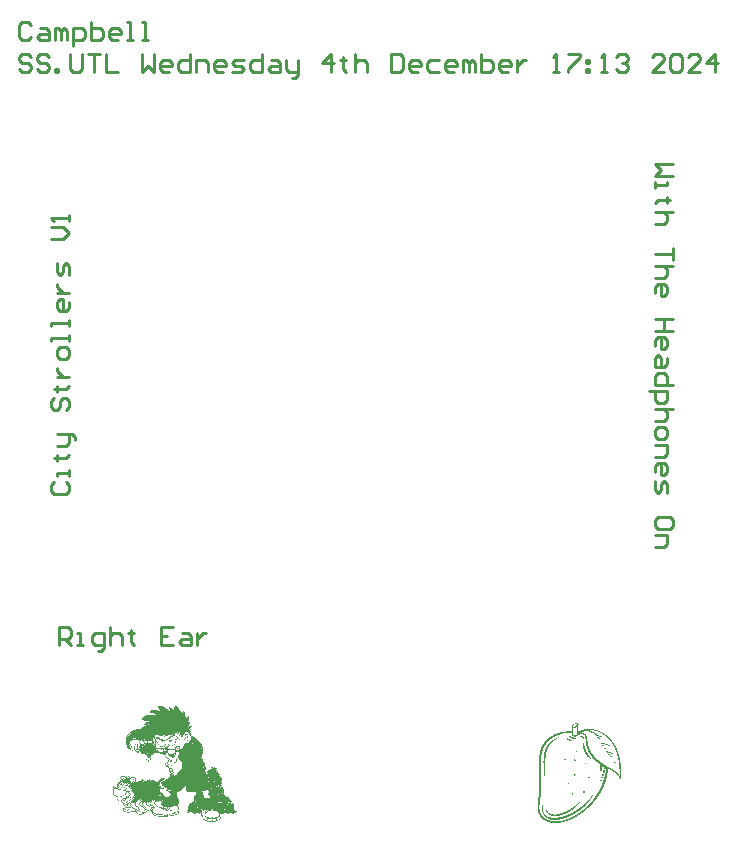
<source format=gto>
G04*
G04 #@! TF.GenerationSoftware,Altium Limited,Altium Designer,24.2.2 (26)*
G04*
G04 Layer_Color=65535*
%FSLAX44Y44*%
%MOMM*%
G71*
G04*
G04 #@! TF.SameCoordinates,0453291D-A58D-48AD-B3C1-039DEE30D3E0*
G04*
G04*
G04 #@! TF.FilePolarity,Positive*
G04*
G01*
G75*
%ADD10C,0.2540*%
G36*
X855923Y442443D02*
X856870D01*
Y441970D01*
X857817D01*
Y441496D01*
X858290D01*
Y441023D01*
X859237D01*
Y440550D01*
X859710D01*
Y440076D01*
X860657D01*
Y439603D01*
X861604D01*
Y439129D01*
X862077D01*
Y438656D01*
X862551D01*
Y438183D01*
X863024D01*
Y439129D01*
X862551D01*
Y440076D01*
X862077D01*
Y441496D01*
X863024D01*
Y441023D01*
X863971D01*
Y440550D01*
X864445D01*
Y440076D01*
X864918D01*
Y439603D01*
X865391D01*
Y439129D01*
X865865D01*
Y438183D01*
X866811D01*
Y438656D01*
X866338D01*
Y441496D01*
X866811D01*
Y442443D01*
X868232D01*
Y441970D01*
X869178D01*
Y441496D01*
X869652D01*
Y441023D01*
X870125D01*
Y440076D01*
X870599D01*
Y439603D01*
X871072D01*
Y439129D01*
X871545D01*
Y438183D01*
X872019D01*
Y437236D01*
X872492D01*
Y435816D01*
X872965D01*
Y436763D01*
X873439D01*
Y438656D01*
X874386D01*
Y438183D01*
X874859D01*
Y437236D01*
X875332D01*
Y435816D01*
X875806D01*
Y433922D01*
X876279D01*
Y432502D01*
X876753D01*
Y432975D01*
X877226D01*
Y433449D01*
X877700D01*
Y433922D01*
X878173D01*
Y434395D01*
X879120D01*
Y432029D01*
X878646D01*
Y430135D01*
X878173D01*
Y429188D01*
X877700D01*
Y428241D01*
X878173D01*
Y428715D01*
X879593D01*
Y427768D01*
X879120D01*
Y426821D01*
X878646D01*
Y425874D01*
X878173D01*
Y424928D01*
X878646D01*
Y425401D01*
X880066D01*
Y425874D01*
X881013D01*
Y424928D01*
X880540D01*
Y424454D01*
X880066D01*
Y423981D01*
X879593D01*
Y423507D01*
X879120D01*
Y423034D01*
X878646D01*
Y422561D01*
X879593D01*
Y423034D01*
X880066D01*
Y422561D01*
X880540D01*
Y422087D01*
X879593D01*
Y421614D01*
X879120D01*
Y421141D01*
X880540D01*
Y420667D01*
X879593D01*
Y419720D01*
X880066D01*
Y418774D01*
X880540D01*
Y417353D01*
X881013D01*
Y416880D01*
X881960D01*
Y416407D01*
X882907D01*
Y415933D01*
X883854D01*
Y415460D01*
X884327D01*
Y414986D01*
X884800D01*
Y414513D01*
X885274D01*
Y414040D01*
X886220D01*
Y413566D01*
X886694D01*
Y413093D01*
X887167D01*
Y412619D01*
X887641D01*
Y412146D01*
X888114D01*
Y411673D01*
X888587D01*
Y410726D01*
X889061D01*
Y410252D01*
X889534D01*
Y409306D01*
X890008D01*
Y407886D01*
X890481D01*
Y401731D01*
X890008D01*
Y400311D01*
X889534D01*
Y399365D01*
X889061D01*
Y398891D01*
X889534D01*
Y398418D01*
X890008D01*
Y397471D01*
X890481D01*
Y396524D01*
X890955D01*
Y395577D01*
X891428D01*
Y394157D01*
X891901D01*
Y392737D01*
X892375D01*
Y390843D01*
X892848D01*
Y388003D01*
X892375D01*
Y387056D01*
X892848D01*
Y385163D01*
X893795D01*
Y386583D01*
X894268D01*
Y387530D01*
X894742D01*
Y388003D01*
X895215D01*
Y388476D01*
X896162D01*
Y388950D01*
X896635D01*
Y389423D01*
X898055D01*
Y389897D01*
X897582D01*
Y390370D01*
X897109D01*
Y390843D01*
X899002D01*
Y390370D01*
X899475D01*
Y389897D01*
X899949D01*
Y390843D01*
X899475D01*
Y391317D01*
X900422D01*
Y389897D01*
X902316D01*
Y389423D01*
X901842D01*
Y388476D01*
X902789D01*
Y387530D01*
X903263D01*
Y387056D01*
X903736D01*
Y386109D01*
X904210D01*
Y385163D01*
X904683D01*
Y384216D01*
X904210D01*
Y383742D01*
X904683D01*
Y383269D01*
X905156D01*
Y382796D01*
X905630D01*
Y382322D01*
X906103D01*
Y381849D01*
X906576D01*
Y379009D01*
X906103D01*
Y378535D01*
X906576D01*
Y376168D01*
X906103D01*
Y375695D01*
X906576D01*
Y374748D01*
X906103D01*
Y373801D01*
X906576D01*
Y374275D01*
X907050D01*
Y373801D01*
X907523D01*
Y371908D01*
X907997D01*
Y370961D01*
X908470D01*
Y367647D01*
X907997D01*
Y367174D01*
X908943D01*
Y366700D01*
X909417D01*
Y366227D01*
X909890D01*
Y365754D01*
X911310D01*
Y365280D01*
X912257D01*
Y364807D01*
X912730D01*
Y363860D01*
X913204D01*
Y362913D01*
X913677D01*
Y363387D01*
X914151D01*
Y361966D01*
X915571D01*
Y361493D01*
X914624D01*
Y360546D01*
X915571D01*
Y360073D01*
X916044D01*
Y359599D01*
X916518D01*
Y359126D01*
X916991D01*
Y357233D01*
X917465D01*
Y356759D01*
X916991D01*
Y355339D01*
X916518D01*
Y354865D01*
X916991D01*
Y354392D01*
X917465D01*
Y353445D01*
X917938D01*
Y353919D01*
X918411D01*
Y353445D01*
X919358D01*
Y352499D01*
X918885D01*
Y352025D01*
X916518D01*
Y351552D01*
X915098D01*
Y352025D01*
X912257D01*
Y351552D01*
X911310D01*
Y352025D01*
X907997D01*
Y351552D01*
X905156D01*
Y350132D01*
X904683D01*
Y349658D01*
X905156D01*
Y348238D01*
X905630D01*
Y346818D01*
X905156D01*
Y346344D01*
X904683D01*
Y345871D01*
X903736D01*
Y345398D01*
X902789D01*
Y344924D01*
X901369D01*
Y344451D01*
X898529D01*
Y343978D01*
X896635D01*
Y344451D01*
X894268D01*
Y344924D01*
X892848D01*
Y345398D01*
X891901D01*
Y345871D01*
X891428D01*
Y346344D01*
X890955D01*
Y346818D01*
X890481D01*
Y348238D01*
X889534D01*
Y349185D01*
X889061D01*
Y352025D01*
X888114D01*
Y351552D01*
X887167D01*
Y352025D01*
X886694D01*
Y352499D01*
X886220D01*
Y352025D01*
X884800D01*
Y351552D01*
X882907D01*
Y352025D01*
X881487D01*
Y352499D01*
X879120D01*
Y352025D01*
X877226D01*
Y352499D01*
X876753D01*
Y353919D01*
X877226D01*
Y354392D01*
X877700D01*
Y355339D01*
X878173D01*
Y356286D01*
X877700D01*
Y357233D01*
X878173D01*
Y358179D01*
X878646D01*
Y359126D01*
X879120D01*
Y359599D01*
X879593D01*
Y360073D01*
X880066D01*
Y360546D01*
X881013D01*
Y361020D01*
X881960D01*
Y361493D01*
X882433D01*
Y361966D01*
X882907D01*
Y362440D01*
X883380D01*
Y362913D01*
X882907D01*
Y365754D01*
X883380D01*
Y366700D01*
X883854D01*
Y367174D01*
X884327D01*
Y368120D01*
X884800D01*
Y368594D01*
X885274D01*
Y369067D01*
X884800D01*
Y369541D01*
X876753D01*
Y370488D01*
X876279D01*
Y375221D01*
X875806D01*
Y374748D01*
X875332D01*
Y374275D01*
X874859D01*
Y373801D01*
X874386D01*
Y373328D01*
X873912D01*
Y372854D01*
X873439D01*
Y372381D01*
X872965D01*
Y371908D01*
X872492D01*
Y371434D01*
X872019D01*
Y370961D01*
X871545D01*
Y370488D01*
X870599D01*
Y370014D01*
X869652D01*
Y369541D01*
X869178D01*
Y370014D01*
X867758D01*
Y369541D01*
X868232D01*
Y369067D01*
X868705D01*
Y366227D01*
X868232D01*
Y365280D01*
X869178D01*
Y364807D01*
X869652D01*
Y363860D01*
X870125D01*
Y363387D01*
X870599D01*
Y360073D01*
X870125D01*
Y359599D01*
X869652D01*
Y359126D01*
X868705D01*
Y358653D01*
X869178D01*
Y358179D01*
X869652D01*
Y356759D01*
X870125D01*
Y354392D01*
X869652D01*
Y353919D01*
X870125D01*
Y352499D01*
X870599D01*
Y352025D01*
X870125D01*
Y351552D01*
X869652D01*
Y351078D01*
X868705D01*
Y350605D01*
X867285D01*
Y350132D01*
X866338D01*
Y349658D01*
X864445D01*
Y349185D01*
X863024D01*
Y349658D01*
X862551D01*
Y350605D01*
X862077D01*
Y351078D01*
X861131D01*
Y350605D01*
X860657D01*
Y348711D01*
X859710D01*
Y348238D01*
X854030D01*
Y348711D01*
X852136D01*
Y349185D01*
X850243D01*
Y349658D01*
X849296D01*
Y350132D01*
X848349D01*
Y350605D01*
X847876D01*
Y351078D01*
X847402D01*
Y352972D01*
X846456D01*
Y353445D01*
X845982D01*
Y353919D01*
X845509D01*
Y354392D01*
X845035D01*
Y353919D01*
X843615D01*
Y352972D01*
X843142D01*
Y352499D01*
X842195D01*
Y352025D01*
X840301D01*
Y351552D01*
X839355D01*
Y352499D01*
X841722D01*
Y352972D01*
X842668D01*
Y353445D01*
X843142D01*
Y354392D01*
X842668D01*
Y354865D01*
X841722D01*
Y354392D01*
X841248D01*
Y353919D01*
X840775D01*
Y354865D01*
X841248D01*
Y355339D01*
X840775D01*
Y355812D01*
X840301D01*
Y356286D01*
X839828D01*
Y356759D01*
X839355D01*
Y357233D01*
X838408D01*
Y357706D01*
X837934D01*
Y358179D01*
X837461D01*
Y358653D01*
X836988D01*
Y359126D01*
X836514D01*
Y359599D01*
Y360073D01*
X836988D01*
Y360546D01*
X837461D01*
Y358653D01*
X838408D01*
Y358179D01*
X838881D01*
Y357706D01*
X839828D01*
Y357233D01*
X840301D01*
Y356759D01*
X840775D01*
Y356286D01*
X841248D01*
Y355812D01*
X841722D01*
Y355339D01*
X843142D01*
Y354865D01*
X843615D01*
Y354392D01*
X844562D01*
Y354865D01*
X845509D01*
Y355339D01*
X845982D01*
Y355812D01*
X846456D01*
Y353919D01*
X846929D01*
Y354392D01*
X847402D01*
Y355339D01*
X847876D01*
Y356286D01*
X847402D01*
Y355812D01*
X846456D01*
Y356759D01*
X845035D01*
Y357233D01*
X844562D01*
Y357706D01*
X844089D01*
Y358179D01*
X843615D01*
Y358653D01*
X843142D01*
Y359126D01*
X842668D01*
Y360073D01*
X841722D01*
Y360546D01*
X841248D01*
Y361020D01*
X840775D01*
Y360546D01*
X840301D01*
Y360073D01*
X839828D01*
Y359126D01*
X840301D01*
Y358653D01*
X840775D01*
Y358179D01*
X841248D01*
Y357706D01*
X841722D01*
Y357233D01*
X842195D01*
Y356286D01*
X841722D01*
Y356759D01*
X841248D01*
Y357233D01*
X840775D01*
Y357706D01*
X840301D01*
Y358179D01*
X839828D01*
Y358653D01*
X839355D01*
Y361493D01*
X838881D01*
Y361020D01*
X838408D01*
Y360546D01*
X837461D01*
Y361020D01*
X837934D01*
Y361966D01*
X838408D01*
Y362440D01*
X838881D01*
Y362913D01*
X837934D01*
Y363860D01*
X837461D01*
Y363387D01*
X836988D01*
Y362913D01*
X836514D01*
Y363860D01*
X836041D01*
Y363387D01*
X835567D01*
Y362440D01*
X835094D01*
Y361966D01*
X834621D01*
Y361020D01*
X834147D01*
Y360073D01*
X833674D01*
Y358653D01*
X834147D01*
Y358179D01*
X834621D01*
Y357706D01*
X835567D01*
Y356759D01*
X836041D01*
Y356286D01*
X836514D01*
Y355812D01*
X836988D01*
Y355339D01*
X837461D01*
Y354865D01*
X837934D01*
Y354392D01*
X836988D01*
Y354865D01*
X836514D01*
Y355339D01*
X834621D01*
Y354865D01*
X833674D01*
Y352972D01*
X834147D01*
Y353445D01*
X834621D01*
Y353919D01*
X835094D01*
Y354392D01*
X836041D01*
Y353919D01*
X835567D01*
Y353445D01*
X835094D01*
Y352972D01*
X834621D01*
Y352499D01*
X835094D01*
Y352025D01*
X835567D01*
Y351552D01*
X836041D01*
Y352499D01*
Y352972D01*
Y353445D01*
X836988D01*
Y353919D01*
X837461D01*
Y352972D01*
X836514D01*
Y351552D01*
X837461D01*
Y351078D01*
X837934D01*
Y351552D01*
X839355D01*
Y351078D01*
X838881D01*
Y350605D01*
X836514D01*
Y351078D01*
X835094D01*
Y351552D01*
X834621D01*
Y352025D01*
X833674D01*
Y352499D01*
X833201D01*
Y352972D01*
X830360D01*
Y352499D01*
X828940D01*
Y352025D01*
X826573D01*
Y352499D01*
X825153D01*
Y352972D01*
X823733D01*
Y353445D01*
X823259D01*
Y353919D01*
X822786D01*
Y355339D01*
X823259D01*
Y356286D01*
X824206D01*
Y356759D01*
X827520D01*
Y357233D01*
X827046D01*
Y357706D01*
X826573D01*
Y358653D01*
X826100D01*
Y359126D01*
X825626D01*
Y358653D01*
X825153D01*
Y358179D01*
X823733D01*
Y358653D01*
X823259D01*
Y360546D01*
X822312D01*
Y361020D01*
X821839D01*
Y361493D01*
X821366D01*
Y362913D01*
X819946D01*
Y363387D01*
X822312D01*
Y362913D01*
X821839D01*
Y361966D01*
X822312D01*
Y361493D01*
X822786D01*
Y361020D01*
X823259D01*
Y360546D01*
X823733D01*
Y360073D01*
X824679D01*
Y359599D01*
X823733D01*
Y359126D01*
X825153D01*
Y359599D01*
X826100D01*
Y360073D01*
X826573D01*
Y360546D01*
X827046D01*
Y360073D01*
X827520D01*
Y360546D01*
X827046D01*
Y361020D01*
X826100D01*
Y361493D01*
X826573D01*
Y361966D01*
X827520D01*
Y361493D01*
X827046D01*
Y361020D01*
X827520D01*
Y360546D01*
X827993D01*
Y361020D01*
X828467D01*
Y361493D01*
X829413D01*
Y361020D01*
X828940D01*
Y360546D01*
X828467D01*
Y360073D01*
X827993D01*
Y359599D01*
X827046D01*
Y359126D01*
X826573D01*
Y358653D01*
X827046D01*
Y358179D01*
X827520D01*
Y357233D01*
X827993D01*
Y356759D01*
X828467D01*
Y356286D01*
X824679D01*
Y355812D01*
X823733D01*
Y353919D01*
X824206D01*
Y354865D01*
X824679D01*
Y355339D01*
X825153D01*
Y355812D01*
X826100D01*
Y355339D01*
X825626D01*
Y354865D01*
X825153D01*
Y354392D01*
X824679D01*
Y353919D01*
X825153D01*
Y352972D01*
X826100D01*
Y354392D01*
X826573D01*
Y354865D01*
X827046D01*
Y355339D01*
X827993D01*
Y354865D01*
X827520D01*
Y354392D01*
X827046D01*
Y353919D01*
X826573D01*
Y352972D01*
X827046D01*
Y352499D01*
X828467D01*
Y352972D01*
X829887D01*
Y353445D01*
X832727D01*
Y354865D01*
X833201D01*
Y355339D01*
X832727D01*
Y355812D01*
X831307D01*
Y356286D01*
X830360D01*
Y357233D01*
X829887D01*
Y357706D01*
X829413D01*
Y358179D01*
X828940D01*
Y358653D01*
Y359126D01*
X828467D01*
Y359599D01*
X828940D01*
Y360073D01*
X829413D01*
Y358653D01*
X829887D01*
Y357706D01*
X830360D01*
Y357233D01*
X830834D01*
Y356759D01*
X831307D01*
Y356286D01*
X833201D01*
Y355812D01*
X833674D01*
Y355339D01*
X834147D01*
Y355812D01*
X835567D01*
Y356759D01*
X835094D01*
Y357233D01*
X834147D01*
Y357706D01*
X833674D01*
Y358179D01*
X833201D01*
Y360073D01*
X832254D01*
Y361020D01*
X831780D01*
Y360546D01*
X831307D01*
Y360073D01*
X830834D01*
Y359599D01*
X830360D01*
Y360546D01*
D01*
D01*
X829887D01*
Y361493D01*
X829413D01*
Y361966D01*
X829887D01*
Y362440D01*
X830360D01*
Y362913D01*
X829887D01*
Y363387D01*
X830360D01*
Y362913D01*
X830834D01*
Y363387D01*
X830360D01*
Y363860D01*
X830834D01*
Y363387D01*
X831307D01*
Y363860D01*
X830834D01*
Y364333D01*
X831307D01*
Y363860D01*
X831780D01*
Y364333D01*
X831307D01*
Y365280D01*
X831780D01*
Y364807D01*
X832254D01*
Y365280D01*
X831780D01*
Y365754D01*
X831307D01*
Y366700D01*
X831780D01*
Y366227D01*
X832254D01*
Y365754D01*
X832727D01*
Y366227D01*
X832254D01*
Y367647D01*
X831780D01*
Y368594D01*
X831307D01*
Y370014D01*
X830834D01*
Y370488D01*
X829887D01*
Y371434D01*
X830834D01*
Y371908D01*
X830360D01*
Y372381D01*
X828940D01*
Y372854D01*
X829413D01*
Y373328D01*
X829887D01*
Y373801D01*
X828940D01*
Y373328D01*
X827993D01*
Y373801D01*
X827520D01*
Y375221D01*
X827046D01*
Y374748D01*
X822312D01*
Y375221D01*
X821839D01*
Y375695D01*
X821366D01*
Y376168D01*
X820892D01*
Y377115D01*
X820419D01*
Y376642D01*
X819946D01*
Y376168D01*
X819472D01*
Y375221D01*
X818999D01*
Y374275D01*
X819472D01*
Y372854D01*
X818525D01*
Y372381D01*
X818999D01*
Y371908D01*
X820892D01*
Y372381D01*
X822786D01*
Y371908D01*
X823259D01*
Y371434D01*
X824206D01*
Y370961D01*
X823259D01*
Y371434D01*
X822786D01*
Y371908D01*
X821366D01*
Y371434D01*
X818525D01*
Y372381D01*
X815685D01*
Y370961D01*
X815212D01*
Y368594D01*
X815685D01*
Y367647D01*
X816158D01*
Y367174D01*
X816632D01*
Y366700D01*
X817105D01*
Y366227D01*
X818525D01*
Y365754D01*
X819946D01*
Y366227D01*
X821839D01*
Y365754D01*
X820419D01*
Y365280D01*
X818052D01*
Y363860D01*
X818525D01*
Y363387D01*
X818999D01*
Y362913D01*
X819472D01*
Y362440D01*
X818999D01*
Y362913D01*
X818052D01*
Y363860D01*
X817579D01*
Y365280D01*
X817105D01*
Y365754D01*
X816632D01*
Y366227D01*
X815685D01*
Y367174D01*
X815212D01*
Y367647D01*
X814738D01*
Y371908D01*
X815212D01*
Y372854D01*
X814738D01*
Y373328D01*
X814265D01*
Y374275D01*
X814738D01*
Y374748D01*
X815685D01*
Y373801D01*
X816632D01*
Y373328D01*
X818052D01*
Y373801D01*
X818525D01*
Y374275D01*
X817579D01*
Y374748D01*
X815685D01*
Y375221D01*
X817579D01*
Y376168D01*
X818052D01*
Y376642D01*
X818999D01*
Y377588D01*
X818525D01*
Y378062D01*
X818999D01*
Y378535D01*
X819946D01*
Y378062D01*
X820419D01*
Y379009D01*
X819946D01*
Y382322D01*
X820419D01*
Y382796D01*
X820892D01*
Y383269D01*
X824679D01*
Y382796D01*
X825153D01*
Y382322D01*
X825626D01*
Y383269D01*
X826100D01*
Y381849D01*
X827046D01*
Y383269D01*
X827993D01*
Y382796D01*
X827520D01*
Y381849D01*
X827993D01*
Y382322D01*
X828467D01*
Y382796D01*
X828940D01*
Y381849D01*
X829413D01*
Y382322D01*
X829887D01*
Y382796D01*
X832254D01*
Y382322D01*
X833201D01*
Y381849D01*
X833674D01*
Y380902D01*
X834147D01*
Y379482D01*
X833674D01*
Y378535D01*
X834621D01*
Y378062D01*
X835094D01*
Y378535D01*
X835567D01*
Y379009D01*
X836041D01*
Y379482D01*
X836988D01*
Y378062D01*
X837461D01*
Y379009D01*
X837934D01*
Y379482D01*
X838408D01*
Y379955D01*
X839355D01*
Y380429D01*
X839828D01*
Y379955D01*
X840301D01*
Y379482D01*
X839828D01*
Y378535D01*
X840301D01*
Y379009D01*
X842195D01*
Y378535D01*
X841722D01*
Y378062D01*
X842668D01*
Y379009D01*
X843142D01*
Y379482D01*
X843615D01*
Y379955D01*
X844562D01*
Y380429D01*
X845509D01*
Y378535D01*
X845982D01*
Y379009D01*
X846456D01*
Y379482D01*
X846929D01*
Y379955D01*
X849296D01*
Y379482D01*
X848822D01*
Y379009D01*
X849769D01*
Y379482D01*
X851663D01*
Y379009D01*
X851189D01*
Y378062D01*
X851663D01*
Y378535D01*
X852136D01*
Y379009D01*
X852610D01*
Y379482D01*
X853556D01*
Y379955D01*
X854030D01*
Y380429D01*
X854977D01*
Y380902D01*
X855450D01*
Y381376D01*
X856397D01*
Y381849D01*
X858290D01*
Y380902D01*
X857817D01*
Y380429D01*
X857344D01*
Y379955D01*
X856397D01*
Y379482D01*
X855923D01*
Y379009D01*
X855450D01*
Y378535D01*
X854503D01*
Y378062D01*
X854030D01*
Y377588D01*
X853556D01*
Y377115D01*
X854503D01*
Y375695D01*
X853556D01*
Y375221D01*
X853083D01*
Y374275D01*
X853556D01*
Y374748D01*
X854977D01*
Y374275D01*
X855450D01*
Y373801D01*
X854977D01*
Y373328D01*
X854503D01*
Y372854D01*
X855450D01*
Y373328D01*
X856870D01*
Y373801D01*
X857344D01*
Y374748D01*
X856870D01*
Y375221D01*
X855923D01*
Y376168D01*
X855450D01*
Y376642D01*
X854977D01*
Y378062D01*
X855923D01*
Y378535D01*
X856397D01*
Y379009D01*
X857344D01*
Y379482D01*
X858290D01*
Y379955D01*
X859237D01*
Y380429D01*
X860184D01*
Y380902D01*
X860657D01*
Y381376D01*
X861604D01*
Y381849D01*
X862077D01*
Y382322D01*
X862551D01*
Y382796D01*
X863024D01*
Y383269D01*
X863498D01*
Y383742D01*
X863024D01*
Y385163D01*
X863498D01*
Y385636D01*
X863024D01*
Y386583D01*
X862551D01*
Y387056D01*
X862077D01*
Y387530D01*
X861604D01*
Y388950D01*
X862077D01*
Y389423D01*
X861604D01*
Y389897D01*
X861131D01*
Y390370D01*
Y390843D01*
X860657D01*
Y391317D01*
X859710D01*
Y391790D01*
X859237D01*
Y392264D01*
X858764D01*
Y394157D01*
X859237D01*
Y394631D01*
X860184D01*
Y395577D01*
X860657D01*
Y396524D01*
X861604D01*
Y397471D01*
X861131D01*
Y397944D01*
X860184D01*
Y398418D01*
X859710D01*
Y398891D01*
X859237D01*
Y399365D01*
X858764D01*
Y399838D01*
X858290D01*
Y400785D01*
X857817D01*
Y401258D01*
X856397D01*
Y401731D01*
X854977D01*
Y402205D01*
X854503D01*
Y402678D01*
X852610D01*
Y403152D01*
X850243D01*
Y403625D01*
X849769D01*
Y403152D01*
X849296D01*
Y402678D01*
X848822D01*
Y402205D01*
X848349D01*
Y401731D01*
X847876D01*
Y401258D01*
X846929D01*
Y400311D01*
X846456D01*
Y399838D01*
X845509D01*
Y398891D01*
X844089D01*
Y399365D01*
X843615D01*
Y396997D01*
X842668D01*
Y397944D01*
X843142D01*
Y399838D01*
X843615D01*
Y400785D01*
X842195D01*
Y401258D01*
X841248D01*
Y401731D01*
X838881D01*
Y402205D01*
X837934D01*
Y403625D01*
X837461D01*
Y406465D01*
X836988D01*
Y406939D01*
X836514D01*
Y408832D01*
X836988D01*
Y409306D01*
X837461D01*
Y411199D01*
X836514D01*
Y411673D01*
X836041D01*
Y412146D01*
X836988D01*
Y411673D01*
X837934D01*
Y410726D01*
X838881D01*
Y409779D01*
X839355D01*
Y410252D01*
X839828D01*
Y410726D01*
X840301D01*
Y411199D01*
X840775D01*
Y411673D01*
X840301D01*
Y412146D01*
X839828D01*
Y412619D01*
X839355D01*
Y413093D01*
X838881D01*
Y413566D01*
X837934D01*
Y413093D01*
X836041D01*
Y413566D01*
X835567D01*
Y414040D01*
X830834D01*
Y413566D01*
X830360D01*
Y413093D01*
X829413D01*
Y412619D01*
X828940D01*
Y412146D01*
X828467D01*
Y410726D01*
X827993D01*
Y409306D01*
X828467D01*
Y408359D01*
X828940D01*
Y407412D01*
X829887D01*
Y405518D01*
X831780D01*
Y405992D01*
X832254D01*
Y408832D01*
X832727D01*
Y410252D01*
X833674D01*
Y409306D01*
X833201D01*
Y408359D01*
X832727D01*
Y405518D01*
X834147D01*
Y405992D01*
X834621D01*
Y406465D01*
X835094D01*
Y408359D01*
X834621D01*
Y409306D01*
X835094D01*
Y410726D01*
X835567D01*
Y405992D01*
X836041D01*
Y406465D01*
X836988D01*
Y404098D01*
X836514D01*
Y403625D01*
X836041D01*
Y403152D01*
X834621D01*
Y403625D01*
X833674D01*
Y404098D01*
X833201D01*
Y405045D01*
X831307D01*
Y404572D01*
X830360D01*
Y405045D01*
X829413D01*
Y405518D01*
X828940D01*
Y405992D01*
X828467D01*
Y406465D01*
X827520D01*
Y406939D01*
X827046D01*
Y407412D01*
X826573D01*
Y408359D01*
X826100D01*
Y409306D01*
X825626D01*
Y411199D01*
X825153D01*
Y414040D01*
X825626D01*
Y415933D01*
X826100D01*
Y417353D01*
X826573D01*
Y418300D01*
X827046D01*
Y418774D01*
X827520D01*
Y419247D01*
X827993D01*
Y419720D01*
X828467D01*
Y420194D01*
X828940D01*
Y420667D01*
X829413D01*
Y421141D01*
X830360D01*
Y421614D01*
X831307D01*
Y422087D01*
X832254D01*
Y422561D01*
X833674D01*
Y423034D01*
X837934D01*
Y423507D01*
X838408D01*
Y423981D01*
X838881D01*
Y424454D01*
X839828D01*
Y424928D01*
X840301D01*
Y425401D01*
X841248D01*
Y425874D01*
X842668D01*
Y426348D01*
X844562D01*
Y427295D01*
X844089D01*
Y426821D01*
X840301D01*
Y427768D01*
X841248D01*
Y428241D01*
X842195D01*
Y428715D01*
X843142D01*
Y429188D01*
X844562D01*
Y429662D01*
X843142D01*
Y430135D01*
X840301D01*
Y430608D01*
X838881D01*
Y432029D01*
X839355D01*
Y432502D01*
X839828D01*
Y432975D01*
X840301D01*
Y433449D01*
X840775D01*
Y433922D01*
X841722D01*
Y434395D01*
X842668D01*
Y434869D01*
X844562D01*
Y435342D01*
X850716D01*
Y435816D01*
X849296D01*
Y436289D01*
X847402D01*
Y436763D01*
X845982D01*
Y437709D01*
X845509D01*
Y438183D01*
X845982D01*
Y438656D01*
X846929D01*
Y439129D01*
X852610D01*
Y438656D01*
X854503D01*
Y439129D01*
X854030D01*
Y439603D01*
X853556D01*
Y440076D01*
X853083D01*
Y440550D01*
X852610D01*
Y441023D01*
X852136D01*
Y442443D01*
X852610D01*
Y442917D01*
X855923D01*
Y442443D01*
D02*
G37*
G36*
X1207194Y428315D02*
X1207334Y428295D01*
X1207475Y428235D01*
X1207626Y428205D01*
X1207726Y428164D01*
X1207756Y428134D01*
X1207796Y428114D01*
X1208097Y427954D01*
X1208148Y427904D01*
X1208168Y427863D01*
X1208218Y427813D01*
X1208258Y427793D01*
X1208348Y427703D01*
X1208368Y427663D01*
X1208409Y427622D01*
X1208429Y427582D01*
X1208509Y427502D01*
X1208569Y427361D01*
X1208599Y427231D01*
X1208620Y427150D01*
X1208670Y427040D01*
X1208690Y426960D01*
X1208670Y426699D01*
X1208650Y426638D01*
X1208599Y426508D01*
X1208569Y426398D01*
X1208549Y426317D01*
X1208499Y426187D01*
X1208409Y426036D01*
X1208379Y425886D01*
X1208348Y425614D01*
X1208328Y425474D01*
X1208308Y425213D01*
X1208288Y424892D01*
X1208308Y423968D01*
X1208328Y423908D01*
X1208348Y423285D01*
X1208368Y423225D01*
X1208389Y422703D01*
X1208409Y422643D01*
X1208439Y422371D01*
X1208459Y422271D01*
X1208479Y422151D01*
X1208499Y421970D01*
X1208519Y421849D01*
X1208539Y421588D01*
X1208569Y421317D01*
X1208589Y421036D01*
X1208680Y420906D01*
X1208750Y420896D01*
X1208830Y420916D01*
X1208951Y421016D01*
X1209041Y421106D01*
X1209081Y421127D01*
X1209282Y421267D01*
X1209423Y421347D01*
X1209483Y421408D01*
X1209664Y421488D01*
X1209704Y421508D01*
X1209744Y421548D01*
X1209784Y421568D01*
X1209844Y421628D01*
X1209975Y421679D01*
X1210075Y421719D01*
X1210105Y421749D01*
X1210145Y421769D01*
X1210186Y421809D01*
X1210326Y421849D01*
X1210457Y421900D01*
X1210527Y421950D01*
X1210567Y421990D01*
X1210708Y422030D01*
X1210838Y422080D01*
X1211089Y422191D01*
X1211170Y422211D01*
X1211310Y422251D01*
X1211561Y422341D01*
X1211792Y422412D01*
X1212003Y422462D01*
X1212214Y422552D01*
X1212435Y422572D01*
X1212495Y422592D01*
X1212736Y422632D01*
X1212816Y422653D01*
X1212987Y422683D01*
X1213228Y422743D01*
X1213348Y422763D01*
X1213509Y422783D01*
X1213780Y422813D01*
X1213991Y422843D01*
X1214352Y422904D01*
X1214613Y422944D01*
X1214774Y422964D01*
X1214995Y422984D01*
X1215155Y423004D01*
X1215517Y423024D01*
X1216240Y423084D01*
X1216581Y423104D01*
X1216852Y423134D01*
X1218599Y423114D01*
X1218659Y423094D01*
X1219352Y423044D01*
X1219694Y423024D01*
X1219854Y423004D01*
X1220195Y422984D01*
X1220376Y422964D01*
X1220637Y422924D01*
X1220718Y422904D01*
X1220818Y422883D01*
X1220898Y422863D01*
X1221019Y422843D01*
X1221220Y422823D01*
X1221541Y422783D01*
X1221661Y422763D01*
X1221742Y422743D01*
X1221912Y422693D01*
X1222073Y422653D01*
X1222214Y422632D01*
X1222294Y422612D01*
X1222465Y422582D01*
X1222706Y422542D01*
X1222786Y422522D01*
X1222956Y422452D01*
X1223037Y422432D01*
X1223268Y422402D01*
X1223368Y422382D01*
X1223589Y422301D01*
X1223760Y422251D01*
X1223920Y422211D01*
X1224121Y422151D01*
X1224201Y422131D01*
X1224302Y422090D01*
X1224503Y422030D01*
X1224633Y422000D01*
X1224884Y421890D01*
X1225045Y421849D01*
X1225236Y421779D01*
X1225446Y421689D01*
X1225647Y421628D01*
X1225758Y421598D01*
X1225858Y421558D01*
X1225888Y421528D01*
X1225928Y421508D01*
X1226029Y421468D01*
X1226109Y421448D01*
X1226239Y421398D01*
X1226470Y421287D01*
X1226571Y421247D01*
X1226992Y421066D01*
X1227033Y421046D01*
X1227193Y420946D01*
X1227334Y420906D01*
X1227434Y420866D01*
X1227555Y420785D01*
X1227695Y420725D01*
X1227826Y420675D01*
X1228077Y420524D01*
X1228207Y420474D01*
X1228679Y420223D01*
X1228719Y420183D01*
X1228760Y420163D01*
X1228940Y420082D01*
X1228980Y420062D01*
X1229091Y419972D01*
X1229402Y419801D01*
X1229543Y419721D01*
X1229734Y419590D01*
X1230005Y419440D01*
X1230045Y419400D01*
X1230085Y419380D01*
X1230225Y419299D01*
X1230426Y419159D01*
X1230527Y419099D01*
X1230627Y418998D01*
X1230808Y418898D01*
X1230868Y418837D01*
X1230908Y418817D01*
X1231029Y418737D01*
X1231069Y418717D01*
X1231179Y418627D01*
X1231300Y418546D01*
X1231510Y418396D01*
X1231551Y418376D01*
X1231591Y418335D01*
X1231631Y418315D01*
X1231671Y418275D01*
X1231711Y418255D01*
X1231751Y418215D01*
X1231792Y418195D01*
X1231902Y418105D01*
X1231972Y418054D01*
X1232083Y417964D01*
X1232173Y417874D01*
X1232213Y417854D01*
X1232294Y417773D01*
X1232334Y417753D01*
X1232394Y417693D01*
X1232434Y417673D01*
X1232615Y417532D01*
X1232675Y417472D01*
X1232715Y417452D01*
X1232756Y417412D01*
X1232796Y417392D01*
X1232896Y417291D01*
X1232936Y417271D01*
X1233117Y417090D01*
X1233157Y417070D01*
X1233268Y416980D01*
X1233288Y416940D01*
X1233358Y416870D01*
X1233398Y416850D01*
X1233509Y416759D01*
X1233599Y416669D01*
X1233639Y416649D01*
X1233749Y416558D01*
X1233840Y416448D01*
X1233950Y416358D01*
X1235135Y415173D01*
X1235155Y415133D01*
X1235296Y414992D01*
X1235316Y414952D01*
X1235416Y414852D01*
X1235436Y414811D01*
X1235536Y414711D01*
X1235557Y414671D01*
X1235667Y414560D01*
X1235707Y414540D01*
X1235788Y414420D01*
X1235838Y414350D01*
X1235888Y414299D01*
X1235928Y414279D01*
X1235978Y414209D01*
X1236119Y414068D01*
X1236139Y414028D01*
X1236229Y413918D01*
X1236259Y413908D01*
X1236280Y413868D01*
X1236320Y413828D01*
X1236340Y413787D01*
X1236480Y413647D01*
X1236500Y413607D01*
X1236641Y413426D01*
X1236701Y413366D01*
X1236721Y413326D01*
X1236822Y413185D01*
X1236882Y413125D01*
X1236902Y413084D01*
X1236942Y413044D01*
X1236962Y413004D01*
X1237053Y412894D01*
X1237103Y412823D01*
X1237233Y412633D01*
X1237304Y412562D01*
X1237324Y412522D01*
X1237364Y412482D01*
X1237384Y412442D01*
X1237444Y412382D01*
X1237464Y412342D01*
X1237565Y412201D01*
X1237645Y412121D01*
X1237725Y411980D01*
X1237765Y411940D01*
X1237785Y411900D01*
X1237846Y411840D01*
X1237946Y411659D01*
X1238006Y411599D01*
X1238026Y411558D01*
X1238127Y411378D01*
X1238187Y411317D01*
X1238207Y411277D01*
X1238328Y411057D01*
X1238408Y410996D01*
X1238528Y410775D01*
X1238569Y410735D01*
X1238589Y410695D01*
X1238669Y410555D01*
X1238810Y410354D01*
X1238860Y410223D01*
X1238940Y410103D01*
X1238990Y410052D01*
X1239271Y409530D01*
X1239352Y409450D01*
X1239402Y409320D01*
X1239502Y409159D01*
X1239532Y409129D01*
X1239573Y409028D01*
X1239713Y408767D01*
X1239914Y408386D01*
X1239994Y408265D01*
X1240075Y408045D01*
X1240175Y407904D01*
X1240205Y407794D01*
X1240305Y407633D01*
X1240356Y407522D01*
X1240406Y407392D01*
X1240506Y407231D01*
X1240577Y407061D01*
X1240627Y406930D01*
X1240737Y406719D01*
X1240777Y406619D01*
X1240828Y406488D01*
X1240878Y406438D01*
X1240898Y406398D01*
X1240938Y406297D01*
X1240958Y406217D01*
X1241119Y405876D01*
X1241149Y405765D01*
X1241189Y405665D01*
X1241279Y405514D01*
X1241390Y405203D01*
X1241430Y405103D01*
X1241520Y404892D01*
X1241561Y404791D01*
X1241591Y404681D01*
X1241691Y404460D01*
X1241711Y404380D01*
X1241862Y403988D01*
X1241972Y403677D01*
X1242063Y403466D01*
X1242093Y403356D01*
X1242113Y403275D01*
X1242143Y403165D01*
X1242193Y403035D01*
X1242243Y402924D01*
X1242263Y402844D01*
X1242303Y402703D01*
X1242334Y402593D01*
X1242394Y402432D01*
X1242444Y402302D01*
X1242484Y402161D01*
X1242504Y402081D01*
X1242554Y401870D01*
X1242645Y401719D01*
X1242675Y401508D01*
X1242715Y401348D01*
X1242745Y401237D01*
X1242785Y401137D01*
X1242846Y400936D01*
X1242876Y400806D01*
X1242896Y400705D01*
X1242936Y400545D01*
X1242956Y400444D01*
X1243016Y400284D01*
X1243046Y400193D01*
X1243066Y400053D01*
X1243097Y399922D01*
X1243117Y399842D01*
X1243167Y399711D01*
X1243227Y399470D01*
X1243247Y399330D01*
X1243267Y399249D01*
X1243297Y399119D01*
X1243327Y399008D01*
X1243358Y398878D01*
X1243418Y398637D01*
X1243438Y398476D01*
X1243478Y398236D01*
X1243498Y398135D01*
X1243528Y398025D01*
X1243568Y397884D01*
X1243589Y397804D01*
X1243629Y397563D01*
X1243649Y397422D01*
X1243679Y397191D01*
X1243709Y397081D01*
X1243779Y396770D01*
X1243799Y396689D01*
X1243829Y396418D01*
X1243850Y396338D01*
X1243880Y396067D01*
X1243900Y395966D01*
X1243940Y395726D01*
X1243960Y395645D01*
X1243990Y395535D01*
X1244020Y395183D01*
X1244060Y394822D01*
X1244081Y394661D01*
X1244101Y394541D01*
X1244121Y394440D01*
X1244141Y394260D01*
X1244181Y394019D01*
X1244201Y393677D01*
X1244221Y393456D01*
X1244281Y392854D01*
X1244301Y392593D01*
X1244322Y392513D01*
X1244342Y392352D01*
X1244382Y391810D01*
X1244402Y391469D01*
X1244422Y390987D01*
X1244452Y389752D01*
X1244482Y389400D01*
X1244492Y386760D01*
X1244472Y386700D01*
X1244482Y386529D01*
X1244462Y386348D01*
X1244452Y383768D01*
X1244472Y383708D01*
X1244492Y383025D01*
X1244512Y382965D01*
X1244532Y382523D01*
X1244552Y382463D01*
X1244573Y381961D01*
X1244593Y381519D01*
X1244623Y381208D01*
X1244643Y380786D01*
X1244653Y380334D01*
X1244603Y380264D01*
X1244462Y380204D01*
X1244322Y380184D01*
X1244271Y380214D01*
X1244231Y380314D01*
X1244151Y380455D01*
X1244111Y380495D01*
X1244091Y380535D01*
X1244010Y380716D01*
X1243930Y380856D01*
X1243890Y380896D01*
X1243810Y381077D01*
X1243609Y381459D01*
X1243528Y381579D01*
X1243428Y381760D01*
X1243368Y381820D01*
X1243348Y381860D01*
X1243307Y381900D01*
X1243187Y382121D01*
X1243127Y382182D01*
X1243107Y382222D01*
X1243026Y382362D01*
X1242825Y382643D01*
X1242805Y382684D01*
X1242765Y382724D01*
X1242745Y382764D01*
X1242705Y382804D01*
X1242685Y382844D01*
X1242645Y382884D01*
X1242585Y382985D01*
X1242394Y383236D01*
X1242303Y383326D01*
X1242283Y383366D01*
X1242193Y383477D01*
X1242143Y383527D01*
X1242123Y383567D01*
X1242083Y383607D01*
X1242063Y383647D01*
X1241962Y383748D01*
X1241942Y383788D01*
X1241882Y383848D01*
X1241862Y383888D01*
X1241812Y383939D01*
X1241781Y383949D01*
X1241761Y383989D01*
X1241641Y384109D01*
X1241621Y384149D01*
X1241561Y384210D01*
X1241540Y384250D01*
X1241470Y384320D01*
X1241430Y384340D01*
X1241340Y384431D01*
X1241320Y384471D01*
X1241229Y384581D01*
X1241119Y384672D01*
X1241028Y384782D01*
X1240968Y384842D01*
X1240928Y384862D01*
X1240607Y385183D01*
X1240566Y385204D01*
X1240506Y385264D01*
X1240466Y385284D01*
X1240436Y385314D01*
X1240416Y385354D01*
X1240346Y385424D01*
X1240305Y385445D01*
X1240265Y385485D01*
X1240225Y385505D01*
X1240175Y385555D01*
X1240155Y385595D01*
X1240085Y385645D01*
X1239974Y385736D01*
X1239944Y385766D01*
X1239904Y385786D01*
X1239864Y385826D01*
X1239824Y385846D01*
X1239703Y385967D01*
X1239663Y385987D01*
X1239553Y386077D01*
X1239482Y386127D01*
X1239442Y386167D01*
X1239402Y386188D01*
X1239342Y386248D01*
X1239302Y386268D01*
X1239241Y386328D01*
X1239201Y386348D01*
X1239020Y386489D01*
X1238980Y386529D01*
X1238800Y386629D01*
X1238739Y386689D01*
X1238699Y386710D01*
X1238659Y386750D01*
X1238619Y386770D01*
X1238478Y386850D01*
X1238438Y386890D01*
X1238398Y386910D01*
X1238117Y387111D01*
X1237936Y387212D01*
X1237876Y387272D01*
X1237836Y387292D01*
X1237575Y387433D01*
X1237494Y387513D01*
X1237454Y387533D01*
X1237233Y387653D01*
X1237073Y387754D01*
X1237032Y387774D01*
X1236992Y387814D01*
X1236952Y387834D01*
X1236651Y387995D01*
X1236611Y388035D01*
X1236430Y388115D01*
X1236249Y388216D01*
X1236129Y388296D01*
X1236029Y388336D01*
X1235988Y388356D01*
X1235848Y388457D01*
X1235747Y388497D01*
X1235527Y388617D01*
X1234984Y388878D01*
X1234522Y389099D01*
X1234141Y389280D01*
X1233920Y389400D01*
X1233780Y389461D01*
X1233519Y389541D01*
X1233428Y389491D01*
X1233408Y389410D01*
X1233388Y389189D01*
X1233408Y389149D01*
X1233388Y389089D01*
X1233368Y388567D01*
X1233348Y388507D01*
X1233318Y388296D01*
X1233298Y388055D01*
X1233278Y387894D01*
X1233258Y387533D01*
X1233237Y387272D01*
X1233217Y386991D01*
X1233197Y386810D01*
X1233177Y386609D01*
X1233157Y386449D01*
X1233127Y386338D01*
X1233107Y386258D01*
X1233047Y385716D01*
X1233027Y385635D01*
X1232996Y385384D01*
X1232916Y384882D01*
X1232886Y384792D01*
X1232866Y384651D01*
X1232846Y384411D01*
X1232826Y384350D01*
X1232796Y384119D01*
X1232756Y383959D01*
X1232725Y383848D01*
X1232685Y383708D01*
X1232665Y383567D01*
X1232645Y383366D01*
X1232615Y383236D01*
X1232595Y383115D01*
X1232575Y383015D01*
X1232555Y382935D01*
X1232505Y382764D01*
X1232484Y382684D01*
X1232414Y382352D01*
X1232394Y382272D01*
X1232344Y382101D01*
X1232324Y382021D01*
X1232304Y381880D01*
X1232274Y381750D01*
X1232253Y381670D01*
X1232233Y381549D01*
X1232213Y381469D01*
X1232173Y381368D01*
X1232103Y381137D01*
X1232063Y380896D01*
X1232023Y380736D01*
X1231942Y380535D01*
X1231902Y380374D01*
X1231852Y380164D01*
X1231832Y380063D01*
X1231751Y379862D01*
X1231721Y379752D01*
X1231681Y379591D01*
X1231651Y379461D01*
X1231591Y379300D01*
X1231551Y379200D01*
X1231500Y379029D01*
X1231480Y378949D01*
X1231450Y378778D01*
X1231420Y378708D01*
X1231380Y378668D01*
X1231340Y378567D01*
X1231320Y378487D01*
X1231290Y378316D01*
X1231209Y378095D01*
X1231159Y377985D01*
X1231099Y377784D01*
X1231029Y377593D01*
X1230988Y377493D01*
X1230938Y377362D01*
X1230888Y377152D01*
X1230798Y376941D01*
X1230748Y376810D01*
X1230707Y376710D01*
X1230607Y376489D01*
X1230537Y376258D01*
X1230466Y376067D01*
X1230376Y375897D01*
X1230336Y375736D01*
X1230306Y375625D01*
X1230276Y375595D01*
X1230256Y375555D01*
X1230195Y375495D01*
X1230165Y375364D01*
X1230145Y375284D01*
X1230105Y375184D01*
X1229995Y374953D01*
X1229944Y374822D01*
X1229864Y374622D01*
X1229814Y374511D01*
X1229753Y374370D01*
X1229713Y374270D01*
X1229573Y373969D01*
X1229523Y373838D01*
X1229392Y373587D01*
X1229342Y373457D01*
X1229251Y373266D01*
X1229171Y373085D01*
X1229051Y372864D01*
X1229011Y372764D01*
X1228990Y372684D01*
X1228940Y372553D01*
X1228850Y372463D01*
X1228810Y372363D01*
X1228790Y372282D01*
X1228649Y372081D01*
X1228619Y371971D01*
X1228579Y371871D01*
X1228509Y371760D01*
X1228468Y371720D01*
X1228388Y371519D01*
X1228288Y371339D01*
X1228127Y371037D01*
X1227946Y370696D01*
X1227866Y370575D01*
X1227846Y370495D01*
X1227766Y370355D01*
X1227685Y370234D01*
X1227545Y369973D01*
X1227464Y369852D01*
X1227414Y369722D01*
X1227384Y369692D01*
X1227364Y369652D01*
X1227284Y369531D01*
X1227063Y369110D01*
X1226882Y368849D01*
X1226862Y368768D01*
X1226782Y368628D01*
X1226741Y368587D01*
X1226721Y368547D01*
X1226621Y368387D01*
X1226601Y368347D01*
X1226501Y368206D01*
X1226400Y368025D01*
X1226300Y367885D01*
X1226219Y367744D01*
X1226139Y367624D01*
X1226019Y367403D01*
X1225978Y367363D01*
X1225958Y367323D01*
X1225828Y367132D01*
X1225798Y367102D01*
X1225778Y367061D01*
X1225657Y366841D01*
X1225597Y366780D01*
X1225577Y366740D01*
X1225497Y366600D01*
X1225396Y366499D01*
X1225376Y366459D01*
X1225276Y366278D01*
X1225185Y366168D01*
X1225155Y366138D01*
X1225075Y365997D01*
X1225015Y365937D01*
X1224995Y365897D01*
X1224894Y365716D01*
X1224814Y365636D01*
X1224794Y365596D01*
X1224754Y365555D01*
X1224673Y365415D01*
X1224613Y365355D01*
X1224593Y365314D01*
X1224463Y365124D01*
X1224392Y365053D01*
X1224292Y364873D01*
X1224191Y364772D01*
X1224171Y364732D01*
X1224071Y364592D01*
X1224031Y364552D01*
X1223950Y364411D01*
X1223810Y364270D01*
X1223709Y364090D01*
X1223649Y364029D01*
X1223629Y363989D01*
X1223589Y363949D01*
X1223569Y363909D01*
X1223468Y363809D01*
X1223448Y363768D01*
X1223318Y363578D01*
X1223228Y363487D01*
X1223207Y363447D01*
X1223107Y363307D01*
X1223017Y363196D01*
X1222967Y363146D01*
X1222946Y363106D01*
X1222886Y363046D01*
X1222806Y362905D01*
X1222685Y362784D01*
X1222665Y362744D01*
X1222575Y362634D01*
X1222505Y362564D01*
X1222485Y362523D01*
X1222394Y362413D01*
X1222354Y362353D01*
X1222314Y362333D01*
X1222264Y362262D01*
X1222173Y362152D01*
X1222063Y362042D01*
X1222003Y361941D01*
X1221912Y361831D01*
X1221842Y361760D01*
X1221822Y361720D01*
X1221742Y361640D01*
X1221722Y361600D01*
X1221681Y361560D01*
X1221661Y361519D01*
X1221521Y361379D01*
X1221501Y361339D01*
X1221441Y361278D01*
X1221420Y361238D01*
X1221280Y361098D01*
X1221260Y361058D01*
X1221220Y361017D01*
X1221199Y360977D01*
X1220958Y360736D01*
X1220938Y360696D01*
X1220828Y360546D01*
X1220788Y360525D01*
X1220738Y360475D01*
X1220718Y360435D01*
X1220557Y360274D01*
X1220537Y360234D01*
X1220446Y360124D01*
X1220155Y359833D01*
X1220135Y359793D01*
X1220095Y359752D01*
X1220075Y359712D01*
X1219794Y359431D01*
X1219774Y359391D01*
X1219352Y358969D01*
X1219332Y358929D01*
X1218750Y358347D01*
X1218730Y358307D01*
X1218680Y358256D01*
X1218639Y358236D01*
X1218609Y358206D01*
X1218589Y358166D01*
X1218459Y358036D01*
X1218418Y358016D01*
X1218228Y357825D01*
X1218208Y357785D01*
X1218147Y357724D01*
X1218137Y357694D01*
X1218097Y357674D01*
X1218037Y357614D01*
X1217997Y357594D01*
X1217766Y357363D01*
X1217746Y357323D01*
X1217625Y357222D01*
X1217334Y356931D01*
X1217294Y356911D01*
X1217013Y356630D01*
X1216973Y356610D01*
X1216511Y356148D01*
X1216471Y356128D01*
X1216290Y355947D01*
X1216250Y355927D01*
X1216139Y355837D01*
X1215908Y355606D01*
X1215868Y355586D01*
X1215828Y355546D01*
X1215728Y355485D01*
X1215527Y355285D01*
X1215487Y355265D01*
X1215406Y355184D01*
X1215366Y355164D01*
X1215246Y355044D01*
X1215206Y355024D01*
X1215155Y354973D01*
X1215145Y354943D01*
X1215105Y354923D01*
X1215025Y354843D01*
X1214985Y354823D01*
X1214945Y354783D01*
X1214904Y354762D01*
X1214764Y354622D01*
X1214724Y354602D01*
X1214643Y354522D01*
X1214603Y354501D01*
X1214503Y354401D01*
X1214463Y354381D01*
X1214352Y354291D01*
X1214262Y354200D01*
X1214222Y354180D01*
X1214182Y354140D01*
X1214141Y354120D01*
X1214061Y354040D01*
X1214021Y354020D01*
X1213850Y353889D01*
X1213830Y353849D01*
X1213800Y353819D01*
X1213629Y353728D01*
X1213609Y353688D01*
X1213519Y353598D01*
X1213479Y353578D01*
X1213439Y353538D01*
X1213399Y353518D01*
X1213318Y353437D01*
X1213278Y353417D01*
X1213168Y353327D01*
X1213117Y353277D01*
X1213077Y353256D01*
X1212826Y353066D01*
X1212776Y353016D01*
X1212736Y352995D01*
X1212696Y352955D01*
X1212655Y352935D01*
X1212575Y352855D01*
X1212535Y352835D01*
X1212425Y352744D01*
X1212374Y352694D01*
X1212234Y352614D01*
X1212194Y352574D01*
X1212153Y352554D01*
X1212093Y352494D01*
X1212053Y352473D01*
X1211993Y352413D01*
X1211953Y352393D01*
X1211892Y352333D01*
X1211712Y352233D01*
X1211611Y352132D01*
X1211571Y352112D01*
X1211380Y351982D01*
X1211330Y351931D01*
X1211290Y351911D01*
X1211250Y351871D01*
X1211210Y351851D01*
X1211099Y351761D01*
X1211069Y351730D01*
X1210848Y351610D01*
X1210768Y351530D01*
X1210728Y351510D01*
X1210537Y351379D01*
X1210507Y351349D01*
X1210467Y351329D01*
X1210346Y351249D01*
X1210306Y351228D01*
X1210266Y351188D01*
X1210226Y351168D01*
X1210035Y351038D01*
X1210005Y351008D01*
X1209965Y350988D01*
X1209925Y350947D01*
X1209744Y350847D01*
X1209684Y350787D01*
X1209463Y350666D01*
X1209362Y350566D01*
X1209141Y350445D01*
X1209101Y350405D01*
X1209061Y350385D01*
X1208941Y350305D01*
X1208901Y350285D01*
X1208780Y350204D01*
X1208740Y350184D01*
X1208599Y350104D01*
X1208559Y350064D01*
X1208519Y350044D01*
X1208399Y349963D01*
X1208258Y349883D01*
X1208117Y349783D01*
X1207937Y349682D01*
X1207897Y349642D01*
X1207716Y349542D01*
X1207435Y349381D01*
X1207294Y349281D01*
X1206953Y349100D01*
X1206832Y349020D01*
X1206611Y348899D01*
X1206491Y348819D01*
X1206350Y348759D01*
X1206310Y348739D01*
X1206170Y348638D01*
X1205909Y348498D01*
X1205788Y348417D01*
X1205658Y348367D01*
X1205346Y348196D01*
X1205306Y348176D01*
X1205186Y348096D01*
X1205005Y348016D01*
X1204824Y347915D01*
X1204523Y347775D01*
X1204383Y347694D01*
X1204262Y347614D01*
X1204152Y347584D01*
X1203660Y347313D01*
X1203559Y347273D01*
X1203369Y347202D01*
X1203077Y347052D01*
X1202977Y347012D01*
X1202676Y346871D01*
X1202545Y346821D01*
X1202294Y346690D01*
X1202184Y346660D01*
X1202083Y346620D01*
X1201792Y346490D01*
X1201692Y346449D01*
X1201431Y346329D01*
X1201350Y346309D01*
X1201009Y346148D01*
X1200748Y346048D01*
X1200608Y345988D01*
X1200507Y345947D01*
X1200367Y345907D01*
X1200116Y345817D01*
X1199905Y345727D01*
X1199824Y345706D01*
X1199604Y345606D01*
X1199463Y345566D01*
X1199272Y345496D01*
X1199072Y345415D01*
X1198941Y345365D01*
X1198810Y345335D01*
X1198730Y345315D01*
X1198569Y345255D01*
X1198359Y345164D01*
X1198188Y345134D01*
X1198017Y345064D01*
X1197857Y345024D01*
X1197756Y344984D01*
X1197596Y344944D01*
X1197465Y344913D01*
X1197244Y344833D01*
X1197144Y344793D01*
X1196983Y344753D01*
X1196742Y344712D01*
X1196642Y344672D01*
X1196531Y344622D01*
X1196290Y344582D01*
X1196150Y344542D01*
X1195748Y344441D01*
X1195608Y344401D01*
X1195367Y344341D01*
X1195136Y344311D01*
X1194905Y344241D01*
X1194714Y344211D01*
X1194634Y344190D01*
X1194433Y344150D01*
X1194313Y344130D01*
X1194232Y344110D01*
X1194132Y344090D01*
X1193971Y344050D01*
X1193861Y344020D01*
X1193519Y343980D01*
X1193459Y343960D01*
X1193319Y343940D01*
X1193057Y343919D01*
X1192997Y343899D01*
X1192917Y343879D01*
X1192776Y343859D01*
X1192696Y343839D01*
X1192465Y343809D01*
X1192244Y343789D01*
X1192003Y343769D01*
X1191903Y343749D01*
X1191471Y343719D01*
X1191411Y343699D01*
X1191180Y343668D01*
X1190979Y343648D01*
X1190598Y343628D01*
X1190116Y343608D01*
X1188198Y343598D01*
X1188138Y343618D01*
X1187375Y343638D01*
X1187315Y343658D01*
X1187234Y343678D01*
X1186873Y343699D01*
X1186813Y343719D01*
X1186582Y343749D01*
X1186421Y343769D01*
X1186220Y343789D01*
X1185899Y343809D01*
X1185738Y343849D01*
X1185638Y343869D01*
X1185477Y343889D01*
X1185397Y343909D01*
X1185196Y343950D01*
X1184815Y344010D01*
X1184714Y344030D01*
X1184634Y344050D01*
X1184273Y344110D01*
X1184192Y344130D01*
X1183791Y344211D01*
X1183710Y344231D01*
X1183359Y344341D01*
X1183228Y344371D01*
X1183068Y344411D01*
X1182957Y344441D01*
X1182827Y344492D01*
X1182656Y344542D01*
X1182425Y344592D01*
X1182174Y344702D01*
X1182034Y344743D01*
X1181953Y344763D01*
X1181853Y344803D01*
X1181592Y344923D01*
X1181451Y344963D01*
X1181371Y344984D01*
X1181030Y345144D01*
X1180899Y345195D01*
X1180789Y345265D01*
X1180648Y345325D01*
X1180518Y345375D01*
X1180407Y345446D01*
X1180066Y345626D01*
X1179945Y345706D01*
X1179845Y345747D01*
X1179704Y345827D01*
X1179644Y345887D01*
X1179604Y345907D01*
X1179464Y345988D01*
X1179323Y346088D01*
X1179142Y346188D01*
X1179102Y346229D01*
X1178961Y346309D01*
X1178851Y346399D01*
X1178821Y346429D01*
X1178680Y346510D01*
X1178570Y346600D01*
X1178500Y346670D01*
X1178459Y346690D01*
X1178279Y346831D01*
X1178239Y346871D01*
X1178198Y346891D01*
X1178158Y346931D01*
X1178118Y346951D01*
X1177877Y347192D01*
X1177837Y347212D01*
X1177727Y347303D01*
X1177707Y347343D01*
X1177415Y347634D01*
X1177375Y347654D01*
X1177325Y347704D01*
X1177305Y347745D01*
X1177255Y347795D01*
X1177215Y347815D01*
X1177184Y347845D01*
X1177164Y347885D01*
X1177124Y347925D01*
X1177104Y347966D01*
X1176964Y348106D01*
X1176943Y348146D01*
X1176853Y348257D01*
X1176803Y348307D01*
X1176783Y348347D01*
X1176723Y348407D01*
X1176702Y348447D01*
X1176642Y348508D01*
X1176622Y348548D01*
X1176542Y348628D01*
X1176522Y348668D01*
X1176381Y348849D01*
X1176251Y349040D01*
X1176170Y349160D01*
X1176070Y349321D01*
X1176020Y349391D01*
X1175919Y349572D01*
X1175879Y349612D01*
X1175859Y349652D01*
X1175538Y350255D01*
X1175458Y350375D01*
X1175417Y350476D01*
X1175367Y350606D01*
X1175317Y350676D01*
X1175257Y350777D01*
X1175217Y350917D01*
X1175056Y351259D01*
X1175026Y351369D01*
X1175006Y351449D01*
X1174966Y351550D01*
X1174855Y351781D01*
X1174825Y351911D01*
X1174805Y351992D01*
X1174765Y352092D01*
X1174715Y352202D01*
X1174674Y352303D01*
X1174644Y352433D01*
X1174584Y352734D01*
X1174564Y352815D01*
X1174514Y352925D01*
X1174484Y353036D01*
X1174464Y353156D01*
X1174444Y353256D01*
X1174423Y353377D01*
X1174403Y353457D01*
X1174363Y353558D01*
X1174313Y353728D01*
X1174293Y353809D01*
X1174263Y354020D01*
X1174243Y354200D01*
X1174223Y354401D01*
X1174202Y354522D01*
X1174183Y354602D01*
X1174162Y354702D01*
X1174142Y354783D01*
X1174122Y354903D01*
X1174092Y355174D01*
X1174072Y355315D01*
X1174052Y355656D01*
X1174032Y355716D01*
X1174012Y356299D01*
X1173992Y356359D01*
X1173962Y357092D01*
X1173951Y358608D01*
X1173972Y358668D01*
X1173992Y359311D01*
X1174012Y359371D01*
X1174042Y359823D01*
X1174062Y360164D01*
X1174102Y360706D01*
X1174122Y360907D01*
X1174142Y361068D01*
X1174183Y361309D01*
X1174223Y361670D01*
X1174243Y361750D01*
X1174263Y362011D01*
X1174283Y362212D01*
X1174303Y362373D01*
X1174343Y362614D01*
X1174363Y362694D01*
X1174383Y362794D01*
X1174403Y362875D01*
X1174423Y363076D01*
X1174444Y363236D01*
X1174464Y363357D01*
X1174484Y363638D01*
X1174504Y363798D01*
X1174524Y363979D01*
X1174594Y364531D01*
X1174614Y364853D01*
X1174634Y364933D01*
X1174654Y365555D01*
X1174674Y365616D01*
X1174705Y366288D01*
X1174725Y366369D01*
X1174745Y366469D01*
X1174795Y367463D01*
X1174815Y367604D01*
X1174835Y368407D01*
X1174855Y368909D01*
X1174885Y369541D01*
X1174905Y370264D01*
X1174925Y370907D01*
X1174946Y371469D01*
X1174966Y372433D01*
X1174976Y377142D01*
X1174956Y377202D01*
X1174935Y379491D01*
X1174915Y379551D01*
X1174885Y381147D01*
X1174865Y382473D01*
X1174845Y383718D01*
X1174805Y387192D01*
X1174795Y391539D01*
X1174815Y391599D01*
X1174845Y394019D01*
X1174885Y394982D01*
X1174905Y395565D01*
X1174925Y395685D01*
X1174946Y396007D01*
X1174966Y396227D01*
X1174986Y396408D01*
X1175006Y396689D01*
X1175026Y397131D01*
X1175046Y397312D01*
X1175066Y397794D01*
X1175086Y397994D01*
X1175106Y398155D01*
X1175136Y398426D01*
X1175166Y398677D01*
X1175186Y398798D01*
X1175207Y399059D01*
X1175247Y399460D01*
X1175267Y399641D01*
X1175287Y399802D01*
X1175307Y399922D01*
X1175327Y400143D01*
X1175347Y400223D01*
X1175377Y400334D01*
X1175427Y400846D01*
X1175447Y401027D01*
X1175468Y401147D01*
X1175488Y401247D01*
X1175508Y401328D01*
X1175538Y401438D01*
X1175558Y401519D01*
X1175588Y401769D01*
X1175618Y402041D01*
X1175648Y402211D01*
X1175688Y402372D01*
X1175719Y402482D01*
X1175739Y402563D01*
X1175799Y402904D01*
X1175819Y402984D01*
X1175849Y403275D01*
X1175919Y403406D01*
X1175959Y403567D01*
X1175990Y403778D01*
X1176030Y403978D01*
X1176050Y404059D01*
X1176160Y404410D01*
X1176200Y404571D01*
X1176251Y404862D01*
X1176301Y404992D01*
X1176341Y405133D01*
X1176361Y405213D01*
X1176401Y405354D01*
X1176421Y405434D01*
X1176472Y405565D01*
X1176512Y405665D01*
X1176562Y405836D01*
X1176582Y405916D01*
X1176652Y406107D01*
X1176692Y406207D01*
X1176763Y406438D01*
X1176783Y406518D01*
X1176853Y406709D01*
X1176943Y406920D01*
X1177034Y407171D01*
X1177124Y407382D01*
X1177194Y407573D01*
X1177275Y407693D01*
X1177325Y407824D01*
X1177355Y407934D01*
X1177395Y408034D01*
X1177425Y408065D01*
X1177506Y408245D01*
X1177556Y408376D01*
X1177596Y408476D01*
X1177767Y408787D01*
X1177787Y408868D01*
X1177867Y408988D01*
X1178008Y409249D01*
X1178188Y409591D01*
X1178269Y409711D01*
X1178369Y409892D01*
X1178469Y410032D01*
X1178590Y410253D01*
X1178630Y410293D01*
X1178650Y410334D01*
X1178751Y410514D01*
X1178841Y410625D01*
X1178871Y410655D01*
X1178971Y410836D01*
X1179052Y410956D01*
X1179072Y410996D01*
X1179162Y411107D01*
X1179212Y411157D01*
X1179293Y411297D01*
X1179333Y411338D01*
X1179353Y411378D01*
X1179413Y411438D01*
X1179433Y411478D01*
X1179725Y411870D01*
X1179775Y411920D01*
X1179795Y411960D01*
X1179835Y412000D01*
X1179855Y412040D01*
X1179915Y412101D01*
X1179935Y412141D01*
X1180016Y412221D01*
X1180076Y412322D01*
X1180217Y412462D01*
X1180237Y412502D01*
X1180327Y412613D01*
X1180598Y412884D01*
X1180658Y412984D01*
X1180819Y413145D01*
X1180839Y413185D01*
X1181120Y413466D01*
X1181130Y413496D01*
X1181160Y413506D01*
X1181180Y413546D01*
X1181311Y413677D01*
X1181351Y413697D01*
X1181441Y413787D01*
X1181461Y413828D01*
X1181532Y413898D01*
X1181572Y413918D01*
X1181622Y413968D01*
X1181642Y414008D01*
X1181753Y414119D01*
X1181793Y414139D01*
X1181853Y414199D01*
X1181893Y414219D01*
X1181923Y414249D01*
X1181943Y414289D01*
X1181973Y414319D01*
X1182014Y414339D01*
X1182074Y414400D01*
X1182114Y414420D01*
X1182415Y414721D01*
X1182455Y414741D01*
X1182566Y414832D01*
X1182757Y415022D01*
X1182797Y415042D01*
X1182907Y415133D01*
X1183038Y415263D01*
X1183138Y415323D01*
X1183249Y415414D01*
X1183319Y415484D01*
X1183359Y415504D01*
X1183469Y415594D01*
X1183520Y415645D01*
X1183560Y415665D01*
X1183600Y415705D01*
X1183640Y415725D01*
X1183841Y415866D01*
X1183881Y415886D01*
X1183991Y415976D01*
X1184062Y416046D01*
X1184202Y416127D01*
X1184242Y416167D01*
X1184283Y416187D01*
X1184343Y416247D01*
X1184483Y416327D01*
X1184544Y416388D01*
X1184584Y416408D01*
X1184724Y416488D01*
X1184825Y416589D01*
X1184865Y416609D01*
X1185046Y416709D01*
X1185086Y416749D01*
X1185126Y416769D01*
X1185266Y416870D01*
X1185307Y416890D01*
X1185367Y416950D01*
X1185407Y416970D01*
X1185447Y417010D01*
X1185548Y417050D01*
X1185688Y417131D01*
X1185728Y417171D01*
X1186170Y417412D01*
X1186311Y417492D01*
X1186431Y417572D01*
X1186652Y417693D01*
X1186692Y417733D01*
X1186873Y417813D01*
X1187054Y417914D01*
X1187315Y418054D01*
X1187375Y418115D01*
X1187475Y418155D01*
X1187556Y418175D01*
X1187656Y418215D01*
X1187797Y418315D01*
X1187897Y418355D01*
X1188088Y418426D01*
X1188218Y418496D01*
X1188399Y418576D01*
X1188740Y418737D01*
X1188851Y418767D01*
X1188921Y418817D01*
X1188981Y418878D01*
X1189082Y418918D01*
X1189212Y418948D01*
X1189513Y419068D01*
X1189644Y419118D01*
X1189835Y419189D01*
X1189935Y419229D01*
X1190186Y419339D01*
X1190337Y419370D01*
X1190437Y419410D01*
X1190467Y419440D01*
X1190568Y419480D01*
X1190809Y419540D01*
X1190909Y419580D01*
X1191050Y419641D01*
X1191150Y419681D01*
X1191391Y419741D01*
X1191582Y419811D01*
X1191692Y419861D01*
X1191853Y419902D01*
X1191983Y419932D01*
X1192214Y420002D01*
X1192345Y420052D01*
X1192455Y420082D01*
X1192616Y420122D01*
X1192766Y420153D01*
X1192847Y420173D01*
X1193007Y420233D01*
X1193118Y420263D01*
X1193198Y420283D01*
X1193399Y420303D01*
X1193559Y420343D01*
X1193620Y420364D01*
X1193760Y420404D01*
X1193891Y420434D01*
X1194001Y420464D01*
X1194082Y420484D01*
X1194363Y420524D01*
X1194594Y420574D01*
X1194704Y420604D01*
X1194865Y420645D01*
X1195076Y420675D01*
X1195196Y420695D01*
X1195397Y420715D01*
X1195497Y420735D01*
X1195618Y420755D01*
X1195698Y420775D01*
X1195818Y420795D01*
X1196371Y420866D01*
X1196622Y420896D01*
X1197104Y420936D01*
X1197264Y420956D01*
X1197535Y420986D01*
X1197616Y421006D01*
X1197997Y421026D01*
X1198288Y421056D01*
X1199845Y421066D01*
X1199865D01*
X1201290Y421046D01*
X1201350Y421026D01*
X1201832Y421006D01*
X1201893Y420986D01*
X1202124Y420956D01*
X1202284Y420936D01*
X1202606Y420916D01*
X1202766Y420896D01*
X1202897Y420886D01*
X1202937Y420926D01*
X1202967Y420936D01*
X1202987Y420976D01*
X1203027Y421076D01*
X1203007Y421558D01*
X1203027Y421598D01*
X1203007Y421659D01*
X1202987Y422321D01*
X1202967Y422382D01*
X1202937Y422693D01*
X1202917Y422813D01*
X1202877Y423014D01*
X1202857Y423134D01*
X1202836Y423315D01*
X1202816Y423396D01*
X1202796Y423496D01*
X1202776Y423717D01*
X1202756Y423898D01*
X1202716Y424098D01*
X1202696Y424179D01*
X1202676Y424279D01*
X1202646Y424550D01*
X1202626Y424811D01*
X1202646Y425333D01*
X1202666Y425393D01*
X1202726Y425594D01*
X1202766Y425755D01*
X1202816Y425886D01*
X1202847Y425916D01*
X1202867Y425956D01*
X1202947Y426036D01*
X1203037Y426207D01*
X1203077Y426227D01*
X1203118Y426267D01*
X1203158Y426287D01*
X1203248Y426357D01*
X1203258Y426387D01*
X1203298Y426408D01*
X1203338Y426448D01*
X1203469Y426498D01*
X1203680Y426648D01*
X1203820Y426729D01*
X1203921Y426829D01*
X1204101Y426930D01*
X1204182Y427010D01*
X1204362Y427110D01*
X1204483Y427231D01*
X1204623Y427311D01*
X1204724Y427411D01*
X1204905Y427512D01*
X1204985Y427592D01*
X1205116Y427643D01*
X1205236Y427743D01*
X1205447Y427833D01*
X1205547Y427893D01*
X1205608Y427954D01*
X1205708Y427994D01*
X1205818Y428024D01*
X1205939Y428104D01*
X1206049Y428154D01*
X1206210Y428195D01*
X1206350Y428235D01*
X1206581Y428285D01*
X1206662Y428305D01*
X1206762Y428325D01*
X1207133Y428335D01*
X1207194Y428315D01*
D02*
G37*
G36*
X829413Y409779D02*
X829887D01*
Y408832D01*
Y408359D01*
X830360D01*
Y407412D01*
X829887D01*
Y407886D01*
Y408359D01*
X829413D01*
Y409306D01*
X828940D01*
Y410252D01*
X829413D01*
Y409779D01*
D02*
G37*
G36*
X846929Y396997D02*
X845982D01*
Y398418D01*
Y398891D01*
X846929D01*
Y396997D01*
D02*
G37*
G36*
X844562Y395577D02*
X845035D01*
Y395104D01*
X844089D01*
Y395577D01*
Y396997D01*
X844562D01*
Y395577D01*
D02*
G37*
G36*
X820892Y375695D02*
X820419D01*
Y376168D01*
X820892D01*
Y375695D01*
D02*
G37*
G36*
X820419Y375221D02*
X819946D01*
Y375695D01*
X820419D01*
Y375221D01*
D02*
G37*
G36*
X819946Y374275D02*
X819472D01*
Y374748D01*
X819946D01*
Y374275D01*
D02*
G37*
G36*
X826573Y373801D02*
X826100D01*
Y374275D01*
X826573D01*
Y373801D01*
D02*
G37*
G36*
X822312Y373328D02*
X821366D01*
Y373801D01*
Y374275D01*
X822312D01*
Y373328D01*
D02*
G37*
G36*
X824679D02*
X824206D01*
Y372854D01*
X823733D01*
Y373801D01*
X824206D01*
Y374275D01*
X824679D01*
Y373328D01*
D02*
G37*
G36*
X818999Y370488D02*
X818525D01*
Y370961D01*
X818999D01*
Y370488D01*
D02*
G37*
G36*
X827046Y372854D02*
X826573D01*
Y372381D01*
X826100D01*
Y371908D01*
X825626D01*
Y370961D01*
X826100D01*
Y370488D01*
X827993D01*
Y370961D01*
X828467D01*
Y370488D01*
X828940D01*
Y369541D01*
X828467D01*
Y370014D01*
X827993D01*
Y369067D01*
X828467D01*
Y368594D01*
X828940D01*
Y368120D01*
X829413D01*
Y367174D01*
X829887D01*
Y366700D01*
X830360D01*
Y366227D01*
X830834D01*
Y364807D01*
X830360D01*
Y366227D01*
X829887D01*
Y366700D01*
X829413D01*
Y367174D01*
X828940D01*
Y366700D01*
X828467D01*
Y366227D01*
X827993D01*
Y365754D01*
X827046D01*
Y366227D01*
X827520D01*
Y366700D01*
X827993D01*
Y367174D01*
X828467D01*
Y368120D01*
X827993D01*
Y369067D01*
X827520D01*
Y370014D01*
X826573D01*
Y369067D01*
X826100D01*
Y368594D01*
X825626D01*
Y368120D01*
X825153D01*
Y367647D01*
X824206D01*
Y368120D01*
X824679D01*
Y368594D01*
X825153D01*
Y369067D01*
X825626D01*
Y369541D01*
X826100D01*
Y370014D01*
X825626D01*
Y370488D01*
X825153D01*
Y370961D01*
X824679D01*
Y371908D01*
X825153D01*
Y372381D01*
X825626D01*
Y372854D01*
X826100D01*
Y373328D01*
X827046D01*
Y372854D01*
D02*
G37*
G36*
X827520Y367647D02*
X827046D01*
Y368120D01*
X827520D01*
Y367647D01*
D02*
G37*
G36*
X819472Y367174D02*
X818999D01*
Y367647D01*
X819472D01*
Y367174D01*
D02*
G37*
G36*
X825626Y366700D02*
X825153D01*
Y367174D01*
X825626D01*
Y366700D01*
D02*
G37*
G36*
X824206Y367174D02*
X823733D01*
Y366700D01*
X822786D01*
Y367174D01*
X823259D01*
Y367647D01*
X824206D01*
Y367174D01*
D02*
G37*
G36*
X822786Y366227D02*
X821839D01*
Y366700D01*
X822786D01*
Y366227D01*
D02*
G37*
G36*
X826100Y365754D02*
X825626D01*
Y366227D01*
X826100D01*
Y365754D01*
D02*
G37*
G36*
X828940Y365280D02*
X829413D01*
Y364807D01*
X828940D01*
Y365280D01*
X828467D01*
Y365754D01*
X828940D01*
Y365280D01*
D02*
G37*
G36*
X827993Y364807D02*
X827520D01*
Y365280D01*
X827993D01*
Y364807D01*
D02*
G37*
G36*
X830360Y364333D02*
X829887D01*
Y364807D01*
X830360D01*
Y364333D01*
D02*
G37*
G36*
X829887Y363860D02*
X829413D01*
Y364333D01*
X829887D01*
Y363860D01*
D02*
G37*
G36*
X829413Y363387D02*
X828940D01*
Y363860D01*
X829413D01*
Y363387D01*
D02*
G37*
G36*
X823259D02*
X822312D01*
Y363860D01*
X823259D01*
Y363387D01*
D02*
G37*
G36*
X828940Y362913D02*
X828467D01*
Y363387D01*
X828940D01*
Y362913D01*
D02*
G37*
G36*
X827046D02*
X826573D01*
Y363387D01*
X827046D01*
Y362913D01*
D02*
G37*
G36*
Y364333D02*
X826100D01*
Y363860D01*
X825626D01*
Y363387D01*
X825153D01*
Y362913D01*
X824679D01*
Y363860D01*
X823259D01*
Y364333D01*
X824679D01*
Y364807D01*
X825626D01*
Y365280D01*
X826573D01*
Y365754D01*
X827046D01*
Y364333D01*
D02*
G37*
G36*
X837934Y362440D02*
X837461D01*
Y362913D01*
X837934D01*
Y362440D01*
D02*
G37*
G36*
X836514D02*
X836041D01*
Y362913D01*
X836514D01*
Y362440D01*
D02*
G37*
G36*
X828467D02*
X827993D01*
Y362913D01*
X828467D01*
Y362440D01*
D02*
G37*
G36*
X824206D02*
X823259D01*
Y362913D01*
X824206D01*
Y362440D01*
D02*
G37*
G36*
X837461Y361966D02*
X836988D01*
Y362440D01*
X837461D01*
Y361966D01*
D02*
G37*
G36*
X827993D02*
X827520D01*
Y362440D01*
X827993D01*
Y361966D01*
D02*
G37*
G36*
X822786D02*
X822312D01*
Y362440D01*
X822786D01*
Y361966D01*
D02*
G37*
G36*
X835567Y360073D02*
X835094D01*
Y360546D01*
X835567D01*
Y360073D01*
D02*
G37*
G36*
X829887D02*
X829413D01*
Y360546D01*
X829887D01*
Y360073D01*
D02*
G37*
G36*
X826100Y360546D02*
X825626D01*
Y360073D01*
X824679D01*
Y360546D01*
X825153D01*
Y361020D01*
X826100D01*
Y360546D01*
D02*
G37*
G36*
X838408Y356759D02*
X837934D01*
Y357233D01*
X838408D01*
Y356759D01*
D02*
G37*
G36*
X836514Y357233D02*
X836988D01*
Y356759D01*
X837461D01*
Y356286D01*
X836988D01*
Y356759D01*
X836514D01*
Y357233D01*
X836041D01*
Y357706D01*
X836514D01*
Y357233D01*
D02*
G37*
G36*
X829413Y356286D02*
X828940D01*
Y356759D01*
Y357233D01*
X829413D01*
Y356286D01*
D02*
G37*
G36*
X840775Y353445D02*
X840301D01*
Y353919D01*
X840775D01*
Y353445D01*
D02*
G37*
%LPC*%
G36*
X829887Y420194D02*
X829413D01*
Y419720D01*
X829887D01*
Y420194D01*
D02*
G37*
G36*
X829413Y419720D02*
X828940D01*
Y419247D01*
X829413D01*
Y419720D01*
D02*
G37*
G36*
X828940Y419247D02*
X828467D01*
Y418774D01*
X828940D01*
Y419247D01*
D02*
G37*
G36*
X828467Y418774D02*
X827993D01*
Y418300D01*
X828467D01*
Y418774D01*
D02*
G37*
G36*
X827993Y417827D02*
X827520D01*
Y417353D01*
X827993D01*
Y417827D01*
D02*
G37*
G36*
X844089Y417353D02*
X843142D01*
Y416880D01*
X844089D01*
Y417353D01*
D02*
G37*
G36*
X835094D02*
X834621D01*
Y416880D01*
X835094D01*
Y417353D01*
D02*
G37*
G36*
X827520D02*
X827046D01*
Y416880D01*
X827520D01*
Y417353D01*
D02*
G37*
G36*
X877700Y420194D02*
X875806D01*
Y419720D01*
X875332D01*
Y419247D01*
X874859D01*
Y418774D01*
X874386D01*
Y418300D01*
X873912D01*
Y415460D01*
X873439D01*
Y415933D01*
X872965D01*
Y416407D01*
X872019D01*
Y417827D01*
X872492D01*
Y418300D01*
X871545D01*
Y417353D01*
X870599D01*
Y418300D01*
X871072D01*
Y419720D01*
X871545D01*
Y420194D01*
X870599D01*
Y419720D01*
X870125D01*
Y419247D01*
X869652D01*
Y418774D01*
X868705D01*
Y419720D01*
X869178D01*
Y420194D01*
X868232D01*
Y419720D01*
X866811D01*
Y419247D01*
X866338D01*
Y418774D01*
X866811D01*
Y418300D01*
X867285D01*
Y417827D01*
X866811D01*
Y417353D01*
X865865D01*
Y416880D01*
X866338D01*
Y416407D01*
X866811D01*
Y415933D01*
X867285D01*
Y415460D01*
Y414986D01*
X866811D01*
Y415933D01*
X866338D01*
Y416407D01*
X865865D01*
Y416880D01*
X864918D01*
Y416407D01*
X864445D01*
Y415933D01*
X863498D01*
Y415460D01*
X863024D01*
Y414986D01*
X862077D01*
Y414513D01*
X861131D01*
Y414040D01*
X860657D01*
Y413566D01*
X859710D01*
Y413093D01*
X859237D01*
Y412619D01*
X857817D01*
Y413093D01*
X857344D01*
Y412619D01*
X856870D01*
Y412146D01*
X855923D01*
Y412619D01*
X855450D01*
Y413566D01*
X854977D01*
Y414040D01*
X853556D01*
Y414513D01*
X851663D01*
Y414986D01*
X851189D01*
Y415933D01*
X853083D01*
Y415460D01*
X854030D01*
Y414986D01*
X855450D01*
Y414513D01*
X856870D01*
Y414040D01*
X858290D01*
Y413566D01*
X858764D01*
Y414040D01*
X859710D01*
Y414513D01*
X860184D01*
Y414986D01*
X860657D01*
Y415460D01*
X861604D01*
Y415933D01*
X862077D01*
Y416407D01*
X862551D01*
Y416880D01*
X863498D01*
Y417353D01*
X863971D01*
Y417827D01*
X864445D01*
Y418300D01*
X865391D01*
Y418774D01*
X865865D01*
Y419247D01*
X864918D01*
Y418774D01*
X863971D01*
Y418300D01*
X862077D01*
Y417827D01*
X861131D01*
Y417353D01*
X859710D01*
Y416880D01*
X858290D01*
Y416407D01*
X857344D01*
Y417353D01*
X858290D01*
Y417827D01*
X856870D01*
Y417353D01*
X853556D01*
Y417827D01*
X850243D01*
Y416880D01*
X849769D01*
Y414513D01*
X849296D01*
Y410726D01*
X849769D01*
Y410252D01*
X850243D01*
Y414513D01*
X851189D01*
Y412619D01*
X851663D01*
Y412146D01*
X850716D01*
Y407412D01*
X851189D01*
Y406939D01*
X860657D01*
Y406465D01*
X866338D01*
Y405992D01*
X866811D01*
Y406465D01*
X867285D01*
Y406939D01*
X866811D01*
Y407412D01*
X867285D01*
Y407886D01*
X867758D01*
Y408359D01*
X869178D01*
Y408832D01*
X870599D01*
Y408359D01*
X871072D01*
Y406939D01*
X871545D01*
Y405992D01*
X872492D01*
Y406465D01*
X872965D01*
Y407412D01*
X873439D01*
Y407886D01*
X873912D01*
Y408359D01*
X874386D01*
Y409306D01*
X874859D01*
Y410726D01*
X875332D01*
Y411673D01*
X875806D01*
Y411199D01*
X878173D01*
Y411673D01*
X878646D01*
Y412146D01*
X879120D01*
Y412619D01*
X879593D01*
Y413566D01*
X880066D01*
Y417353D01*
X879593D01*
Y418300D01*
X879120D01*
Y419247D01*
X878646D01*
Y419720D01*
X877700D01*
Y420194D01*
D02*
G37*
G36*
X834147Y415460D02*
X831307D01*
Y414986D01*
X834147D01*
Y415460D01*
D02*
G37*
G36*
X845035Y414986D02*
X844562D01*
Y414513D01*
X845035D01*
Y414986D01*
D02*
G37*
G36*
X835567D02*
X835094D01*
Y414513D01*
X835567D01*
Y414986D01*
D02*
G37*
G36*
X830834D02*
X830360D01*
Y414513D01*
X830834D01*
Y414986D01*
D02*
G37*
G36*
X841248Y414513D02*
X840775D01*
Y414040D01*
X841248D01*
Y414513D01*
D02*
G37*
G36*
X848822Y415460D02*
X847876D01*
Y411673D01*
X848349D01*
Y413093D01*
X848822D01*
Y415460D01*
D02*
G37*
G36*
X845509Y413093D02*
X840301D01*
Y412619D01*
X840775D01*
Y412146D01*
X841248D01*
Y411199D01*
X842195D01*
Y411673D01*
X843142D01*
Y412146D01*
X843615D01*
Y412619D01*
X844089D01*
Y411673D01*
X846456D01*
Y412146D01*
X846929D01*
Y411673D01*
X847402D01*
Y412619D01*
X845509D01*
Y413093D01*
D02*
G37*
G36*
X827520Y412146D02*
X827046D01*
Y411199D01*
X827520D01*
Y411673D01*
Y412146D01*
D02*
G37*
G36*
X846929Y411199D02*
X846456D01*
Y410726D01*
X846929D01*
Y411199D01*
D02*
G37*
G36*
X881960D02*
X881487D01*
X881013Y410726D01*
Y410252D01*
X881487D01*
Y410726D01*
X881960D01*
Y411199D01*
D02*
G37*
G36*
X844562Y410726D02*
X843615D01*
Y410252D01*
X844562D01*
Y410726D01*
D02*
G37*
G36*
X848822D02*
X848349D01*
Y410252D01*
Y409779D01*
X849296D01*
Y410252D01*
X848822D01*
Y410726D01*
D02*
G37*
G36*
X841248Y410252D02*
X840775D01*
Y409779D01*
X841248D01*
Y410252D01*
D02*
G37*
G36*
X849769Y409306D02*
X849296D01*
Y408832D01*
X849769D01*
Y409306D01*
D02*
G37*
G36*
X839828Y408359D02*
X839355D01*
Y407886D01*
X839828D01*
Y408359D01*
D02*
G37*
G36*
X889534Y406939D02*
X889061D01*
Y406465D01*
X889534D01*
Y406939D01*
D02*
G37*
G36*
X870125Y407886D02*
X868232D01*
Y407412D01*
X867758D01*
Y405518D01*
X870125D01*
Y405992D01*
X870599D01*
Y406465D01*
Y407412D01*
X870125D01*
Y407886D01*
D02*
G37*
G36*
X856397Y405992D02*
X855923D01*
Y405518D01*
X854977D01*
Y405992D01*
X851189D01*
Y405518D01*
X851663D01*
Y405045D01*
X852136D01*
Y404572D01*
X852610D01*
Y404098D01*
X853556D01*
Y403625D01*
X856397D01*
Y405992D01*
D02*
G37*
G36*
X840301Y405518D02*
X839828D01*
Y405045D01*
X840301D01*
Y405518D01*
D02*
G37*
G36*
X859237Y406465D02*
X857817D01*
Y405992D01*
X857344D01*
Y405518D01*
X856870D01*
Y405045D01*
X857344D01*
Y404098D01*
X859237D01*
Y404572D01*
X859710D01*
Y405992D01*
X859237D01*
Y405518D01*
X858290D01*
Y405992D01*
X859237D01*
Y406465D01*
D02*
G37*
G36*
X851189Y405045D02*
X850716D01*
Y404572D01*
X850243D01*
Y404098D01*
X851663D01*
Y404572D01*
X851189D01*
Y405045D01*
D02*
G37*
G36*
X836041Y405518D02*
X834621D01*
Y405045D01*
X834147D01*
Y404098D01*
X836041D01*
Y404572D01*
X836514D01*
Y405045D01*
X836041D01*
Y405518D01*
D02*
G37*
G36*
X864445D02*
X860657D01*
Y404098D01*
X861131D01*
Y402678D01*
X861604D01*
Y402205D01*
X864918D01*
Y402678D01*
X866338D01*
Y403152D01*
X867285D01*
Y404098D01*
X866811D01*
Y404572D01*
Y405045D01*
X864445D01*
Y405518D01*
D02*
G37*
G36*
X844089Y402678D02*
X843615D01*
Y401731D01*
X844089D01*
Y402205D01*
Y402678D01*
D02*
G37*
G36*
X842668Y402205D02*
X842195D01*
Y401731D01*
X842668D01*
Y402205D01*
D02*
G37*
G36*
X866811Y401731D02*
X866338D01*
Y401258D01*
X866811D01*
Y401731D01*
D02*
G37*
G36*
X845035Y400785D02*
X844562D01*
Y399838D01*
Y399365D01*
X845035D01*
Y400785D01*
D02*
G37*
G36*
X870599Y403625D02*
X867758D01*
Y401258D01*
X867285D01*
Y399838D01*
X866811D01*
Y399365D01*
X866338D01*
Y398891D01*
X865865D01*
Y398418D01*
X864445D01*
Y398891D01*
X863971D01*
Y399365D01*
X863024D01*
Y399838D01*
X862551D01*
Y400311D01*
X862077D01*
Y400785D01*
X861604D01*
Y401258D01*
X861131D01*
Y402205D01*
X860657D01*
Y403152D01*
X860184D01*
Y402678D01*
X859237D01*
Y402205D01*
X858290D01*
Y401258D01*
X858764D01*
Y400311D01*
X859237D01*
Y399838D01*
X859710D01*
Y399365D01*
X860184D01*
Y398891D01*
X860657D01*
Y398418D01*
X861604D01*
Y397944D01*
X862077D01*
Y397471D01*
X863024D01*
Y396997D01*
X863498D01*
Y396524D01*
X863971D01*
Y395577D01*
X864918D01*
Y395104D01*
X865391D01*
Y394631D01*
X866338D01*
Y395104D01*
X866811D01*
Y395577D01*
X867758D01*
Y397471D01*
X868232D01*
Y398418D01*
X868705D01*
Y398891D01*
X869178D01*
Y399838D01*
X869652D01*
Y400785D01*
X870125D01*
Y401731D01*
X870599D01*
Y403625D01*
D02*
G37*
G36*
Y398418D02*
X869652D01*
Y397944D01*
X870599D01*
Y398418D01*
D02*
G37*
G36*
X874386Y397944D02*
X873912D01*
Y397471D01*
X874386D01*
Y396997D01*
X874859D01*
Y397471D01*
X874386D01*
Y397944D01*
D02*
G37*
G36*
X872965Y396524D02*
X872492D01*
Y396051D01*
X872965D01*
Y396524D01*
D02*
G37*
G36*
X890008Y395104D02*
X889534D01*
Y394631D01*
X890008D01*
Y395104D01*
D02*
G37*
G36*
X870125Y397471D02*
X868705D01*
Y396524D01*
X868232D01*
Y395577D01*
X868705D01*
Y395104D01*
X867758D01*
Y394631D01*
X866338D01*
Y394157D01*
X865391D01*
Y394631D01*
X864918D01*
Y395104D01*
X863971D01*
Y395577D01*
X863498D01*
Y395104D01*
X862551D01*
Y395577D01*
X863024D01*
Y396524D01*
X862077D01*
Y396051D01*
X861604D01*
Y395577D01*
X861131D01*
Y393210D01*
X861604D01*
Y392737D01*
X863971D01*
Y391790D01*
X863498D01*
Y392264D01*
X862077D01*
Y391317D01*
X861604D01*
Y390843D01*
X862077D01*
Y390370D01*
X862551D01*
Y389897D01*
X863971D01*
Y390370D01*
X864445D01*
Y388950D01*
X862551D01*
Y388003D01*
X863024D01*
Y387530D01*
X863971D01*
Y387056D01*
X864445D01*
Y388003D01*
X864918D01*
Y388476D01*
X864445D01*
Y388950D01*
X865391D01*
Y388003D01*
X864918D01*
Y387530D01*
X865391D01*
Y387056D01*
X865865D01*
Y386583D01*
X866338D01*
Y386109D01*
X865391D01*
Y386583D01*
X863498D01*
Y386109D01*
X863971D01*
Y385636D01*
X864918D01*
Y385163D01*
X868232D01*
Y385636D01*
X869178D01*
Y386109D01*
X869652D01*
Y386583D01*
X870125D01*
Y387056D01*
X870599D01*
Y387530D01*
X871072D01*
Y388003D01*
X871545D01*
Y388476D01*
X872019D01*
Y388950D01*
X872492D01*
Y389897D01*
X872965D01*
Y393684D01*
X872492D01*
Y395104D01*
X872019D01*
Y396051D01*
X871545D01*
Y396524D01*
X871072D01*
Y396997D01*
X870125D01*
Y397471D01*
D02*
G37*
G36*
X860184Y394157D02*
X859710D01*
Y392264D01*
X860657D01*
Y391790D01*
X861604D01*
Y392264D01*
X861131D01*
Y392737D01*
X860657D01*
Y393684D01*
X860184D01*
Y394157D01*
D02*
G37*
G36*
X883380Y391317D02*
X882907D01*
Y390843D01*
X883380D01*
Y391317D01*
D02*
G37*
G36*
X891428Y390843D02*
X890955D01*
Y390370D01*
X891428D01*
Y390843D01*
D02*
G37*
G36*
X882433D02*
X881960D01*
Y390370D01*
X882433D01*
Y390843D01*
D02*
G37*
G36*
X889534Y389423D02*
X889061D01*
Y388950D01*
X889534D01*
Y389423D01*
D02*
G37*
G36*
X899002Y390370D02*
X898529D01*
Y389897D01*
X899002D01*
Y388950D01*
X900422D01*
Y389423D01*
X899475D01*
Y389897D01*
X899002D01*
Y390370D01*
D02*
G37*
G36*
X898529Y388476D02*
X898055D01*
Y388003D01*
X898529D01*
Y388476D01*
D02*
G37*
G36*
X897109D02*
X896635D01*
Y388003D01*
X897109D01*
Y388476D01*
D02*
G37*
G36*
X891901D02*
X891428D01*
Y388003D01*
X891901D01*
Y388476D01*
D02*
G37*
G36*
X872965Y388003D02*
X872492D01*
Y387530D01*
X872965D01*
Y388003D01*
D02*
G37*
G36*
X901842D02*
X901369D01*
Y387530D01*
X901842D01*
Y387056D01*
X902316D01*
Y387530D01*
X901842D01*
Y388003D01*
D02*
G37*
G36*
X899475Y387530D02*
X899002D01*
Y387056D01*
X899475D01*
Y387530D01*
D02*
G37*
G36*
X895215Y386583D02*
X894742D01*
Y386109D01*
X895215D01*
Y386583D01*
D02*
G37*
G36*
X888587Y386109D02*
X888114D01*
Y385636D01*
X888587D01*
Y386109D01*
D02*
G37*
G36*
X894742Y385636D02*
X894268D01*
Y385163D01*
X894742D01*
Y385636D01*
D02*
G37*
G36*
X903263Y385163D02*
X902789D01*
Y384689D01*
X903263D01*
Y385163D01*
D02*
G37*
G36*
X864918Y384689D02*
X864445D01*
Y384216D01*
X864918D01*
Y384689D01*
D02*
G37*
G36*
X868232D02*
X865865D01*
Y383742D01*
X867285D01*
Y384216D01*
X868232D01*
Y384689D01*
D02*
G37*
G36*
X900896Y383742D02*
X900422D01*
Y383269D01*
X900896D01*
Y383742D01*
D02*
G37*
G36*
X898055D02*
X897582D01*
Y383269D01*
X898055D01*
Y383742D01*
D02*
G37*
G36*
X903736Y383269D02*
X903263D01*
Y382796D01*
X903736D01*
Y383269D01*
D02*
G37*
G36*
X894268D02*
X893795D01*
Y382796D01*
X894268D01*
Y383269D01*
D02*
G37*
G36*
X866338D02*
X865865D01*
Y382796D01*
X866338D01*
Y383269D01*
D02*
G37*
G36*
X895688Y382322D02*
X895215D01*
Y381849D01*
X895688D01*
Y382322D01*
D02*
G37*
G36*
X905156D02*
X904683D01*
Y381849D01*
X905156D01*
Y381376D01*
X905630D01*
Y381849D01*
X905156D01*
Y382322D01*
D02*
G37*
G36*
X894268Y381376D02*
X893795D01*
Y380902D01*
X894268D01*
Y381376D01*
D02*
G37*
G36*
X824206Y382796D02*
X821839D01*
Y382322D01*
X820892D01*
Y381849D01*
X820419D01*
Y379955D01*
X820892D01*
Y379482D01*
X821839D01*
Y379955D01*
X822312D01*
Y380429D01*
X822786D01*
Y379955D01*
X823733D01*
Y380429D01*
X825153D01*
Y380902D01*
Y381376D01*
X824679D01*
Y382322D01*
X824206D01*
Y382796D01*
D02*
G37*
G36*
X900422Y379482D02*
X899949D01*
Y379009D01*
Y378535D01*
X900422D01*
Y379482D01*
D02*
G37*
G36*
X832727Y381849D02*
X829887D01*
Y381376D01*
X829413D01*
Y380902D01*
X828940D01*
Y379955D01*
X828467D01*
Y379009D01*
X828940D01*
Y379482D01*
X829413D01*
Y380429D01*
X829887D01*
Y380902D01*
X831780D01*
Y380429D01*
X832254D01*
Y379009D01*
X831780D01*
Y378535D01*
X831307D01*
Y379482D01*
X831780D01*
Y379955D01*
X831307D01*
Y380429D01*
X829887D01*
Y379482D01*
X830360D01*
Y379009D01*
X829887D01*
Y378062D01*
X829413D01*
Y377588D01*
X830360D01*
Y378062D01*
X830834D01*
Y378535D01*
X831307D01*
Y377115D01*
X832254D01*
Y378062D01*
X832727D01*
Y379009D01*
X833201D01*
Y380429D01*
Y380902D01*
Y381376D01*
X832727D01*
Y381849D01*
D02*
G37*
G36*
X901842Y379009D02*
X901369D01*
Y378535D01*
X901842D01*
Y378062D01*
X902316D01*
Y378535D01*
X901842D01*
Y379009D01*
D02*
G37*
G36*
X895688D02*
X895215D01*
Y378535D01*
X895688Y378062D01*
X896162D01*
Y378535D01*
X895688D01*
Y379009D01*
D02*
G37*
G36*
X833201Y377588D02*
X832727D01*
Y377115D01*
X833201D01*
Y377588D01*
D02*
G37*
G36*
X905630Y376642D02*
X905156D01*
Y376168D01*
X905630D01*
Y376642D01*
D02*
G37*
G36*
X904210Y375695D02*
X903736D01*
Y375221D01*
X904210D01*
Y375695D01*
D02*
G37*
G36*
X822786Y378062D02*
X821366D01*
Y377588D01*
X820892D01*
Y377115D01*
X821839D01*
Y376642D01*
X822312D01*
Y375695D01*
X822786D01*
Y375221D01*
X824679D01*
Y375695D01*
X826573D01*
Y376168D01*
X827046D01*
Y375695D01*
X827520D01*
Y375221D01*
X827993D01*
Y375695D01*
X828467D01*
Y376168D01*
X827993D01*
Y376642D01*
X827520D01*
Y377115D01*
X827046D01*
Y377588D01*
X826573D01*
Y376642D01*
X826100D01*
Y376168D01*
X825153D01*
Y377115D01*
X824679D01*
Y376168D01*
X823733D01*
Y375695D01*
X823259D01*
Y376642D01*
X823733D01*
Y377588D01*
X823259D01*
Y377115D01*
X822312D01*
Y377588D01*
X822786D01*
Y378062D01*
D02*
G37*
G36*
X904210Y374748D02*
X903736D01*
Y374275D01*
X904210D01*
Y374748D01*
D02*
G37*
G36*
X902316D02*
X901842D01*
Y374275D01*
X902316D01*
Y374748D01*
D02*
G37*
G36*
X828467Y374275D02*
X827993D01*
Y373801D01*
X828467D01*
Y374275D01*
D02*
G37*
G36*
X905156D02*
X904683D01*
Y373328D01*
X905156D01*
Y372854D01*
X906103D01*
Y373328D01*
X905630D01*
Y373801D01*
X905156D01*
Y374275D01*
D02*
G37*
G36*
X900422Y373328D02*
X899949D01*
Y372854D01*
X900422D01*
Y373328D01*
D02*
G37*
G36*
X898055Y372854D02*
X897109D01*
Y372381D01*
X898055D01*
Y372854D01*
D02*
G37*
G36*
X896635Y372381D02*
X896162D01*
Y371908D01*
X896635D01*
Y372381D01*
D02*
G37*
G36*
X907050D02*
X906576D01*
Y371434D01*
X907050D01*
Y372381D01*
D02*
G37*
G36*
X862077Y371908D02*
X861604D01*
Y371434D01*
X861131D01*
Y370961D01*
X861604D01*
Y370488D01*
X862551D01*
Y370961D01*
X863498D01*
Y371434D01*
X862077D01*
Y371908D01*
D02*
G37*
G36*
X863498Y370014D02*
X863024D01*
Y369541D01*
X863498D01*
Y370014D01*
D02*
G37*
G36*
X889061Y369541D02*
X888587D01*
Y369067D01*
X889061D01*
Y369541D01*
D02*
G37*
G36*
X887167Y369067D02*
X886694D01*
Y368594D01*
X887167D01*
Y369067D01*
D02*
G37*
G36*
X864445D02*
X863971D01*
Y368594D01*
X864445D01*
Y369067D01*
D02*
G37*
G36*
X907523Y368594D02*
X907050D01*
Y368120D01*
X907523D01*
Y368594D01*
D02*
G37*
G36*
X904210Y368120D02*
X903736D01*
Y367647D01*
X904210D01*
Y368120D01*
D02*
G37*
G36*
X907050Y367174D02*
X906576D01*
Y366700D01*
X907050D01*
Y367174D01*
D02*
G37*
G36*
X890008D02*
X889534D01*
Y366700D01*
X890008D01*
Y367174D01*
D02*
G37*
G36*
X887641D02*
X887167D01*
Y366700D01*
X887641D01*
Y367174D01*
D02*
G37*
G36*
X907997Y366700D02*
X907523D01*
Y366227D01*
X907997D01*
Y366700D01*
D02*
G37*
G36*
X855923Y367647D02*
X854977D01*
Y367174D01*
X853556D01*
Y366227D01*
X854977D01*
Y366700D01*
X855450D01*
Y367174D01*
X855923D01*
Y367647D01*
D02*
G37*
G36*
X897582Y366227D02*
X897109D01*
Y365754D01*
X897582D01*
Y366227D01*
D02*
G37*
G36*
X890481Y365754D02*
X890008D01*
Y365280D01*
X890481D01*
Y365754D01*
D02*
G37*
G36*
X858290Y373801D02*
X857817D01*
Y372854D01*
X857344D01*
Y372381D01*
X854977D01*
Y371908D01*
X854503D01*
Y369541D01*
X854977D01*
Y369067D01*
X855450D01*
Y368594D01*
X856397D01*
Y368120D01*
X856870D01*
Y367647D01*
X857344D01*
Y367174D01*
X857817D01*
Y366700D01*
X858290D01*
Y365754D01*
X858764D01*
Y365280D01*
X860657D01*
Y365754D01*
X861604D01*
Y366227D01*
X862551D01*
Y366700D01*
X863024D01*
Y367174D01*
X863498D01*
Y368120D01*
X863024D01*
Y368594D01*
X862551D01*
Y369067D01*
X862077D01*
Y369541D01*
X861604D01*
Y370014D01*
X861131D01*
Y370488D01*
X860184D01*
Y370961D01*
X859710D01*
Y371434D01*
X860184D01*
Y371908D01*
X860657D01*
Y372381D01*
X860184D01*
Y372854D01*
X859237D01*
Y373328D01*
X858290D01*
Y373801D01*
D02*
G37*
G36*
X910837Y364807D02*
X910364D01*
Y364333D01*
X910837D01*
Y364807D01*
D02*
G37*
G36*
X894742Y371434D02*
X892848D01*
Y370961D01*
X890955D01*
Y370488D01*
X890008D01*
Y370014D01*
X890481D01*
Y369067D01*
X890955D01*
Y367647D01*
X891428D01*
Y365754D01*
Y365280D01*
Y364333D01*
X895215D01*
Y364807D01*
X896162D01*
Y366227D01*
X895688D01*
Y367174D01*
X895215D01*
Y367647D01*
X894742D01*
Y368120D01*
X895215D01*
Y369067D01*
X895688D01*
Y370961D01*
X894742D01*
Y371434D01*
D02*
G37*
G36*
X861131Y364807D02*
X860657D01*
Y364333D01*
X861131D01*
Y364807D01*
D02*
G37*
G36*
X909417Y364333D02*
X908943D01*
Y363860D01*
X909417D01*
Y364333D01*
D02*
G37*
G36*
X903736D02*
X903263D01*
Y363860D01*
X903736D01*
Y364333D01*
D02*
G37*
G36*
X912257Y363387D02*
X911784D01*
Y362913D01*
X912257D01*
Y363387D01*
D02*
G37*
G36*
X904210D02*
X903736D01*
Y362913D01*
X904210D01*
Y363387D01*
D02*
G37*
G36*
X898529D02*
X898055D01*
Y362913D01*
X898529D01*
Y363387D01*
D02*
G37*
G36*
X856397Y362913D02*
X855923D01*
Y362440D01*
X856397D01*
Y362913D01*
D02*
G37*
G36*
X850243Y363387D02*
X849769D01*
Y362913D01*
X849296D01*
Y362440D01*
X848349D01*
Y363387D01*
X847876D01*
Y362913D01*
X847402D01*
Y361493D01*
X846929D01*
Y361020D01*
X846456D01*
Y360546D01*
X845982D01*
Y359599D01*
X846456D01*
Y358653D01*
X848349D01*
Y357706D01*
X848822D01*
Y357233D01*
X851663D01*
Y357706D01*
X851189D01*
Y358179D01*
X850716D01*
Y358653D01*
X850243D01*
Y359126D01*
X849769D01*
Y359599D01*
X849296D01*
Y361020D01*
X849769D01*
Y362440D01*
X850243D01*
Y363387D01*
D02*
G37*
G36*
X902789Y362913D02*
X902316D01*
Y361966D01*
X902789D01*
Y362440D01*
Y362913D01*
D02*
G37*
G36*
X901842Y362440D02*
X901369D01*
Y361966D01*
X901842D01*
Y362440D01*
D02*
G37*
G36*
X884327Y361966D02*
X883854D01*
Y361493D01*
X884327D01*
Y361966D01*
D02*
G37*
G36*
X854977D02*
X853083D01*
Y361493D01*
X852136D01*
Y361966D01*
X851663D01*
Y361020D01*
X851189D01*
Y360546D01*
X850716D01*
Y361020D01*
X850243D01*
Y359599D01*
X850716D01*
Y359126D01*
X851189D01*
Y358653D01*
X851663D01*
Y358179D01*
X852136D01*
Y357706D01*
X852610D01*
Y357233D01*
X854503D01*
Y356759D01*
X855923D01*
Y356286D01*
X856870D01*
Y356759D01*
X857344D01*
Y357233D01*
X856870D01*
Y357706D01*
X855923D01*
Y358653D01*
X855450D01*
Y360546D01*
X855923D01*
Y361493D01*
X854977D01*
Y361966D01*
D02*
G37*
G36*
X908470Y361493D02*
X907523D01*
Y361020D01*
X908470D01*
Y361493D01*
D02*
G37*
G36*
X888587D02*
X888114D01*
Y361020D01*
X888587D01*
Y361493D01*
D02*
G37*
G36*
X845982D02*
X845509D01*
Y361020D01*
X845982D01*
Y361493D01*
D02*
G37*
G36*
X912257Y361020D02*
X911784D01*
Y360546D01*
X912257D01*
Y361020D01*
D02*
G37*
G36*
X906576D02*
X906103D01*
Y360546D01*
X906576D01*
Y361020D01*
D02*
G37*
G36*
X830834D02*
X830360D01*
Y360546D01*
D01*
D01*
X830834D01*
Y361020D01*
D02*
G37*
G36*
X913677Y361493D02*
X912257D01*
Y361020D01*
X912730D01*
Y360546D01*
X913677D01*
Y360073D01*
X914151D01*
Y360546D01*
X913677D01*
Y361493D01*
D02*
G37*
G36*
X911784Y360546D02*
X911310D01*
Y360073D01*
X911784D01*
Y360546D01*
D02*
G37*
G36*
X910364D02*
X909890D01*
Y360073D01*
X910364D01*
Y360546D01*
D02*
G37*
G36*
X905630Y361020D02*
X903736D01*
Y360073D01*
X904210D01*
Y360546D01*
X905630D01*
Y361020D01*
D02*
G37*
G36*
X903736Y360073D02*
X903263D01*
Y359599D01*
X903736D01*
Y360073D01*
D02*
G37*
G36*
X886694D02*
X886220D01*
Y359599D01*
X886694D01*
Y360073D01*
D02*
G37*
G36*
X881487D02*
X881013D01*
Y359599D01*
X881487D01*
Y360073D01*
D02*
G37*
G36*
X911784Y359599D02*
X911310D01*
Y359126D01*
X911784D01*
Y359599D01*
D02*
G37*
G36*
X915098Y360073D02*
X914624D01*
Y359599D01*
X915098D01*
Y359126D01*
X915571D01*
Y358653D01*
X916044D01*
Y359126D01*
X915571D01*
Y359599D01*
X915098D01*
Y360073D01*
D02*
G37*
G36*
X901369Y359126D02*
X900896D01*
Y358653D01*
X901369D01*
Y359126D01*
D02*
G37*
G36*
X866338D02*
X865865D01*
Y358653D01*
X866338D01*
Y359126D01*
D02*
G37*
G36*
X908470Y358653D02*
X907997D01*
Y358179D01*
X908470D01*
Y358653D01*
D02*
G37*
G36*
X863498Y358179D02*
X863024D01*
Y357706D01*
X863498D01*
Y358179D01*
D02*
G37*
G36*
X861131D02*
X860657D01*
Y357706D01*
X861131D01*
Y358179D01*
D02*
G37*
G36*
X886694D02*
X886220D01*
Y357233D01*
X886694D01*
Y358179D01*
D02*
G37*
G36*
X889534Y357233D02*
X889061D01*
Y356759D01*
X889534D01*
Y357233D01*
D02*
G37*
G36*
X844089Y361493D02*
X843615D01*
Y361020D01*
X843142D01*
Y359599D01*
X843615D01*
Y359126D01*
X844089D01*
Y358653D01*
X844562D01*
Y358179D01*
X845035D01*
Y357706D01*
X845509D01*
Y357233D01*
X846929D01*
Y356759D01*
X848349D01*
Y357233D01*
X847876D01*
Y357706D01*
X846929D01*
Y358179D01*
X845982D01*
Y359126D01*
X845509D01*
Y361020D01*
X845035D01*
Y360073D01*
X844089D01*
Y361493D01*
D02*
G37*
G36*
X901842Y356759D02*
X901369D01*
Y356286D01*
X901842D01*
Y356759D01*
D02*
G37*
G36*
X887641D02*
X887167D01*
Y356286D01*
X887641D01*
Y356759D01*
D02*
G37*
G36*
X886220D02*
X885747D01*
Y356286D01*
X886220D01*
Y356759D01*
D02*
G37*
G36*
X879120D02*
X878646D01*
Y356286D01*
X879120D01*
Y356759D01*
D02*
G37*
G36*
X915571Y355812D02*
X915098D01*
Y355339D01*
X915571D01*
Y355812D01*
D02*
G37*
G36*
X886220D02*
X885747D01*
Y355339D01*
X886220D01*
Y355812D01*
D02*
G37*
G36*
X859237Y357233D02*
X858290D01*
Y356759D01*
X857817D01*
Y356286D01*
X859237D01*
Y355812D01*
X858290D01*
Y355339D01*
X857817D01*
Y355812D01*
X857344D01*
Y355339D01*
X857817D01*
Y354865D01*
X858290D01*
Y354392D01*
X857344D01*
Y354865D01*
X856397D01*
Y355339D01*
X855923D01*
Y355812D01*
X854977D01*
Y356286D01*
X853083D01*
Y356759D01*
X850243D01*
Y356286D01*
X849296D01*
Y355812D01*
X848349D01*
Y352972D01*
X848822D01*
Y352499D01*
X849296D01*
Y352025D01*
X850716D01*
Y351552D01*
X852136D01*
Y352025D01*
X852610D01*
Y351078D01*
X853556D01*
Y351552D01*
X854503D01*
Y351078D01*
X855923D01*
Y351552D01*
X856397D01*
Y351078D01*
X856870D01*
Y350605D01*
X857344D01*
Y350132D01*
X854030D01*
Y350605D01*
X850716D01*
Y351078D01*
X849296D01*
Y351552D01*
X848822D01*
Y352025D01*
X847876D01*
Y351552D01*
X848349D01*
Y351078D01*
X848822D01*
Y350605D01*
X849769D01*
Y350132D01*
X851189D01*
Y349658D01*
X853083D01*
Y349185D01*
X859710D01*
Y350605D01*
X860184D01*
Y351078D01*
X860657D01*
Y351552D01*
X862551D01*
Y351078D01*
X863024D01*
Y350605D01*
X863498D01*
Y350132D01*
X865391D01*
Y350605D01*
X866811D01*
Y351078D01*
X867758D01*
Y351552D01*
X869178D01*
Y352972D01*
X868705D01*
Y352499D01*
X867758D01*
Y352025D01*
X866811D01*
Y351552D01*
X864918D01*
Y351078D01*
X864445D01*
Y351552D01*
X863971D01*
Y353919D01*
X863024D01*
Y354392D01*
X862551D01*
Y355812D01*
X862077D01*
Y356759D01*
X860657D01*
Y356286D01*
X861131D01*
Y355339D01*
X860184D01*
Y354865D01*
X859237D01*
Y354392D01*
X860657D01*
Y354865D01*
X861131D01*
Y354392D01*
Y353919D01*
X860657D01*
Y353445D01*
X859710D01*
Y353919D01*
X859237D01*
Y354392D01*
X858764D01*
Y354865D01*
Y355339D01*
X859237D01*
Y355812D01*
X859710D01*
Y355339D01*
X860184D01*
Y356759D01*
X859237D01*
Y357233D01*
D02*
G37*
G36*
X908943Y355812D02*
X908470D01*
Y355339D01*
Y354865D01*
X908943D01*
Y355812D01*
D02*
G37*
G36*
X900896Y355339D02*
X900422D01*
Y354865D01*
X900896D01*
Y355339D01*
D02*
G37*
G36*
X899475Y355812D02*
X898529D01*
Y354865D01*
X899475D01*
Y355812D01*
D02*
G37*
G36*
X889534Y355339D02*
X889061D01*
Y354865D01*
X889534D01*
Y355339D01*
D02*
G37*
G36*
X879120Y354865D02*
X878646D01*
Y354392D01*
X879120D01*
Y354865D01*
D02*
G37*
G36*
X889061Y354392D02*
X888587D01*
Y353919D01*
X889061D01*
Y354392D01*
D02*
G37*
G36*
X883854Y353919D02*
X883380D01*
Y353445D01*
X883854D01*
Y353919D01*
D02*
G37*
G36*
X910364Y353445D02*
X909890D01*
Y352972D01*
X910364D01*
Y353445D01*
D02*
G37*
G36*
X889061D02*
X888587D01*
Y352972D01*
X889061D01*
Y353445D01*
D02*
G37*
G36*
X879120D02*
X878646D01*
Y352972D01*
X879120D01*
Y353445D01*
D02*
G37*
G36*
X877700D02*
X877226D01*
Y352972D01*
X877700D01*
Y353445D01*
D02*
G37*
G36*
X918411Y352972D02*
X917938D01*
Y352499D01*
X918411D01*
Y352972D01*
D02*
G37*
G36*
X916044D02*
X915571D01*
Y352499D01*
X916044D01*
Y352972D01*
D02*
G37*
G36*
X912730D02*
X911310D01*
Y352499D01*
X912730D01*
Y352972D01*
D02*
G37*
G36*
X887641D02*
X887167D01*
Y352499D01*
X887641D01*
Y352972D01*
D02*
G37*
G36*
X906576D02*
X906103D01*
X905630Y352499D01*
Y352025D01*
X906103D01*
Y352499D01*
X906576D01*
Y352972D01*
D02*
G37*
G36*
X868232Y358179D02*
X866811D01*
Y357706D01*
X865391D01*
Y357233D01*
X863024D01*
Y356759D01*
X862551D01*
Y356286D01*
X863024D01*
Y355339D01*
Y354865D01*
X863498D01*
Y354392D01*
X863971D01*
Y353919D01*
X864445D01*
Y352025D01*
X866338D01*
Y352499D01*
X867285D01*
Y352972D01*
X868232D01*
Y353445D01*
X868705D01*
Y353919D01*
X869178D01*
Y356759D01*
X868705D01*
Y357706D01*
X868232D01*
Y358179D01*
D02*
G37*
G36*
X890008Y350132D02*
X889534D01*
Y349658D01*
X890008D01*
Y349185D01*
X890481D01*
Y349658D01*
X890008D01*
Y350132D01*
D02*
G37*
G36*
X890955Y355339D02*
X890481D01*
Y354865D01*
X890008D01*
Y352972D01*
X889534D01*
Y352499D01*
X890008D01*
Y351552D01*
X890481D01*
Y351078D01*
X890008D01*
Y350132D01*
X890481D01*
Y350605D01*
X890955D01*
Y349658D01*
X891428D01*
Y349185D01*
X890955D01*
Y347291D01*
X891428D01*
Y346818D01*
X891901D01*
Y346344D01*
X892848D01*
Y346818D01*
X893321D01*
Y346344D01*
X892848D01*
Y345871D01*
X893795D01*
Y345398D01*
X895688D01*
Y344924D01*
X899949D01*
Y345398D01*
X901842D01*
Y345871D01*
X903263D01*
Y346344D01*
X904210D01*
Y346818D01*
X904683D01*
Y348711D01*
X904210D01*
Y348238D01*
X903263D01*
Y347765D01*
X902316D01*
Y347291D01*
X900896D01*
Y346818D01*
X895215D01*
Y347291D01*
X893795D01*
Y347765D01*
X893321D01*
Y348238D01*
X892848D01*
Y348711D01*
X892375D01*
Y349658D01*
X893321D01*
Y348711D01*
X893795D01*
Y349185D01*
X894268D01*
Y348238D01*
X894742D01*
Y348711D01*
X895688D01*
Y347765D01*
X898529D01*
Y348238D01*
X899475D01*
Y347765D01*
X900422D01*
Y348238D01*
X900896D01*
Y348711D01*
X901369D01*
Y348238D01*
X902316D01*
Y348711D01*
X903263D01*
Y349185D01*
X903736D01*
Y349658D01*
X904210D01*
Y352025D01*
X903736D01*
Y352499D01*
X903263D01*
Y352972D01*
X902789D01*
Y353445D01*
X901369D01*
Y353919D01*
X899475D01*
Y354392D01*
X897582D01*
Y353919D01*
X896162D01*
Y353445D01*
X895215D01*
Y352972D01*
X894268D01*
Y352499D01*
X893795D01*
Y352025D01*
X893321D01*
Y351552D01*
X892848D01*
Y351078D01*
X891901D01*
Y351552D01*
X892375D01*
Y352499D01*
X893321D01*
Y352972D01*
X892375D01*
Y353445D01*
X892848D01*
Y353919D01*
X893321D01*
Y352972D01*
X893795D01*
Y353445D01*
X894268D01*
Y353919D01*
X895215D01*
Y354392D01*
X895688D01*
Y354865D01*
X894742D01*
Y354392D01*
X893795D01*
Y354865D01*
X891428D01*
Y353919D01*
X890955D01*
Y351552D01*
X890481D01*
Y354392D01*
X890955D01*
Y355339D01*
D02*
G37*
%LPD*%
G36*
X877226Y418774D02*
X877700D01*
Y418300D01*
X878173D01*
Y417827D01*
X877226D01*
Y418300D01*
X876279D01*
Y417353D01*
X877700D01*
Y415460D01*
X876753D01*
Y415933D01*
X877226D01*
Y416407D01*
X876753D01*
Y416880D01*
X875806D01*
Y416407D01*
X876279D01*
Y414986D01*
X875806D01*
Y414513D01*
X875332D01*
Y418300D01*
X875806D01*
Y418774D01*
X876753D01*
Y419247D01*
X877226D01*
Y418774D01*
D02*
G37*
G36*
X875332Y414040D02*
X874859D01*
Y414513D01*
X875332D01*
Y414040D01*
D02*
G37*
G36*
X868705Y416880D02*
Y416407D01*
Y415933D01*
X869178D01*
Y415460D01*
X869652D01*
Y414986D01*
X870599D01*
Y414513D01*
X871072D01*
Y414040D01*
X870125D01*
Y414513D01*
X869652D01*
Y414986D01*
X868705D01*
Y414513D01*
X868232D01*
Y416407D01*
X867758D01*
Y417353D01*
X868705D01*
Y416880D01*
D02*
G37*
G36*
X868232Y413566D02*
X867285D01*
Y414513D01*
X868232D01*
Y413566D01*
D02*
G37*
G36*
X853083D02*
X852610D01*
Y414040D01*
X853083D01*
Y413566D01*
D02*
G37*
G36*
X875806Y413093D02*
X875332D01*
Y413566D01*
X875806D01*
Y413093D01*
D02*
G37*
G36*
X877226Y413566D02*
X877700D01*
Y412619D01*
X876753D01*
Y413566D01*
X875806D01*
Y414040D01*
X877226D01*
Y413566D01*
D02*
G37*
G36*
X852610Y412619D02*
X852136D01*
Y413093D01*
X852610D01*
Y412619D01*
D02*
G37*
G36*
X863971D02*
X863498D01*
Y412146D01*
X862077D01*
Y413566D01*
X862551D01*
Y414040D01*
X863971D01*
Y412619D01*
D02*
G37*
G36*
X867758Y411199D02*
X867285D01*
Y411673D01*
Y412619D01*
X867758D01*
Y411199D01*
D02*
G37*
G36*
X867285Y410252D02*
X866811D01*
Y411199D01*
X867285D01*
Y410252D01*
D02*
G37*
G36*
X866811Y409779D02*
X866338D01*
Y410252D01*
X866811D01*
Y409779D01*
D02*
G37*
G36*
X866338Y409306D02*
X865391D01*
Y409779D01*
X866338D01*
Y409306D01*
D02*
G37*
G36*
X865391Y408832D02*
X863971D01*
Y409306D01*
X865391D01*
Y408832D01*
D02*
G37*
G36*
X861604Y410252D02*
X862077D01*
Y409306D01*
X862551D01*
Y408832D01*
X863971D01*
Y408359D01*
X862551D01*
Y408832D01*
X862077D01*
Y408359D01*
X861604D01*
Y407886D01*
X861131D01*
Y407412D01*
X858290D01*
Y407886D01*
X857817D01*
Y408359D01*
X857344D01*
Y409306D01*
X857817D01*
Y409779D01*
X858290D01*
Y408359D01*
X858764D01*
Y407886D01*
X860184D01*
Y408359D01*
X861131D01*
Y408832D01*
X861604D01*
Y409779D01*
X861131D01*
Y410252D01*
X859237D01*
Y409779D01*
X858290D01*
Y410252D01*
X858764D01*
Y410726D01*
X861604D01*
Y410252D01*
D02*
G37*
G36*
X852610D02*
X853083D01*
Y409306D01*
X853556D01*
Y408832D01*
X854503D01*
Y408359D01*
X856397D01*
Y407886D01*
X854503D01*
Y408359D01*
X853556D01*
Y408832D01*
X853083D01*
Y409306D01*
X852610D01*
Y410252D01*
X852136D01*
Y411673D01*
X851663D01*
Y412146D01*
X852610D01*
Y410252D01*
D02*
G37*
G36*
X870125Y406939D02*
X869178D01*
Y406465D01*
X868232D01*
Y406939D01*
X868705D01*
Y407412D01*
X870125D01*
Y406939D01*
D02*
G37*
G36*
X858290Y405045D02*
X857817D01*
Y405518D01*
X858290D01*
Y405045D01*
D02*
G37*
G36*
X868705Y401731D02*
X868232D01*
Y402205D01*
X868705D01*
Y401731D01*
D02*
G37*
G36*
X859237Y401258D02*
X859710D01*
Y400785D01*
X859237D01*
Y401258D01*
X858764D01*
Y401731D01*
X859237D01*
Y401258D01*
D02*
G37*
G36*
X867285Y396051D02*
X866811D01*
Y396524D01*
X867285D01*
Y396051D01*
D02*
G37*
G36*
X864445Y391317D02*
X865391D01*
Y390843D01*
X864445D01*
Y391317D01*
X863971D01*
Y391790D01*
X864445D01*
Y391317D01*
D02*
G37*
G36*
X823259Y381376D02*
X823733D01*
Y380902D01*
Y380429D01*
X823259D01*
Y380902D01*
X822786D01*
Y381376D01*
X821839D01*
Y381849D01*
X823259D01*
Y381376D01*
D02*
G37*
G36*
X821839Y380429D02*
Y379955D01*
X821366D01*
Y381376D01*
X821839D01*
Y380429D01*
D02*
G37*
G36*
X894742Y367174D02*
X893795D01*
Y367647D01*
X894742D01*
Y367174D01*
D02*
G37*
G36*
X861604Y354865D02*
X861131D01*
Y355339D01*
X861604D01*
Y354865D01*
D02*
G37*
G36*
X864445Y350605D02*
X863971D01*
Y351078D01*
X864445D01*
Y350605D01*
D02*
G37*
G36*
X859237Y349658D02*
X857817D01*
Y350132D01*
X859237D01*
Y349658D01*
D02*
G37*
G36*
X893795Y353919D02*
X893321D01*
Y354392D01*
X893795D01*
Y353919D01*
D02*
G37*
G36*
X892375Y352499D02*
X891901D01*
Y352972D01*
X892375D01*
Y352499D01*
D02*
G37*
G36*
X891901Y348238D02*
X891428D01*
Y348711D01*
X891901D01*
Y348238D01*
D02*
G37*
G36*
X892375Y347291D02*
X891901D01*
Y347765D01*
X892375D01*
Y347291D01*
D02*
G37*
G36*
X903736Y346818D02*
X903263D01*
Y347291D01*
X903736D01*
Y346818D01*
D02*
G37*
G36*
X902316Y346344D02*
X901842D01*
Y346818D01*
X902316D01*
Y346344D01*
D02*
G37*
G36*
X900896Y345871D02*
X900422D01*
Y346344D01*
X900896D01*
Y345871D01*
D02*
G37*
G36*
X894742Y346344D02*
X895215D01*
Y345871D01*
X894742D01*
Y346344D01*
X894268D01*
Y346818D01*
X894742D01*
Y346344D01*
D02*
G37*
G36*
X899002Y345398D02*
X898529D01*
Y345871D01*
X899002D01*
Y345398D01*
D02*
G37*
%LPC*%
G36*
X1206491Y427653D02*
X1206431Y427632D01*
X1206240Y427602D01*
X1206160Y427582D01*
X1205999Y427522D01*
X1205919Y427502D01*
X1205688Y427432D01*
X1205587Y427391D01*
X1205547Y427371D01*
X1205507Y427331D01*
X1205467Y427311D01*
X1205326Y427231D01*
X1205306D01*
X1205126Y427130D01*
X1204945Y426990D01*
X1204915Y426960D01*
X1204895Y426920D01*
X1204844Y426869D01*
X1204744Y426809D01*
X1204332Y426398D01*
X1204312Y426357D01*
X1204242Y426267D01*
X1204202Y426247D01*
X1204152Y426197D01*
X1204071Y426056D01*
X1203971Y425956D01*
X1203850Y425735D01*
X1203790Y425675D01*
X1203770Y425634D01*
X1203730Y425534D01*
X1203680Y425404D01*
X1203630Y425293D01*
X1203609Y425213D01*
X1203630Y425032D01*
X1203670Y424992D01*
X1203690Y424952D01*
X1203720Y424922D01*
X1203760Y424902D01*
X1203941Y424821D01*
X1204142Y424801D01*
X1204202Y424821D01*
X1204332Y424871D01*
X1204423Y424902D01*
X1204563Y424922D01*
X1204644Y424942D01*
X1204774Y424992D01*
X1204804Y425022D01*
X1204844Y425042D01*
X1205025Y425122D01*
X1205106Y425143D01*
X1205246Y425223D01*
X1205286Y425263D01*
X1205828Y425544D01*
X1205869Y425584D01*
X1205909Y425604D01*
X1205949Y425644D01*
X1205989Y425665D01*
X1206130Y425765D01*
X1206240Y425855D01*
X1206431Y425946D01*
X1206571Y426086D01*
X1206752Y426187D01*
X1207214Y426528D01*
X1207384Y426699D01*
X1207425Y426799D01*
X1207445Y426879D01*
X1207465Y427020D01*
X1207445Y427241D01*
X1207365Y427381D01*
X1207194Y427492D01*
X1207154Y427532D01*
X1207113Y427552D01*
X1206973Y427612D01*
X1206722Y427643D01*
X1206491Y427653D01*
D02*
G37*
G36*
X1207093Y424580D02*
X1206872Y424560D01*
X1206762Y424470D01*
X1206732Y424440D01*
X1206692Y424420D01*
X1206551Y424359D01*
X1206170Y424179D01*
X1206049Y424159D01*
X1205989Y424138D01*
X1205798Y424068D01*
X1205718Y424048D01*
X1205417Y423988D01*
X1205256Y423968D01*
X1204553Y423948D01*
X1204443Y423938D01*
X1204383Y423958D01*
X1204081Y423978D01*
X1203971Y423887D01*
X1203991Y423606D01*
X1204011Y423546D01*
X1204031Y423426D01*
X1204071Y423325D01*
X1204111Y422683D01*
Y422663D01*
X1204132Y422582D01*
X1204152Y421538D01*
X1204132Y420454D01*
X1204111Y420394D01*
X1204091Y419892D01*
X1204071Y419831D01*
X1204041Y419641D01*
X1203981Y419339D01*
X1203941Y419099D01*
X1203921Y418857D01*
X1203901Y418757D01*
X1203881Y418677D01*
X1203871Y418366D01*
X1203891Y418305D01*
X1203921Y418094D01*
X1203971Y417964D01*
X1204021Y417894D01*
X1204121Y417854D01*
X1204332Y417803D01*
X1204453Y417783D01*
X1204674Y417763D01*
X1205387Y417753D01*
X1205447Y417773D01*
X1205708Y417793D01*
X1205788Y417813D01*
X1205919Y417864D01*
X1206019Y417904D01*
X1206150Y417954D01*
X1206370Y418034D01*
X1206571Y418175D01*
X1206611Y418195D01*
X1206973Y418476D01*
X1207164Y418667D01*
X1207184Y418707D01*
X1207274Y418817D01*
X1207324Y418888D01*
X1207405Y419068D01*
X1207445Y419169D01*
X1207565Y419550D01*
X1207585Y419751D01*
X1207605Y419831D01*
X1207616Y420203D01*
X1207595Y420524D01*
X1207575Y420886D01*
X1207535Y421127D01*
X1207495Y421327D01*
X1207455Y421488D01*
X1207435Y421709D01*
X1207395Y421970D01*
X1207374Y422191D01*
X1207354Y422311D01*
X1207294Y422612D01*
X1207244Y423024D01*
X1207224Y423225D01*
X1207204Y423586D01*
X1207184Y423647D01*
X1207174Y423877D01*
X1207184Y424068D01*
X1207164Y424128D01*
X1207144Y424209D01*
X1207133Y424259D01*
X1207154Y424339D01*
X1207164Y424510D01*
X1207093Y424580D01*
D02*
G37*
G36*
X1219945Y422251D02*
X1219192Y422221D01*
X1219101Y422211D01*
X1219041Y422231D01*
X1218157Y422211D01*
X1218107Y422161D01*
X1218127Y422121D01*
X1218198Y422050D01*
X1218338Y422010D01*
X1218529Y421940D01*
X1218639Y421890D01*
X1218880Y421829D01*
X1219011Y421779D01*
X1219242Y421669D01*
X1219433Y421598D01*
X1219663Y421488D01*
X1219864Y421408D01*
X1219904Y421388D01*
X1220065Y421287D01*
X1220165Y421247D01*
X1220667Y420986D01*
X1220808Y420906D01*
X1220989Y420805D01*
X1221109Y420725D01*
X1221250Y420645D01*
X1221360Y420554D01*
X1221551Y420464D01*
X1221611Y420404D01*
X1221651Y420384D01*
X1221832Y420283D01*
X1221942Y420193D01*
X1221973Y420163D01*
X1222013Y420143D01*
X1222153Y420062D01*
X1222264Y419972D01*
X1222314Y419922D01*
X1222354Y419902D01*
X1222716Y419621D01*
X1222756Y419580D01*
X1222796Y419560D01*
X1222906Y419470D01*
X1222936Y419440D01*
X1222977Y419420D01*
X1223047Y419350D01*
X1223067Y419309D01*
X1223117Y419259D01*
X1223157Y419239D01*
X1223197Y419199D01*
X1223238Y419179D01*
X1223499Y418918D01*
X1223539Y418898D01*
X1223659Y418777D01*
X1223699Y418757D01*
X1223750Y418707D01*
X1223770Y418667D01*
X1223880Y418556D01*
X1223920Y418536D01*
X1223970Y418486D01*
X1223991Y418446D01*
X1224151Y418285D01*
X1224171Y418245D01*
X1224242Y418155D01*
X1224282Y418135D01*
X1224372Y418044D01*
X1224392Y418004D01*
X1224463Y417934D01*
X1224543Y417914D01*
X1224734Y417884D01*
X1224844Y417854D01*
X1224924Y417833D01*
X1225266Y417793D01*
X1225346Y417773D01*
X1225477Y417743D01*
X1225637Y417703D01*
X1225828Y417673D01*
X1225928Y417633D01*
X1226009Y417613D01*
X1226270Y417572D01*
X1226410Y417512D01*
X1226551Y417472D01*
X1226631Y417452D01*
X1226942Y417382D01*
X1227143Y417301D01*
X1227344Y417261D01*
X1227444Y417221D01*
X1227786Y417100D01*
X1227916Y417050D01*
X1228027Y417020D01*
X1228107Y417000D01*
X1228258Y416930D01*
X1228438Y416850D01*
X1228519Y416829D01*
X1228649Y416779D01*
X1228900Y416669D01*
X1229201Y416528D01*
X1229402Y416448D01*
X1230225Y416046D01*
X1230748Y415765D01*
X1230868Y415685D01*
X1230999Y415635D01*
X1231029Y415605D01*
X1231069Y415584D01*
X1231189Y415504D01*
X1231410Y415384D01*
X1231450Y415344D01*
X1231490Y415323D01*
X1231611Y415243D01*
X1231751Y415163D01*
X1231972Y415042D01*
X1232093Y414922D01*
X1232314Y414801D01*
X1232394Y414721D01*
X1232575Y414621D01*
X1232615Y414580D01*
X1232655Y414560D01*
X1232775Y414480D01*
X1232816Y414460D01*
X1232896Y414380D01*
X1232936Y414360D01*
X1233278Y414119D01*
X1233318Y414099D01*
X1233388Y414028D01*
X1233408Y413988D01*
X1233438Y413958D01*
X1233579Y413878D01*
X1233719Y413737D01*
X1233760Y413717D01*
X1233900Y413577D01*
X1233940Y413556D01*
X1234081Y413456D01*
X1234221Y413316D01*
X1234261Y413295D01*
X1234302Y413255D01*
X1234342Y413235D01*
X1234603Y412974D01*
X1234643Y412954D01*
X1234834Y412763D01*
X1234854Y412723D01*
X1235155Y412422D01*
X1235175Y412382D01*
X1235265Y412271D01*
X1235336Y412201D01*
X1235436Y412020D01*
X1235476Y411980D01*
X1235486Y411930D01*
X1235466Y411890D01*
X1235386Y411910D01*
X1235326Y411970D01*
X1235185Y412050D01*
X1235065Y412171D01*
X1234964Y412231D01*
X1234844Y412352D01*
X1234703Y412432D01*
X1234563Y412573D01*
X1234522Y412593D01*
X1234482Y412633D01*
X1234442Y412653D01*
X1234241Y412854D01*
X1234201Y412874D01*
X1234061Y412974D01*
X1234020Y412994D01*
X1233880Y413135D01*
X1233840Y413155D01*
X1233800Y413195D01*
X1233760Y413215D01*
X1233649Y413305D01*
X1233619Y413335D01*
X1233478Y413416D01*
X1233398Y413496D01*
X1233177Y413617D01*
X1233037Y413757D01*
X1232906Y413807D01*
X1232876Y413838D01*
X1232836Y413858D01*
X1232796Y413898D01*
X1232756Y413918D01*
X1232715Y413958D01*
X1232675Y413978D01*
X1232474Y414119D01*
X1232294Y414219D01*
X1232253Y414259D01*
X1232213Y414279D01*
X1232093Y414360D01*
X1232053Y414380D01*
X1232012Y414420D01*
X1231671Y414601D01*
X1231551Y414681D01*
X1231290Y414821D01*
X1231249Y414862D01*
X1231029Y414962D01*
X1230988Y414982D01*
X1230868Y415062D01*
X1230737Y415113D01*
X1230637Y415153D01*
X1230517Y415233D01*
X1230406Y415283D01*
X1230276Y415334D01*
X1230065Y415444D01*
X1229874Y415514D01*
X1229774Y415554D01*
X1229743Y415584D01*
X1229563Y415665D01*
X1229372Y415735D01*
X1229141Y415845D01*
X1228890Y415936D01*
X1228589Y416056D01*
X1228478Y416087D01*
X1228348Y416137D01*
X1228077Y416247D01*
X1227946Y416277D01*
X1227866Y416297D01*
X1227756Y416327D01*
X1227565Y416398D01*
X1227404Y416458D01*
X1227163Y416518D01*
X1226932Y416589D01*
X1226792Y416629D01*
X1226631Y416669D01*
X1226460Y416699D01*
X1226380Y416719D01*
X1226089Y416809D01*
X1226009Y416829D01*
X1225818Y416860D01*
X1225617Y416900D01*
X1225446Y416950D01*
X1225356Y416900D01*
X1225376Y416759D01*
X1225416Y416719D01*
X1225436Y416679D01*
X1225477Y416639D01*
X1225497Y416599D01*
X1225587Y416488D01*
X1225677Y416398D01*
X1225697Y416358D01*
X1225828Y416167D01*
X1225878Y416096D01*
X1225958Y415956D01*
X1226049Y415845D01*
X1226079Y415815D01*
X1226099Y415775D01*
X1226189Y415665D01*
X1226219Y415635D01*
X1226239Y415594D01*
X1226360Y415374D01*
X1226400Y415334D01*
X1226420Y415293D01*
X1226541Y415072D01*
X1226631Y414962D01*
X1226661Y414932D01*
X1226802Y414671D01*
X1226842Y414631D01*
X1226982Y414370D01*
X1227023Y414329D01*
X1227083Y414189D01*
X1227163Y414048D01*
X1227203Y414008D01*
X1227224Y413968D01*
X1227304Y413828D01*
X1227404Y413687D01*
X1227424Y413647D01*
X1227565Y413426D01*
X1227585Y413386D01*
X1227705Y413165D01*
X1227746Y413125D01*
X1227966Y412703D01*
X1228127Y412402D01*
X1228207Y412281D01*
X1228348Y412020D01*
X1228468Y411799D01*
X1228609Y411599D01*
X1228669Y411458D01*
X1228689Y411418D01*
X1228790Y411277D01*
X1228860Y411207D01*
X1229000Y411167D01*
X1229342Y411147D01*
X1229402Y411127D01*
X1229683Y411087D01*
X1229954Y411057D01*
X1230055Y411036D01*
X1230296Y411016D01*
X1230456Y410976D01*
X1230627Y410926D01*
X1230868Y410886D01*
X1230948Y410866D01*
X1231280Y410795D01*
X1231631Y410685D01*
X1231832Y410625D01*
X1231912Y410605D01*
X1232023Y410574D01*
X1232233Y410484D01*
X1232444Y410434D01*
X1232545Y410394D01*
X1232756Y410303D01*
X1232946Y410233D01*
X1233017Y410203D01*
X1233197Y410123D01*
X1233328Y410073D01*
X1233488Y410012D01*
X1233719Y409902D01*
X1233850Y409852D01*
X1233880Y409822D01*
X1233920Y409801D01*
X1234141Y409701D01*
X1234603Y409460D01*
X1234743Y409360D01*
X1234964Y409259D01*
X1235004Y409239D01*
X1235145Y409139D01*
X1235185Y409119D01*
X1235366Y409018D01*
X1235486Y408938D01*
X1235527Y408918D01*
X1235788Y408737D01*
X1235888Y408677D01*
X1235968Y408597D01*
X1236008Y408577D01*
X1236189Y408476D01*
X1236290Y408376D01*
X1236330Y408356D01*
X1236470Y408255D01*
X1236551Y408175D01*
X1236691Y408095D01*
X1236741Y408024D01*
X1236792Y407974D01*
X1236932Y407894D01*
X1237093Y407733D01*
X1237133Y407713D01*
X1237213Y407633D01*
X1237253Y407613D01*
X1237293Y407573D01*
X1237334Y407552D01*
X1237494Y407392D01*
X1237534Y407372D01*
X1237625Y407301D01*
X1237645Y407261D01*
X1237775Y407131D01*
X1237816Y407111D01*
X1237886Y407040D01*
X1237896Y407010D01*
X1237936Y406990D01*
X1238046Y406880D01*
X1238067Y406840D01*
X1238157Y406729D01*
X1238197Y406709D01*
X1238267Y406639D01*
X1238288Y406599D01*
X1238328Y406559D01*
X1238348Y406518D01*
X1238468Y406398D01*
X1238488Y406358D01*
X1238579Y406247D01*
X1238689Y406077D01*
X1238810Y405956D01*
X1238820Y405846D01*
X1238800Y405785D01*
X1238719Y405765D01*
X1238609Y405836D01*
X1238589Y405876D01*
X1238277Y406187D01*
X1238237Y406207D01*
X1238077Y406368D01*
X1238036Y406388D01*
X1237856Y406569D01*
X1237816Y406589D01*
X1237705Y406679D01*
X1237554Y406830D01*
X1237514Y406850D01*
X1237374Y406990D01*
X1237334Y407010D01*
X1237293Y407051D01*
X1237253Y407071D01*
X1237223Y407101D01*
X1237203Y407141D01*
X1237153Y407191D01*
X1237113Y407211D01*
X1236972Y407312D01*
X1236932Y407332D01*
X1236892Y407372D01*
X1236852Y407392D01*
X1236741Y407482D01*
X1236671Y407552D01*
X1236631Y407573D01*
X1236490Y407653D01*
X1236450Y407693D01*
X1236410Y407713D01*
X1236370Y407753D01*
X1236330Y407773D01*
X1236209Y407854D01*
X1236169Y407874D01*
X1236129Y407914D01*
X1235948Y408014D01*
X1235888Y408075D01*
X1235848Y408095D01*
X1235727Y408175D01*
X1235667Y408195D01*
X1235466Y408336D01*
X1235245Y408456D01*
X1235205Y408496D01*
X1235024Y408577D01*
X1234984Y408597D01*
X1234844Y408697D01*
X1234643Y408777D01*
X1233980Y409099D01*
X1233880Y409139D01*
X1233539Y409300D01*
X1233458Y409320D01*
X1233298Y409380D01*
X1233077Y409480D01*
X1232936Y409520D01*
X1232806Y409571D01*
X1232705Y409611D01*
X1232575Y409661D01*
X1232374Y409721D01*
X1232143Y409771D01*
X1231972Y409842D01*
X1231892Y409862D01*
X1231681Y409912D01*
X1231440Y409972D01*
X1231209Y410042D01*
X1230968Y410083D01*
X1230888Y410103D01*
X1230687Y410123D01*
X1230607Y410143D01*
X1230386Y410203D01*
X1230246Y410223D01*
X1230165Y410243D01*
X1230025Y410263D01*
X1229944Y410283D01*
X1229643Y410303D01*
X1229583Y410324D01*
X1229442Y410303D01*
X1229392Y410253D01*
X1229412Y410093D01*
X1229442Y410062D01*
X1229482Y410042D01*
X1229533Y409992D01*
X1229573Y409892D01*
X1229623Y409761D01*
X1229653Y409731D01*
X1229673Y409691D01*
X1229753Y409571D01*
X1229834Y409430D01*
X1229874Y409390D01*
X1229894Y409350D01*
X1230055Y409049D01*
X1230135Y408928D01*
X1230185Y408797D01*
X1230215Y408767D01*
X1230235Y408727D01*
X1230276Y408687D01*
X1230296Y408647D01*
X1230416Y408426D01*
X1230456Y408386D01*
X1230476Y408346D01*
X1230517Y408306D01*
X1230557Y408205D01*
X1230607Y408075D01*
X1230657Y408004D01*
X1230717Y407944D01*
X1230818Y407763D01*
X1230918Y407623D01*
X1231159Y407181D01*
X1231239Y407101D01*
X1231260Y407061D01*
X1231340Y406880D01*
X1231360Y406840D01*
X1231450Y406729D01*
X1231500Y406679D01*
X1231621Y406458D01*
X1231661Y406418D01*
X1231681Y406378D01*
X1231782Y406197D01*
X1231882Y406057D01*
X1231902Y406016D01*
X1232083Y405755D01*
X1232143Y405655D01*
X1232203Y405595D01*
X1232223Y405555D01*
X1232304Y405414D01*
X1232394Y405304D01*
X1232484Y405153D01*
X1232505Y405113D01*
X1232545Y405073D01*
X1232565Y405033D01*
X1232625Y404972D01*
X1232675Y404842D01*
X1232725Y404771D01*
X1232786Y404711D01*
X1232806Y404671D01*
X1232846Y404631D01*
X1232866Y404591D01*
X1233067Y404310D01*
X1233087Y404269D01*
X1233127Y404229D01*
X1233147Y404189D01*
X1233298Y404039D01*
X1233438Y403998D01*
X1233639Y403978D01*
X1233699Y403958D01*
X1233840Y403938D01*
X1233920Y403918D01*
X1234131Y403888D01*
X1234292Y403848D01*
X1234392Y403808D01*
X1234502Y403778D01*
X1234643Y403737D01*
X1234773Y403707D01*
X1234884Y403677D01*
X1234964Y403657D01*
X1235225Y403557D01*
X1235456Y403506D01*
X1235627Y403416D01*
X1235727Y403376D01*
X1235978Y403286D01*
X1236229Y403175D01*
X1237253Y402653D01*
X1237434Y402553D01*
X1237494Y402492D01*
X1237534Y402472D01*
X1237575Y402432D01*
X1237876Y402271D01*
X1238016Y402171D01*
X1238057Y402151D01*
X1238197Y402051D01*
X1238237Y402031D01*
X1238629Y401739D01*
X1238719Y401649D01*
X1238860Y401569D01*
X1238960Y401468D01*
X1239000Y401448D01*
X1239041Y401408D01*
X1239081Y401388D01*
X1239281Y401187D01*
X1239322Y401167D01*
X1239422Y401067D01*
X1239462Y401047D01*
X1239502Y401007D01*
X1239542Y400986D01*
X1239683Y400846D01*
X1239723Y400826D01*
X1239834Y400715D01*
X1239854Y400675D01*
X1240175Y400354D01*
X1240195Y400314D01*
X1240336Y400173D01*
X1240356Y400133D01*
X1240446Y400023D01*
X1240536Y399932D01*
X1240556Y399892D01*
X1240647Y399782D01*
X1240737Y399691D01*
X1240757Y399651D01*
X1240848Y399541D01*
X1240878Y399510D01*
X1240898Y399470D01*
X1240978Y399390D01*
X1240998Y399350D01*
X1241038Y399310D01*
X1241059Y399270D01*
X1241119Y399209D01*
X1241199Y399069D01*
X1241279Y398988D01*
X1241340Y398848D01*
X1241420Y398707D01*
X1241460Y398667D01*
X1241480Y398627D01*
X1241520Y398587D01*
X1241540Y398507D01*
X1241641Y398326D01*
X1241681Y398286D01*
X1241721Y398185D01*
X1241741Y398045D01*
X1241721Y397944D01*
X1241631Y397934D01*
X1241591Y397974D01*
X1241561Y397985D01*
X1241540Y398025D01*
X1241410Y398215D01*
X1241340Y398286D01*
X1241320Y398326D01*
X1241219Y398466D01*
X1241119Y398567D01*
X1241099Y398607D01*
X1240958Y398788D01*
X1240868Y398898D01*
X1240798Y398968D01*
X1240777Y399008D01*
X1240737Y399049D01*
X1240717Y399089D01*
X1240657Y399149D01*
X1240637Y399189D01*
X1240546Y399300D01*
X1240436Y399390D01*
X1240326Y399541D01*
X1240285Y399561D01*
X1240155Y399691D01*
X1240135Y399731D01*
X1239904Y399962D01*
X1239864Y399982D01*
X1239753Y400093D01*
X1239733Y400133D01*
X1239683Y400183D01*
X1239643Y400203D01*
X1239583Y400263D01*
X1239542Y400284D01*
X1239382Y400444D01*
X1239342Y400464D01*
X1239281Y400525D01*
X1239241Y400545D01*
X1239161Y400625D01*
X1239121Y400645D01*
X1239010Y400735D01*
X1238920Y400826D01*
X1238880Y400846D01*
X1238739Y400946D01*
X1238699Y400966D01*
X1238659Y401007D01*
X1238619Y401027D01*
X1238518Y401127D01*
X1238478Y401147D01*
X1238358Y401227D01*
X1238318Y401247D01*
X1238217Y401348D01*
X1238077Y401408D01*
X1238036Y401428D01*
X1237926Y401519D01*
X1237775Y401609D01*
X1237715Y401629D01*
X1237494Y401769D01*
X1237233Y401910D01*
X1236611Y402211D01*
X1236480Y402262D01*
X1236450Y402292D01*
X1236269Y402372D01*
X1236019Y402462D01*
X1235988Y402492D01*
X1235888Y402533D01*
X1235577Y402643D01*
X1235466Y402693D01*
X1235225Y402753D01*
X1235125Y402794D01*
X1234964Y402834D01*
X1234773Y402904D01*
X1234663Y402934D01*
X1234583Y402954D01*
X1234472Y402984D01*
X1234372Y403024D01*
X1234261Y403055D01*
X1234161Y403035D01*
X1234131Y402964D01*
X1234231Y402784D01*
X1234352Y402663D01*
X1234372Y402623D01*
X1234412Y402583D01*
X1234432Y402543D01*
X1234502Y402472D01*
X1234532Y402462D01*
X1234553Y402422D01*
X1234593Y402382D01*
X1234673Y402241D01*
X1234773Y402141D01*
X1234794Y402101D01*
X1234884Y401990D01*
X1234974Y401900D01*
X1234994Y401860D01*
X1235155Y401699D01*
X1235175Y401659D01*
X1235265Y401549D01*
X1235296Y401519D01*
X1235316Y401478D01*
X1235376Y401418D01*
X1235396Y401378D01*
X1235517Y401258D01*
X1235536Y401217D01*
X1235617Y401137D01*
X1235637Y401097D01*
X1235778Y400956D01*
X1235798Y400916D01*
X1235918Y400796D01*
X1235938Y400756D01*
X1236029Y400645D01*
X1236099Y400575D01*
X1236119Y400535D01*
X1236259Y400354D01*
X1236380Y400233D01*
X1236400Y400193D01*
X1236460Y400133D01*
X1236480Y400093D01*
X1236541Y400033D01*
X1236561Y399992D01*
X1236701Y399852D01*
X1236721Y399812D01*
X1236912Y399561D01*
X1236962Y399491D01*
X1237002Y399450D01*
X1237022Y399410D01*
X1237083Y399350D01*
X1237103Y399310D01*
X1237193Y399199D01*
X1237223Y399169D01*
X1237243Y399129D01*
X1237374Y398938D01*
X1237484Y398828D01*
X1237504Y398788D01*
X1237595Y398677D01*
X1237645Y398627D01*
X1237725Y398487D01*
X1237826Y398386D01*
X1237846Y398346D01*
X1237926Y398205D01*
X1237966Y398165D01*
X1237986Y398125D01*
X1238046Y398065D01*
X1238067Y398025D01*
X1238157Y397914D01*
X1238318Y397673D01*
X1238368Y397623D01*
X1238388Y397583D01*
X1238468Y397442D01*
X1238669Y397161D01*
X1238749Y397021D01*
X1238830Y396900D01*
X1238910Y396760D01*
X1238950Y396719D01*
X1238970Y396679D01*
X1239051Y396559D01*
X1239131Y396418D01*
X1239271Y396157D01*
X1239332Y396097D01*
X1239352Y396057D01*
X1239392Y396017D01*
X1239442Y395886D01*
X1239472Y395816D01*
X1239553Y395695D01*
X1239573Y395655D01*
X1239713Y395394D01*
X1239894Y395053D01*
X1239934Y395013D01*
X1240014Y394812D01*
X1240075Y394711D01*
X1240155Y394591D01*
X1240205Y394460D01*
X1240245Y394360D01*
X1240275Y394330D01*
X1240295Y394290D01*
X1240376Y394109D01*
X1240416Y394009D01*
X1240496Y393868D01*
X1240556Y393727D01*
X1240627Y393537D01*
X1240657Y393507D01*
X1240677Y393466D01*
X1240757Y393286D01*
X1240807Y393155D01*
X1240898Y393005D01*
X1240958Y392804D01*
X1241008Y392673D01*
X1241099Y392463D01*
X1241119Y392382D01*
X1241189Y392191D01*
X1241279Y391981D01*
X1241320Y391840D01*
X1241430Y391529D01*
X1241480Y391398D01*
X1241520Y391258D01*
X1241571Y391047D01*
X1241601Y391017D01*
X1241621Y390977D01*
X1241661Y390876D01*
X1241681Y390796D01*
X1241701Y390595D01*
X1241741Y390495D01*
X1241842Y390173D01*
X1241902Y389932D01*
X1241932Y389822D01*
X1241952Y389722D01*
X1241972Y389641D01*
X1241992Y389541D01*
X1242012Y389461D01*
X1242042Y389350D01*
X1242113Y389019D01*
X1242133Y388918D01*
X1242153Y388758D01*
X1242193Y388517D01*
X1242243Y388346D01*
X1242263Y388266D01*
X1242283Y388125D01*
X1242303Y387563D01*
X1242263Y387443D01*
X1242233Y387412D01*
X1242183Y387463D01*
X1242143Y387603D01*
X1242103Y387924D01*
X1242083Y387985D01*
X1242042Y388145D01*
X1241942Y388406D01*
X1241902Y388647D01*
X1241882Y388728D01*
X1241832Y388938D01*
X1241761Y389109D01*
X1241721Y389270D01*
X1241691Y389440D01*
X1241621Y389611D01*
X1241591Y389742D01*
X1241520Y389973D01*
X1241470Y390103D01*
X1241390Y390304D01*
X1241360Y390414D01*
X1241269Y390665D01*
X1241229Y390766D01*
X1241109Y391107D01*
X1241028Y391328D01*
X1240988Y391428D01*
X1240928Y391589D01*
X1240817Y391820D01*
X1240747Y392011D01*
X1240657Y392181D01*
X1240617Y392282D01*
X1240577Y392422D01*
X1240436Y392683D01*
X1240356Y392884D01*
X1240175Y393266D01*
X1239894Y393808D01*
X1239693Y394189D01*
X1239633Y394330D01*
X1239542Y394501D01*
X1239462Y394521D01*
X1239392Y394450D01*
X1239382Y394220D01*
X1239392Y393868D01*
X1239372Y393808D01*
X1239352Y392523D01*
X1239332Y392463D01*
X1239312Y391940D01*
X1239292Y391880D01*
X1239261Y391569D01*
X1239241Y391348D01*
X1239221Y391007D01*
X1239201Y390746D01*
X1239181Y390645D01*
X1239141Y390565D01*
X1239061Y390545D01*
X1238990Y390615D01*
X1238950Y390716D01*
X1238920Y390967D01*
X1238900Y391087D01*
X1238880Y391348D01*
X1238860Y391549D01*
X1238779Y392593D01*
X1238759Y392934D01*
X1238719Y393336D01*
X1238699Y393577D01*
X1238679Y393979D01*
X1238659Y394501D01*
X1238639Y394982D01*
X1238619Y395685D01*
X1238599Y396047D01*
X1238579Y396127D01*
X1238458Y396328D01*
X1238378Y396448D01*
X1238348Y396479D01*
X1238328Y396519D01*
X1238247Y396659D01*
X1238147Y396840D01*
X1238077Y396890D01*
X1238026Y396981D01*
X1237946Y397121D01*
X1237866Y397201D01*
X1237846Y397242D01*
X1237806Y397282D01*
X1237785Y397322D01*
X1237745Y397362D01*
X1237725Y397402D01*
X1237685Y397442D01*
X1237605Y397583D01*
X1237414Y397834D01*
X1237364Y397904D01*
X1237324Y397944D01*
X1237223Y398125D01*
X1237083Y398266D01*
X1237063Y398306D01*
X1236962Y398446D01*
X1236862Y398547D01*
X1236842Y398587D01*
X1236761Y398667D01*
X1236741Y398707D01*
X1236701Y398747D01*
X1236681Y398788D01*
X1236591Y398898D01*
X1236520Y398968D01*
X1236440Y399109D01*
X1236300Y399249D01*
X1236280Y399290D01*
X1236159Y399410D01*
X1236139Y399450D01*
X1236089Y399501D01*
X1236049Y399521D01*
X1235978Y399591D01*
X1235958Y399631D01*
X1235868Y399742D01*
X1235828Y399762D01*
X1235798Y399792D01*
X1235778Y399832D01*
X1235637Y400013D01*
X1235577Y400073D01*
X1235557Y400113D01*
X1235466Y400223D01*
X1235356Y400334D01*
X1235336Y400374D01*
X1235215Y400494D01*
X1235195Y400535D01*
X1235135Y400595D01*
X1235115Y400635D01*
X1234974Y400776D01*
X1234954Y400816D01*
X1234894Y400876D01*
X1234874Y400916D01*
X1234713Y401077D01*
X1234693Y401117D01*
X1234563Y401308D01*
X1234522Y401328D01*
X1234462Y401348D01*
X1234402Y401328D01*
X1234372Y401298D01*
X1234332Y401137D01*
X1234302Y400886D01*
X1234261Y400725D01*
X1234241Y400605D01*
X1234221Y400344D01*
X1234201Y400223D01*
X1234181Y399882D01*
X1234161Y399621D01*
X1234141Y399400D01*
X1234121Y399199D01*
X1234101Y398878D01*
X1234081Y398697D01*
X1234061Y398055D01*
X1234051Y397262D01*
Y397242D01*
X1234081Y396649D01*
X1234101Y396388D01*
X1234121Y396187D01*
X1234141Y396007D01*
X1234161Y395746D01*
X1234191Y395475D01*
X1234211Y395053D01*
X1234231Y394993D01*
X1234261Y394762D01*
X1234322Y394460D01*
X1234392Y393828D01*
X1234412Y393687D01*
X1234432Y393426D01*
X1234412Y393205D01*
X1234362Y393155D01*
X1234281Y393175D01*
X1234211Y393346D01*
X1234191Y393426D01*
X1234161Y393557D01*
X1234141Y393637D01*
X1234101Y393738D01*
X1234071Y393828D01*
X1234031Y393969D01*
X1234000Y394099D01*
X1233980Y394179D01*
X1233960Y394300D01*
X1233940Y394400D01*
X1233890Y394571D01*
X1233850Y394731D01*
X1233820Y394922D01*
X1233780Y395163D01*
X1233729Y395334D01*
X1233689Y395475D01*
X1233669Y395736D01*
X1233649Y395876D01*
X1233599Y396388D01*
X1233529Y396960D01*
X1233509Y397181D01*
X1233488Y397242D01*
X1233458Y397914D01*
X1233438Y398456D01*
X1233428Y399932D01*
X1233448Y399992D01*
X1233468Y400695D01*
X1233488Y400756D01*
X1233519Y401067D01*
X1233579Y401428D01*
X1233599Y401649D01*
X1233639Y401890D01*
X1233659Y402091D01*
X1233669Y402262D01*
X1233589Y402402D01*
X1233498Y402513D01*
X1233448Y402563D01*
X1233428Y402603D01*
X1233388Y402643D01*
X1233368Y402683D01*
X1233288Y402763D01*
X1233268Y402804D01*
X1233177Y402914D01*
X1233067Y403024D01*
X1232986Y403165D01*
X1232886Y403265D01*
X1232866Y403306D01*
X1232725Y403486D01*
X1232665Y403547D01*
X1232645Y403587D01*
X1232565Y403667D01*
X1232545Y403707D01*
X1232484Y403768D01*
X1232384Y403948D01*
X1232243Y404129D01*
X1232143Y404229D01*
X1232123Y404269D01*
X1232002Y404490D01*
X1231862Y404631D01*
X1231842Y404711D01*
X1231741Y404852D01*
X1231681Y404912D01*
X1231661Y404952D01*
X1231621Y404992D01*
X1231601Y405033D01*
X1231561Y405073D01*
X1231541Y405113D01*
X1231410Y405304D01*
X1231360Y405354D01*
X1231260Y405535D01*
X1231139Y405715D01*
X1231059Y405856D01*
X1230978Y405936D01*
X1230858Y406157D01*
X1230798Y406217D01*
X1230778Y406257D01*
X1230697Y406398D01*
X1230597Y406498D01*
X1230557Y406599D01*
X1230476Y406739D01*
X1230336Y406940D01*
X1230316Y406980D01*
X1230276Y407020D01*
X1230256Y407061D01*
X1230135Y407281D01*
X1230045Y407392D01*
X1230015Y407422D01*
X1229874Y407683D01*
X1229794Y407803D01*
X1229693Y407984D01*
X1229653Y408024D01*
X1229573Y408205D01*
X1229553Y408245D01*
X1229502Y408316D01*
X1229402Y408356D01*
X1229302Y408336D01*
X1229272Y408306D01*
X1229231Y408165D01*
X1229201Y408034D01*
X1229161Y407934D01*
X1229071Y407763D01*
X1228990Y407583D01*
X1228970Y407502D01*
X1228920Y407372D01*
X1228870Y407261D01*
X1228830Y407161D01*
X1228810Y407081D01*
X1228719Y406830D01*
X1228689Y406800D01*
X1228649Y406699D01*
X1228609Y406539D01*
X1228579Y406428D01*
X1228509Y406257D01*
X1228428Y405976D01*
X1228408Y405896D01*
X1228378Y405765D01*
X1228318Y405605D01*
X1228268Y405474D01*
X1228207Y405233D01*
X1228187Y405093D01*
X1228167Y405012D01*
X1228087Y404812D01*
X1228067Y404731D01*
X1228037Y404540D01*
X1227977Y404239D01*
X1227936Y404079D01*
X1227906Y403968D01*
X1227866Y403808D01*
X1227826Y403567D01*
X1227806Y403346D01*
X1227766Y403245D01*
X1227736Y403014D01*
X1227695Y402854D01*
X1227675Y402733D01*
X1227655Y402553D01*
X1227615Y402111D01*
X1227595Y401850D01*
X1227575Y401769D01*
X1227555Y401609D01*
X1227535Y401348D01*
X1227515Y401147D01*
X1227495Y400886D01*
X1227475Y400525D01*
X1227464Y399611D01*
X1227485Y399551D01*
X1227505Y398105D01*
X1227525Y398045D01*
X1227555Y397533D01*
X1227585Y397141D01*
X1227605Y397081D01*
X1227585Y396880D01*
X1227555Y396850D01*
X1227505Y396860D01*
X1227464Y396960D01*
X1227414Y397091D01*
X1227384Y397121D01*
X1227364Y397161D01*
X1227324Y397201D01*
X1227304Y397282D01*
X1227284Y397422D01*
X1227264Y397623D01*
X1227243Y397683D01*
X1227213Y397934D01*
X1227153Y398336D01*
X1227133Y398537D01*
X1227113Y398758D01*
X1227093Y399260D01*
X1227073Y399581D01*
X1227053Y400043D01*
X1227043Y401398D01*
X1227063Y401458D01*
X1227083Y402362D01*
X1227103Y402422D01*
X1227153Y403235D01*
X1227224Y403466D01*
X1227254Y403757D01*
X1227274Y403918D01*
X1227294Y404099D01*
X1227334Y404340D01*
X1227354Y404420D01*
X1227404Y404591D01*
X1227434Y404822D01*
X1227454Y404902D01*
X1227475Y405023D01*
X1227495Y405223D01*
X1227535Y405384D01*
X1227575Y405484D01*
X1227615Y405645D01*
X1227635Y405745D01*
X1227655Y405866D01*
X1227675Y405966D01*
X1227695Y406046D01*
X1227746Y406217D01*
X1227816Y406408D01*
X1227836Y406488D01*
X1227876Y406689D01*
X1227896Y406769D01*
X1228007Y407020D01*
X1228087Y407342D01*
X1228137Y407472D01*
X1228227Y407683D01*
X1228248Y407763D01*
X1228278Y407894D01*
X1228308Y407964D01*
X1228388Y408085D01*
X1228418Y408195D01*
X1228438Y408296D01*
X1228499Y408456D01*
X1228589Y408607D01*
X1228609Y408687D01*
X1228679Y408878D01*
X1228810Y409129D01*
X1228850Y409290D01*
X1228830Y409430D01*
X1228739Y409540D01*
X1228669Y409631D01*
X1228629Y409731D01*
X1228529Y409912D01*
X1228488Y409952D01*
X1228368Y410173D01*
X1228268Y410313D01*
X1228217Y410444D01*
X1228147Y410555D01*
X1228087Y410615D01*
X1227766Y411217D01*
X1227665Y411317D01*
X1227595Y411508D01*
X1227545Y411579D01*
X1227505Y411619D01*
X1227485Y411659D01*
X1227344Y411920D01*
X1227243Y412061D01*
X1227193Y412191D01*
X1227163Y412221D01*
X1227143Y412261D01*
X1227063Y412382D01*
X1226962Y412562D01*
X1226882Y412683D01*
X1226802Y412823D01*
X1226762Y412864D01*
X1226741Y412904D01*
X1226661Y413084D01*
X1226641Y413125D01*
X1226501Y413326D01*
X1226480Y413366D01*
X1226380Y413506D01*
X1226360Y413546D01*
X1226260Y413727D01*
X1226169Y413838D01*
X1226099Y413968D01*
X1226019Y414109D01*
X1225958Y414169D01*
X1225858Y414350D01*
X1225758Y414450D01*
X1225637Y414671D01*
X1225577Y414731D01*
X1225557Y414771D01*
X1225477Y414912D01*
X1225416Y414972D01*
X1225396Y415012D01*
X1225316Y415133D01*
X1225256Y415233D01*
X1225216Y415273D01*
X1225195Y415313D01*
X1225095Y415474D01*
X1225075Y415514D01*
X1225045Y415544D01*
X1224965Y415564D01*
X1224884Y415544D01*
X1224814Y415494D01*
X1224754Y415354D01*
X1224703Y415223D01*
X1224603Y415062D01*
X1224543Y414902D01*
X1224442Y414741D01*
X1224392Y414651D01*
X1224342Y414520D01*
X1224242Y414360D01*
X1224191Y414249D01*
X1224131Y414089D01*
X1224011Y413828D01*
X1223970Y413687D01*
X1223850Y413466D01*
X1223790Y413326D01*
X1223699Y413074D01*
X1223609Y412864D01*
X1223519Y412613D01*
X1223489Y412583D01*
X1223428Y412362D01*
X1223358Y412171D01*
X1223278Y411970D01*
X1223258Y411890D01*
X1223228Y411779D01*
X1223207Y411699D01*
X1223167Y411558D01*
X1223087Y411378D01*
X1223047Y411237D01*
X1223027Y411157D01*
X1222997Y411046D01*
X1222936Y410806D01*
X1222866Y410574D01*
X1222826Y410414D01*
X1222776Y410163D01*
X1222665Y409812D01*
X1222625Y409530D01*
X1222605Y409450D01*
X1222575Y409239D01*
X1222555Y409159D01*
X1222505Y408988D01*
X1222485Y408908D01*
X1222444Y408627D01*
X1222414Y408356D01*
X1222394Y408195D01*
X1222364Y408004D01*
X1222344Y407944D01*
X1222324Y407864D01*
X1222304Y407723D01*
X1222274Y407412D01*
X1222254Y407151D01*
X1222234Y406870D01*
X1222214Y406528D01*
X1222193Y406267D01*
X1222173Y405705D01*
X1222153Y405223D01*
X1222143Y404069D01*
X1222163Y404008D01*
X1222193Y403517D01*
X1222214Y403055D01*
X1222224Y402944D01*
X1222204Y402884D01*
X1222183Y402743D01*
X1222133Y402733D01*
X1222083Y402784D01*
X1221963Y403165D01*
X1221902Y403406D01*
X1221852Y403898D01*
X1221832Y404059D01*
X1221792Y404460D01*
X1221772Y404781D01*
X1221752Y404882D01*
X1221732Y405384D01*
X1221722Y406498D01*
X1221742Y406559D01*
X1221762Y407301D01*
X1221782Y407362D01*
X1221812Y407613D01*
X1221852Y408014D01*
X1221872Y408296D01*
X1221892Y408536D01*
X1221912Y408737D01*
X1221953Y408978D01*
X1221973Y409058D01*
X1222003Y409169D01*
X1222023Y409310D01*
X1222043Y409510D01*
X1222063Y409571D01*
X1222083Y409711D01*
X1222103Y409972D01*
X1222123Y410032D01*
X1222153Y410163D01*
X1222183Y410273D01*
X1222244Y410514D01*
X1222274Y410705D01*
X1222294Y410866D01*
X1222314Y410986D01*
X1222364Y411097D01*
X1222404Y411237D01*
X1222424Y411317D01*
X1222495Y411649D01*
X1222555Y411810D01*
X1222605Y411980D01*
X1222625Y412061D01*
X1222655Y412191D01*
X1222685Y412301D01*
X1222776Y412552D01*
X1222826Y412663D01*
X1222846Y412803D01*
X1222866Y412884D01*
X1222906Y412984D01*
X1222987Y413165D01*
X1223027Y413326D01*
X1223057Y413436D01*
X1223097Y413536D01*
X1223228Y413828D01*
X1223258Y413958D01*
X1223278Y414038D01*
X1223328Y414109D01*
X1223408Y414289D01*
X1223438Y414420D01*
X1223468Y414490D01*
X1223609Y414791D01*
X1223790Y415173D01*
X1223810Y415253D01*
X1223890Y415394D01*
X1223930Y415434D01*
X1223970Y415534D01*
X1223991Y415615D01*
X1224091Y415795D01*
X1224131Y415835D01*
X1224181Y415966D01*
X1224221Y416066D01*
X1224272Y416117D01*
X1224292Y416157D01*
X1224352Y416217D01*
X1224372Y416358D01*
X1224342Y416468D01*
X1224292Y416518D01*
X1224272Y416558D01*
X1224151Y416679D01*
X1224131Y416719D01*
X1224031Y416819D01*
X1224011Y416860D01*
X1223920Y416970D01*
X1223790Y417100D01*
X1223770Y417141D01*
X1223719Y417211D01*
X1223679Y417231D01*
X1223589Y417321D01*
X1223569Y417361D01*
X1223519Y417412D01*
X1223479Y417432D01*
X1223448Y417462D01*
X1223428Y417502D01*
X1223338Y417613D01*
X1223228Y417703D01*
X1223207Y417743D01*
X1223117Y417833D01*
X1223077Y417854D01*
X1222826Y418105D01*
X1222806Y418145D01*
X1222736Y418195D01*
X1222625Y418285D01*
X1222555Y418355D01*
X1222515Y418376D01*
X1222475Y418416D01*
X1222434Y418436D01*
X1222294Y418576D01*
X1222254Y418596D01*
X1222173Y418677D01*
X1222133Y418697D01*
X1222093Y418737D01*
X1222053Y418757D01*
X1222013Y418797D01*
X1221973Y418817D01*
X1221892Y418898D01*
X1221852Y418918D01*
X1221812Y418958D01*
X1221772Y418978D01*
X1221661Y419068D01*
X1221611Y419118D01*
X1221430Y419219D01*
X1221390Y419259D01*
X1221350Y419279D01*
X1221310Y419319D01*
X1221089Y419440D01*
X1221029Y419500D01*
X1220768Y419641D01*
X1220647Y419721D01*
X1220467Y419821D01*
X1220426Y419861D01*
X1220226Y419942D01*
X1220085Y420022D01*
X1220025Y420082D01*
X1219924Y420122D01*
X1219844Y420143D01*
X1219684Y420122D01*
X1219633Y420072D01*
X1219583Y419942D01*
X1219553Y419851D01*
X1219533Y419771D01*
X1219463Y419580D01*
X1219412Y419450D01*
X1219372Y419309D01*
X1219352Y419229D01*
X1219242Y418918D01*
X1219171Y418687D01*
X1219141Y418476D01*
X1219121Y418396D01*
X1219061Y418235D01*
X1219011Y418064D01*
X1218971Y417823D01*
X1218931Y417663D01*
X1218890Y417522D01*
X1218870Y417382D01*
X1218850Y417301D01*
X1218790Y417100D01*
X1218760Y416809D01*
X1218740Y416689D01*
X1218639Y416187D01*
X1218619Y416066D01*
X1218599Y415886D01*
X1218579Y415685D01*
X1218559Y415344D01*
X1218539Y415103D01*
X1218519Y414882D01*
X1218479Y414480D01*
X1218448Y413888D01*
X1218469Y412603D01*
X1218489Y412542D01*
X1218519Y412131D01*
X1218539Y411950D01*
X1218579Y411629D01*
X1218599Y411428D01*
X1218619Y411107D01*
X1218639Y410946D01*
X1218649Y410856D01*
X1218629Y410795D01*
X1218609Y410494D01*
X1218559Y410444D01*
X1218469Y410494D01*
X1218428Y410595D01*
X1218398Y410725D01*
X1218378Y410846D01*
X1218358Y410946D01*
X1218338Y411026D01*
X1218298Y411127D01*
X1218278Y411207D01*
X1218258Y411368D01*
X1218218Y411568D01*
X1218137Y412091D01*
X1218117Y412211D01*
X1218097Y412392D01*
X1218077Y412552D01*
X1218057Y412673D01*
X1218017Y413215D01*
X1217997Y413577D01*
X1217977Y414018D01*
X1217967Y415534D01*
X1217987Y415594D01*
X1218017Y416207D01*
X1218037Y416548D01*
X1218057Y416729D01*
X1218077Y416850D01*
X1218097Y417050D01*
X1218117Y417171D01*
X1218147Y417281D01*
X1218167Y417361D01*
X1218198Y417633D01*
X1218258Y418014D01*
X1218278Y418115D01*
X1218318Y418275D01*
X1218348Y418386D01*
X1218368Y418466D01*
X1218388Y418606D01*
X1218408Y418687D01*
X1218438Y418878D01*
X1218459Y418958D01*
X1218519Y419118D01*
X1218569Y419249D01*
X1218619Y419560D01*
X1218680Y419721D01*
X1218750Y419892D01*
X1218790Y420032D01*
X1218820Y420203D01*
X1218860Y420303D01*
X1218890Y420333D01*
X1218910Y420414D01*
X1218890Y420514D01*
X1218780Y420625D01*
X1218680Y420665D01*
X1218549Y420715D01*
X1218328Y420795D01*
X1218117Y420886D01*
X1217947Y420916D01*
X1217816Y420966D01*
X1217675Y421026D01*
X1217535Y421066D01*
X1217364Y421096D01*
X1217264Y421116D01*
X1217043Y421197D01*
X1216933Y421227D01*
X1216852Y421247D01*
X1216682Y421277D01*
X1216601Y421297D01*
X1216330Y421327D01*
X1216170Y421367D01*
X1216029Y421388D01*
X1215627Y421367D01*
X1215567Y421347D01*
X1215426Y421327D01*
X1215045Y421307D01*
X1214844Y421287D01*
X1214533Y421237D01*
X1214433Y421217D01*
X1214192Y421157D01*
X1214081Y421127D01*
X1213951Y421096D01*
X1213750Y421076D01*
X1213629Y421056D01*
X1213529Y421016D01*
X1213399Y420966D01*
X1213188Y420916D01*
X1213077Y420886D01*
X1212826Y420795D01*
X1212696Y420745D01*
X1212615Y420725D01*
X1212475Y420685D01*
X1212174Y420564D01*
X1211983Y420494D01*
X1211882Y420454D01*
X1211712Y420364D01*
X1211611Y420323D01*
X1211531Y420303D01*
X1211401Y420253D01*
X1211330Y420203D01*
X1211200Y420072D01*
X1211220Y420012D01*
X1211250Y419982D01*
X1211391Y419962D01*
X1211531Y419982D01*
X1211913Y419962D01*
X1211973Y419942D01*
X1212053Y419922D01*
X1212324Y419892D01*
X1212404Y419872D01*
X1212655Y419761D01*
X1212786Y419731D01*
X1212947Y419671D01*
X1212977Y419641D01*
X1213017Y419621D01*
X1213358Y419440D01*
X1213579Y419319D01*
X1213639Y419259D01*
X1213680Y419239D01*
X1213720Y419199D01*
X1213760Y419179D01*
X1214011Y418988D01*
X1214081Y418938D01*
X1214222Y418797D01*
X1214262Y418777D01*
X1214332Y418727D01*
X1214352Y418687D01*
X1214392Y418647D01*
X1214413Y418606D01*
X1214533Y418486D01*
X1214553Y418446D01*
X1214694Y418305D01*
X1214714Y418265D01*
X1214814Y418125D01*
X1214894Y418004D01*
X1214995Y417823D01*
X1215035Y417783D01*
X1215055Y417743D01*
X1215135Y417562D01*
X1215356Y417100D01*
X1215426Y416910D01*
X1215477Y416799D01*
X1215557Y416538D01*
X1215607Y416408D01*
X1215627Y416327D01*
X1215677Y416157D01*
X1215698Y416076D01*
X1215738Y415936D01*
X1215758Y415856D01*
X1215828Y415665D01*
X1215848Y415584D01*
X1215868Y415344D01*
X1215949Y414862D01*
X1215969Y414761D01*
X1216009Y414601D01*
X1216029Y414500D01*
X1216049Y414319D01*
X1216069Y414119D01*
X1216089Y413838D01*
X1216109Y413657D01*
X1216129Y413496D01*
X1216210Y413014D01*
X1216230Y412834D01*
X1216250Y412552D01*
X1216270Y412231D01*
X1216290Y412030D01*
X1216310Y411850D01*
X1216350Y411609D01*
X1216370Y411508D01*
X1216390Y411428D01*
X1216421Y411157D01*
X1216461Y410916D01*
X1216491Y410645D01*
X1216511Y410524D01*
X1216551Y410364D01*
X1216581Y410253D01*
X1216641Y410012D01*
X1216702Y409671D01*
X1216752Y409540D01*
X1216822Y409370D01*
X1216852Y409179D01*
X1216872Y409099D01*
X1216902Y408988D01*
X1216963Y408848D01*
X1217003Y408747D01*
X1217023Y408667D01*
X1217053Y408536D01*
X1217073Y408456D01*
X1217113Y408356D01*
X1217163Y408245D01*
X1217224Y408045D01*
X1217274Y407914D01*
X1217304Y407803D01*
X1217354Y407673D01*
X1217394Y407573D01*
X1217495Y407291D01*
X1217525Y407221D01*
X1217605Y407040D01*
X1217696Y406790D01*
X1217726Y406759D01*
X1217766Y406659D01*
X1217806Y406518D01*
X1217947Y406217D01*
X1217977Y406107D01*
X1218167Y405735D01*
X1218218Y405605D01*
X1218308Y405434D01*
X1218609Y404812D01*
X1218790Y404470D01*
X1218920Y404280D01*
X1218991Y404109D01*
X1219071Y403968D01*
X1219131Y403908D01*
X1219171Y403808D01*
X1219272Y403627D01*
X1219312Y403587D01*
X1219332Y403547D01*
X1219453Y403326D01*
X1219513Y403265D01*
X1219613Y403085D01*
X1219653Y403045D01*
X1219673Y403004D01*
X1219714Y402964D01*
X1219834Y402743D01*
X1219934Y402603D01*
X1219995Y402502D01*
X1220095Y402362D01*
X1220115Y402322D01*
X1220195Y402181D01*
X1220236Y402141D01*
X1220256Y402101D01*
X1220316Y402041D01*
X1220336Y402000D01*
X1220467Y401810D01*
X1220517Y401759D01*
X1220537Y401719D01*
X1220597Y401659D01*
X1220617Y401619D01*
X1220677Y401559D01*
X1220758Y401418D01*
X1220798Y401378D01*
X1220818Y401338D01*
X1220898Y401258D01*
X1220918Y401217D01*
X1221059Y401037D01*
X1221099Y400997D01*
X1221119Y400956D01*
X1221159Y400916D01*
X1221179Y400876D01*
X1221260Y400796D01*
X1221280Y400756D01*
X1221420Y400575D01*
X1221501Y400494D01*
X1221581Y400354D01*
X1221722Y400213D01*
X1221742Y400173D01*
X1221902Y400013D01*
X1221963Y399912D01*
X1222244Y399631D01*
X1222264Y399591D01*
X1222465Y399390D01*
X1222485Y399350D01*
X1222575Y399260D01*
X1222605Y399249D01*
X1222625Y399209D01*
X1222685Y399149D01*
X1222706Y399109D01*
X1222906Y398908D01*
X1222916Y398878D01*
X1222946Y398868D01*
X1222967Y398828D01*
X1223298Y398497D01*
X1223338Y398476D01*
X1223368Y398446D01*
X1223388Y398406D01*
X1223499Y398296D01*
X1223539Y398276D01*
X1223589Y398205D01*
X1223619Y398175D01*
X1223659Y398155D01*
X1223770Y398065D01*
X1223790Y398025D01*
X1223880Y397934D01*
X1223920Y397914D01*
X1224101Y397733D01*
X1224141Y397713D01*
X1224212Y397643D01*
X1224232Y397603D01*
X1224282Y397553D01*
X1224322Y397533D01*
X1224483Y397372D01*
X1224523Y397352D01*
X1224593Y397282D01*
X1224613Y397242D01*
X1224643Y397211D01*
X1224683Y397191D01*
X1224794Y397101D01*
X1224904Y396991D01*
X1224944Y396970D01*
X1225045Y396870D01*
X1225085Y396850D01*
X1225145Y396790D01*
X1225185Y396770D01*
X1225256Y396699D01*
X1225276Y396659D01*
X1225346Y396609D01*
X1225517Y396479D01*
X1225537Y396438D01*
X1225567Y396408D01*
X1225607Y396388D01*
X1225717Y396298D01*
X1225788Y396248D01*
X1225828Y396207D01*
X1225868Y396187D01*
X1226009Y396047D01*
X1226049Y396027D01*
X1226189Y395926D01*
X1226270Y395846D01*
X1226310Y395826D01*
X1226350Y395786D01*
X1226390Y395766D01*
X1226450Y395705D01*
X1226490Y395685D01*
X1226531Y395645D01*
X1226571Y395625D01*
X1226752Y395485D01*
X1226792Y395444D01*
X1226832Y395424D01*
X1226872Y395384D01*
X1226912Y395364D01*
X1226992Y395284D01*
X1227033Y395264D01*
X1227073Y395224D01*
X1227113Y395203D01*
X1227294Y395063D01*
X1227414Y394982D01*
X1227454Y394963D01*
X1227595Y394862D01*
X1227635Y394842D01*
X1227756Y394721D01*
X1227796Y394701D01*
X1227987Y394571D01*
X1228017Y394541D01*
X1228057Y394521D01*
X1228197Y394440D01*
X1228278Y394360D01*
X1228318Y394340D01*
X1228358Y394300D01*
X1228398Y394280D01*
X1228739Y394039D01*
X1228780Y394019D01*
X1228840Y393958D01*
X1228880Y393938D01*
X1229021Y393838D01*
X1229061Y393818D01*
X1229181Y393738D01*
X1229221Y393717D01*
X1229412Y393587D01*
X1229563Y393497D01*
X1229603Y393476D01*
X1229804Y393336D01*
X1229984Y393236D01*
X1230045Y393175D01*
X1230266Y393055D01*
X1230406Y392954D01*
X1230486Y392934D01*
X1230627Y392794D01*
X1230758Y392744D01*
X1230878Y392663D01*
X1230908Y392633D01*
X1230948Y392613D01*
X1231209Y392472D01*
X1231350Y392372D01*
X1231571Y392252D01*
X1231731Y392151D01*
X1232033Y391991D01*
X1232284Y391820D01*
X1232484Y391720D01*
X1232605Y391639D01*
X1232876Y391489D01*
X1233037Y391388D01*
X1233117Y391368D01*
X1233308Y391238D01*
X1233438Y391187D01*
X1233579Y391107D01*
X1233639Y391047D01*
X1233840Y390967D01*
X1233980Y390866D01*
X1234081Y390826D01*
X1234302Y390705D01*
X1234422Y390625D01*
X1234553Y390575D01*
X1234583Y390545D01*
X1234623Y390525D01*
X1234884Y390384D01*
X1235306Y390163D01*
X1235426Y390083D01*
X1235567Y390023D01*
X1235747Y389922D01*
X1236008Y389782D01*
X1236129Y389701D01*
X1236229Y389661D01*
X1236370Y389581D01*
X1236490Y389501D01*
X1236681Y389430D01*
X1236751Y389360D01*
X1236792Y389340D01*
X1237053Y389199D01*
X1237093Y389159D01*
X1237233Y389099D01*
X1237334Y389059D01*
X1237374Y389039D01*
X1237554Y388918D01*
X1237775Y388798D01*
X1237896Y388718D01*
X1238197Y388557D01*
X1238318Y388477D01*
X1238458Y388396D01*
X1238579Y388316D01*
X1238619Y388296D01*
X1239251Y387884D01*
X1239302Y387834D01*
X1239342Y387814D01*
X1239402Y387754D01*
X1239542Y387673D01*
X1239663Y387553D01*
X1239884Y387433D01*
X1239914Y387402D01*
X1239934Y387362D01*
X1240085Y387212D01*
X1240125Y387192D01*
X1240235Y387101D01*
X1240386Y386951D01*
X1240426Y386931D01*
X1240466Y386890D01*
X1240506Y386870D01*
X1240556Y386800D01*
X1240587Y386770D01*
X1240627Y386750D01*
X1240667Y386710D01*
X1240707Y386689D01*
X1241028Y386368D01*
X1241068Y386348D01*
X1241380Y386037D01*
X1241400Y385997D01*
X1241470Y385947D01*
X1241520Y385876D01*
X1241591Y385806D01*
X1241631Y385786D01*
X1241661Y385756D01*
X1241681Y385716D01*
X1241771Y385605D01*
X1241812Y385565D01*
X1241852Y385545D01*
X1241882Y385515D01*
X1241902Y385475D01*
X1241992Y385364D01*
X1242083Y385274D01*
X1242103Y385234D01*
X1242223Y385113D01*
X1242243Y385073D01*
X1242424Y384892D01*
X1242444Y384852D01*
X1242524Y384732D01*
X1242544Y384692D01*
X1242625Y384611D01*
X1242645Y384571D01*
X1242745Y384431D01*
X1242825Y384350D01*
X1242846Y384310D01*
X1242926Y384190D01*
X1242946Y384149D01*
X1243046Y384049D01*
X1243066Y384009D01*
X1243197Y383818D01*
X1243338Y383537D01*
X1243438Y383437D01*
X1243478Y383416D01*
X1243538Y383396D01*
X1243578Y383416D01*
X1243589Y383708D01*
X1243568Y383768D01*
X1243528Y384049D01*
X1243548Y384109D01*
X1243498Y385284D01*
X1243478Y385927D01*
X1243458Y386750D01*
X1243418Y387613D01*
X1243398Y387975D01*
X1243378Y388356D01*
X1243338Y388878D01*
X1243317Y389340D01*
X1243287Y389611D01*
X1243257Y390143D01*
X1243237Y390424D01*
X1243217Y390746D01*
X1243197Y390967D01*
X1243177Y391047D01*
X1243157Y391147D01*
X1243137Y391408D01*
X1243117Y391589D01*
X1243097Y391850D01*
X1243076Y392091D01*
X1243056Y392372D01*
X1243036Y392553D01*
X1243016Y392653D01*
X1242996Y392894D01*
X1242976Y393015D01*
X1242956Y393115D01*
X1242926Y393386D01*
X1242906Y393466D01*
X1242876Y393838D01*
X1242856Y394059D01*
X1242775Y394541D01*
X1242755Y394621D01*
X1242705Y395033D01*
X1242665Y395314D01*
X1242645Y395394D01*
X1242625Y395595D01*
X1242564Y395736D01*
X1242544Y395997D01*
X1242524Y396077D01*
X1242494Y396328D01*
X1242454Y396589D01*
X1242414Y396749D01*
X1242384Y396860D01*
X1242364Y397001D01*
X1242324Y397242D01*
X1242273Y397593D01*
X1242253Y397673D01*
X1242183Y397904D01*
X1242143Y398065D01*
X1242093Y398376D01*
X1242053Y398617D01*
X1242012Y398717D01*
X1241962Y398848D01*
X1241932Y399099D01*
X1241912Y399219D01*
X1241892Y399320D01*
X1241872Y399400D01*
X1241791Y399601D01*
X1241751Y399762D01*
X1241731Y399882D01*
X1241681Y400213D01*
X1241581Y400434D01*
X1241561Y400575D01*
X1241520Y400735D01*
X1241490Y400866D01*
X1241470Y400946D01*
X1241430Y401047D01*
X1241380Y401217D01*
X1241360Y401298D01*
X1241310Y401508D01*
X1241289Y401589D01*
X1241209Y401790D01*
X1241179Y401880D01*
X1241159Y402020D01*
X1241139Y402101D01*
X1241068Y402292D01*
X1241028Y402392D01*
X1240998Y402502D01*
X1240968Y402633D01*
X1240948Y402713D01*
X1240868Y402934D01*
X1240817Y403045D01*
X1240787Y403195D01*
X1240767Y403275D01*
X1240727Y403376D01*
X1240677Y403506D01*
X1240607Y403697D01*
X1240536Y403928D01*
X1240496Y404029D01*
X1240476Y404069D01*
X1240416Y404209D01*
X1240356Y404410D01*
X1240305Y404540D01*
X1240215Y404771D01*
X1240155Y404972D01*
X1240085Y405163D01*
X1239994Y405374D01*
X1239944Y405504D01*
X1239904Y405605D01*
X1239874Y405635D01*
X1239793Y405836D01*
X1239753Y405976D01*
X1239593Y406318D01*
X1239563Y406428D01*
X1239532Y406458D01*
X1239512Y406498D01*
X1239432Y406679D01*
X1239362Y406870D01*
X1239251Y407081D01*
X1239211Y407181D01*
X1239161Y407312D01*
X1239071Y407462D01*
X1239010Y407603D01*
X1238790Y408065D01*
X1238528Y408567D01*
X1238408Y408828D01*
X1238388Y408868D01*
X1238288Y409008D01*
X1238247Y409109D01*
X1238147Y409290D01*
X1237986Y409591D01*
X1237906Y409711D01*
X1237806Y409892D01*
X1237765Y409932D01*
X1237605Y410233D01*
X1237524Y410313D01*
X1237484Y410414D01*
X1237384Y410595D01*
X1237324Y410655D01*
X1237223Y410836D01*
X1237123Y410976D01*
X1237103Y411016D01*
X1236972Y411207D01*
X1236922Y411257D01*
X1236902Y411297D01*
X1236631Y411709D01*
X1236561Y411779D01*
X1236541Y411819D01*
X1236460Y411960D01*
X1236360Y412061D01*
X1236259Y412241D01*
X1236159Y412342D01*
X1236139Y412382D01*
X1236049Y412512D01*
X1236008Y412532D01*
X1235978Y412562D01*
X1235958Y412603D01*
X1235858Y412743D01*
X1235838Y412783D01*
X1235757Y412864D01*
X1235737Y412904D01*
X1235647Y413014D01*
X1235567Y413135D01*
X1235376Y413326D01*
X1235356Y413366D01*
X1235265Y413476D01*
X1235215Y413526D01*
X1235195Y413567D01*
X1235095Y413707D01*
X1234954Y413848D01*
X1234934Y413888D01*
X1234864Y413958D01*
X1234824Y413978D01*
X1234794Y414008D01*
X1234773Y414048D01*
X1234653Y414169D01*
X1234633Y414209D01*
X1234472Y414370D01*
X1234452Y414410D01*
X1234251Y414611D01*
X1234231Y414651D01*
X1233870Y415012D01*
X1233850Y415052D01*
X1233780Y415103D01*
X1233609Y415273D01*
X1233599Y415303D01*
X1233559Y415323D01*
X1233519Y415364D01*
X1233478Y415384D01*
X1233428Y415434D01*
X1233408Y415474D01*
X1233368Y415514D01*
X1233348Y415554D01*
X1233298Y415605D01*
X1233258Y415625D01*
X1233217Y415665D01*
X1233177Y415685D01*
X1233087Y415775D01*
X1233067Y415815D01*
X1233037Y415845D01*
X1232996Y415866D01*
X1232886Y415956D01*
X1232595Y416247D01*
X1232494Y416307D01*
X1232334Y416468D01*
X1232294Y416488D01*
X1232193Y416589D01*
X1232153Y416609D01*
X1232012Y416749D01*
X1231972Y416769D01*
X1231792Y416910D01*
X1231691Y417010D01*
X1231651Y417030D01*
X1231541Y417121D01*
X1231470Y417171D01*
X1231290Y417311D01*
X1231149Y417412D01*
X1231109Y417432D01*
X1231069Y417472D01*
X1231029Y417492D01*
X1230928Y417593D01*
X1230888Y417613D01*
X1230778Y417703D01*
X1230707Y417773D01*
X1230567Y417854D01*
X1230486Y417934D01*
X1230446Y417954D01*
X1230306Y418054D01*
X1230195Y418145D01*
X1229964Y418275D01*
X1229924Y418315D01*
X1229884Y418335D01*
X1229764Y418416D01*
X1229723Y418436D01*
X1229683Y418476D01*
X1229643Y418496D01*
X1229603Y418536D01*
X1229342Y418677D01*
X1229282Y418737D01*
X1229241Y418757D01*
X1229061Y418857D01*
X1228960Y418958D01*
X1228860Y418998D01*
X1228820Y419018D01*
X1228679Y419118D01*
X1228639Y419139D01*
X1228418Y419259D01*
X1228238Y419360D01*
X1228017Y419500D01*
X1227715Y419661D01*
X1227374Y419841D01*
X1227153Y419942D01*
X1227113Y419962D01*
X1226992Y420042D01*
X1226792Y420122D01*
X1226611Y420223D01*
X1226390Y420323D01*
X1226049Y420484D01*
X1225858Y420554D01*
X1225828Y420584D01*
X1225727Y420625D01*
X1225597Y420675D01*
X1225396Y420755D01*
X1225145Y420866D01*
X1225065Y420886D01*
X1224934Y420936D01*
X1224724Y421046D01*
X1224483Y421106D01*
X1224352Y421157D01*
X1224322Y421187D01*
X1224181Y421227D01*
X1224101Y421247D01*
X1223960Y421287D01*
X1223770Y421357D01*
X1223669Y421398D01*
X1223499Y421448D01*
X1223358Y421488D01*
X1223167Y421558D01*
X1223037Y421609D01*
X1222956Y421628D01*
X1222826Y421659D01*
X1222746Y421679D01*
X1222645Y421699D01*
X1222565Y421719D01*
X1222465Y421759D01*
X1222334Y421809D01*
X1222204Y421839D01*
X1222083Y421860D01*
X1221862Y421900D01*
X1221571Y421990D01*
X1221430Y422010D01*
X1221350Y422030D01*
X1221240Y422060D01*
X1221119Y422080D01*
X1220958Y422100D01*
X1220798Y422141D01*
X1220687Y422171D01*
X1220607Y422191D01*
X1220326Y422231D01*
X1219945Y422251D01*
D02*
G37*
G36*
X1199323Y419882D02*
X1199262Y419861D01*
X1198780Y419841D01*
X1198720Y419821D01*
X1198208Y419791D01*
X1198128Y419771D01*
X1197606Y419731D01*
X1197425Y419711D01*
X1197304Y419691D01*
X1197043Y419651D01*
X1196923Y419631D01*
X1196702Y419610D01*
X1196592Y419580D01*
X1196511Y419560D01*
X1196230Y419540D01*
X1196170Y419520D01*
X1195939Y419470D01*
X1195859Y419450D01*
X1195758Y419430D01*
X1195598Y419390D01*
X1195397Y419350D01*
X1195216Y419329D01*
X1195096Y419309D01*
X1194995Y419269D01*
X1194835Y419229D01*
X1194734Y419209D01*
X1194624Y419179D01*
X1194544Y419159D01*
X1194413Y419129D01*
X1194333Y419109D01*
X1194222Y419078D01*
X1194021Y419018D01*
X1193620Y418918D01*
X1193439Y418837D01*
X1193278Y418797D01*
X1193148Y418767D01*
X1193037Y418737D01*
X1192907Y418687D01*
X1192806Y418647D01*
X1192676Y418596D01*
X1192475Y418536D01*
X1192294Y418456D01*
X1192094Y418396D01*
X1191903Y418325D01*
X1191803Y418285D01*
X1191692Y418235D01*
X1191592Y418195D01*
X1191401Y418125D01*
X1191150Y418014D01*
X1191040Y417984D01*
X1190939Y417944D01*
X1190728Y417833D01*
X1190477Y417743D01*
X1190347Y417673D01*
X1190246Y417633D01*
X1190066Y417532D01*
X1189845Y417432D01*
X1189714Y417382D01*
X1189684Y417351D01*
X1189383Y417211D01*
X1189202Y417110D01*
X1189102Y417050D01*
X1189001Y417010D01*
X1188901Y416950D01*
X1188781Y416870D01*
X1188700Y416850D01*
X1188560Y416769D01*
X1188439Y416689D01*
X1188218Y416568D01*
X1188098Y416488D01*
X1187967Y416438D01*
X1187807Y416338D01*
X1187757Y416287D01*
X1187455Y416127D01*
X1187315Y416046D01*
X1187094Y415906D01*
X1187054Y415886D01*
X1186732Y415685D01*
X1186692Y415665D01*
X1186431Y415484D01*
X1186391Y415464D01*
X1186281Y415374D01*
X1186230Y415323D01*
X1186010Y415203D01*
X1185969Y415163D01*
X1185929Y415143D01*
X1185749Y415042D01*
X1185648Y414942D01*
X1185608Y414922D01*
X1185076Y414530D01*
X1185046Y414500D01*
X1185005Y414480D01*
X1184945Y414420D01*
X1184905Y414400D01*
X1184865Y414360D01*
X1184724Y414279D01*
X1184664Y414219D01*
X1184624Y414199D01*
X1184564Y414139D01*
X1184524Y414119D01*
X1184483Y414078D01*
X1184443Y414058D01*
X1184403Y414018D01*
X1184363Y413998D01*
X1184222Y413898D01*
X1184182Y413878D01*
X1184062Y413757D01*
X1184022Y413737D01*
X1183911Y413647D01*
X1183881Y413597D01*
X1183841Y413577D01*
X1183660Y413436D01*
X1183580Y413356D01*
X1183540Y413335D01*
X1183510Y413305D01*
X1183490Y413265D01*
X1183369Y413185D01*
X1183289Y413125D01*
X1183269Y413084D01*
X1183038Y412854D01*
X1182998Y412834D01*
X1182947Y412783D01*
X1182927Y412743D01*
X1182706Y412522D01*
X1182686Y412482D01*
X1182546Y412342D01*
X1182526Y412301D01*
X1182405Y412181D01*
X1182385Y412141D01*
X1182345Y412101D01*
X1182325Y412061D01*
X1182275Y412010D01*
X1182234Y411990D01*
X1182184Y411940D01*
X1182164Y411900D01*
X1182064Y411759D01*
X1181923Y411619D01*
X1181903Y411579D01*
X1181843Y411518D01*
X1181823Y411478D01*
X1181783Y411438D01*
X1181763Y411398D01*
X1181672Y411287D01*
X1181562Y411177D01*
X1181542Y411137D01*
X1181502Y411097D01*
X1181481Y411057D01*
X1181441Y411016D01*
X1181361Y410876D01*
X1181311Y410806D01*
X1181271Y410785D01*
X1181220Y410715D01*
X1181090Y410524D01*
X1181060Y410494D01*
X1180959Y410313D01*
X1180869Y410203D01*
X1180789Y410083D01*
X1180638Y409872D01*
X1180558Y409731D01*
X1180518Y409691D01*
X1180498Y409651D01*
X1180417Y409530D01*
X1180337Y409390D01*
X1180257Y409269D01*
X1180156Y409089D01*
X1180056Y408948D01*
X1180016Y408848D01*
X1179996Y408807D01*
X1179855Y408607D01*
X1179734Y408386D01*
X1179674Y408285D01*
X1179634Y408145D01*
X1179594Y408045D01*
X1179494Y407944D01*
X1179413Y407743D01*
X1179313Y407603D01*
X1179273Y407502D01*
X1179222Y407372D01*
X1179092Y407121D01*
X1179052Y407020D01*
X1179002Y406890D01*
X1178911Y406739D01*
X1178811Y406458D01*
X1178730Y406338D01*
X1178700Y406207D01*
X1178640Y406046D01*
X1178530Y405816D01*
X1178510Y405735D01*
X1178399Y405424D01*
X1178329Y405253D01*
X1178269Y405012D01*
X1178188Y404872D01*
X1178128Y404731D01*
X1178098Y404540D01*
X1178068Y404430D01*
X1177988Y404229D01*
X1177968Y404149D01*
X1177927Y404008D01*
X1177897Y403878D01*
X1177837Y403717D01*
X1177807Y403607D01*
X1177767Y403446D01*
X1177727Y403306D01*
X1177707Y403225D01*
X1177686Y403024D01*
X1177646Y402924D01*
X1177596Y402794D01*
X1177566Y402683D01*
X1177546Y402543D01*
X1177526Y402462D01*
X1177496Y402292D01*
X1177476Y402191D01*
X1177456Y402111D01*
X1177435Y401950D01*
X1177375Y401790D01*
X1177345Y401679D01*
X1177295Y401288D01*
X1177275Y401187D01*
X1177255Y401067D01*
X1177215Y400906D01*
X1177154Y400605D01*
X1177134Y400444D01*
X1177114Y400263D01*
X1177094Y400063D01*
X1177074Y399842D01*
X1177034Y399641D01*
X1176994Y399400D01*
X1176964Y399129D01*
X1176943Y398988D01*
X1176923Y398627D01*
X1176903Y398567D01*
X1176883Y398165D01*
X1176863Y398105D01*
X1176833Y397854D01*
X1176813Y397673D01*
X1176773Y397171D01*
X1176753Y396649D01*
X1176723Y396077D01*
Y396057D01*
X1176692Y395505D01*
X1176672Y394862D01*
X1176622Y393366D01*
X1176642Y393306D01*
X1176622Y392683D01*
X1176612Y392272D01*
X1176632Y390987D01*
X1176652Y389440D01*
X1176672Y388758D01*
X1176692Y387975D01*
X1176712Y387272D01*
X1176753Y385445D01*
X1176773Y383939D01*
X1176793Y383276D01*
X1176813Y381870D01*
X1176833Y380746D01*
X1176843Y380435D01*
X1176823Y380374D01*
X1176843Y380314D01*
X1176853Y380003D01*
X1176843Y379190D01*
X1176863Y379129D01*
X1176843Y375535D01*
X1176823Y375475D01*
X1176803Y373507D01*
X1176783Y373447D01*
X1176753Y372011D01*
X1176712Y370947D01*
X1176692Y370545D01*
X1176672Y370284D01*
X1176652Y370063D01*
X1176632Y369822D01*
X1176612Y369441D01*
X1176592Y369100D01*
X1176542Y368106D01*
X1176512Y367614D01*
X1176492Y367413D01*
X1176472Y367252D01*
X1176451Y367071D01*
X1176431Y366871D01*
X1176411Y366690D01*
X1176381Y366098D01*
X1176361Y365957D01*
X1176331Y365586D01*
X1176311Y365405D01*
X1176261Y364993D01*
X1176241Y364732D01*
X1176221Y364351D01*
X1176170Y363819D01*
X1176150Y363658D01*
X1176130Y363457D01*
X1176110Y363297D01*
X1176080Y363186D01*
X1176060Y363046D01*
X1176040Y362965D01*
X1176010Y362774D01*
X1175980Y362503D01*
X1175929Y362152D01*
X1175909Y362072D01*
X1175869Y361831D01*
X1175829Y361670D01*
X1175809Y361489D01*
X1175789Y361248D01*
X1175769Y361088D01*
X1175729Y360827D01*
X1175708Y360746D01*
X1175688Y360646D01*
X1175668Y360566D01*
X1175608Y360023D01*
X1175588Y359622D01*
X1175568Y359381D01*
X1175528Y358979D01*
X1175508Y358698D01*
X1175478Y358427D01*
X1175447Y357734D01*
X1175437Y356720D01*
X1175458Y356660D01*
X1175478Y356138D01*
X1175498Y356078D01*
X1175518Y355576D01*
X1175538Y355516D01*
X1175558Y355435D01*
X1175588Y355084D01*
X1175608Y354923D01*
X1175628Y354742D01*
X1175668Y354522D01*
X1175729Y354281D01*
X1175769Y354020D01*
X1175789Y353919D01*
X1175829Y353698D01*
X1175849Y353618D01*
X1175919Y353447D01*
X1175959Y353307D01*
X1175990Y353136D01*
X1176010Y353036D01*
X1176030Y352955D01*
X1176140Y352724D01*
X1176190Y352494D01*
X1176261Y352383D01*
X1176321Y352243D01*
X1176351Y352092D01*
X1176391Y351992D01*
X1176482Y351821D01*
X1176582Y351600D01*
X1176682Y351419D01*
X1176843Y351118D01*
X1177024Y350777D01*
X1177064Y350737D01*
X1177084Y350696D01*
X1177164Y350576D01*
X1177245Y350435D01*
X1177285Y350395D01*
X1177305Y350355D01*
X1177496Y350104D01*
X1177526Y350074D01*
X1177606Y349933D01*
X1177686Y349853D01*
X1177707Y349813D01*
X1177767Y349753D01*
X1177787Y349712D01*
X1177867Y349632D01*
X1177887Y349592D01*
X1177927Y349552D01*
X1177947Y349512D01*
X1178168Y349291D01*
X1178188Y349251D01*
X1178329Y349110D01*
X1178349Y349070D01*
X1178399Y349020D01*
X1178439Y349000D01*
X1178620Y348819D01*
X1178660Y348799D01*
X1178801Y348658D01*
X1178841Y348638D01*
X1178901Y348578D01*
X1178941Y348558D01*
X1179082Y348417D01*
X1179122Y348397D01*
X1179232Y348307D01*
X1179283Y348257D01*
X1179323Y348237D01*
X1179504Y348096D01*
X1179624Y348016D01*
X1179664Y347996D01*
X1179765Y347895D01*
X1179805Y347875D01*
X1180086Y347674D01*
X1180227Y347594D01*
X1180267Y347554D01*
X1180307Y347534D01*
X1180347Y347494D01*
X1180387Y347473D01*
X1180528Y347393D01*
X1180729Y347253D01*
X1180909Y347152D01*
X1180969Y347092D01*
X1181110Y347032D01*
X1181150Y347012D01*
X1181261Y346921D01*
X1181371Y346871D01*
X1181502Y346821D01*
X1181572Y346771D01*
X1181692Y346690D01*
X1181803Y346660D01*
X1181903Y346620D01*
X1182024Y346540D01*
X1182054Y346510D01*
X1182154Y346469D01*
X1182536Y346289D01*
X1182726Y346218D01*
X1182797Y346148D01*
X1182937Y346108D01*
X1183188Y346018D01*
X1183299Y345967D01*
X1183399Y345927D01*
X1183530Y345877D01*
X1183690Y345837D01*
X1183821Y345787D01*
X1183961Y345727D01*
X1184102Y345686D01*
X1184182Y345666D01*
X1184363Y345586D01*
X1184524Y345546D01*
X1184654Y345516D01*
X1184815Y345476D01*
X1184925Y345446D01*
X1185186Y345365D01*
X1185347Y345325D01*
X1185477Y345295D01*
X1185718Y345255D01*
X1185799Y345235D01*
X1185889Y345205D01*
X1186170Y345164D01*
X1186251Y345144D01*
X1186441Y345114D01*
X1186602Y345094D01*
X1186873Y345064D01*
X1186953Y345044D01*
X1187094Y345024D01*
X1187325Y344994D01*
X1187405Y344974D01*
X1187967Y344933D01*
X1188510Y344913D01*
X1190206Y344903D01*
X1190266Y344923D01*
X1190989Y344944D01*
X1191050Y344963D01*
X1191391Y344984D01*
X1191451Y345004D01*
X1191923Y345054D01*
X1192003Y345074D01*
X1192104Y345094D01*
X1192385Y345114D01*
X1192706Y345154D01*
X1192806Y345174D01*
X1192927Y345195D01*
X1193007Y345215D01*
X1193108Y345235D01*
X1193188Y345255D01*
X1193389Y345275D01*
X1193509Y345295D01*
X1193590Y345315D01*
X1193921Y345365D01*
X1194021Y345405D01*
X1194132Y345435D01*
X1194212Y345456D01*
X1194313Y345476D01*
X1194554Y345516D01*
X1194654Y345536D01*
X1194815Y345576D01*
X1194915Y345596D01*
X1194995Y345616D01*
X1195126Y345666D01*
X1195266Y345686D01*
X1195347Y345706D01*
X1195467Y345727D01*
X1195527Y345747D01*
X1195718Y345817D01*
X1195829Y345847D01*
X1196150Y345927D01*
X1196351Y345988D01*
X1196431Y346008D01*
X1196632Y346068D01*
X1196792Y346108D01*
X1196903Y346138D01*
X1197003Y346178D01*
X1197033Y346208D01*
X1197234Y346269D01*
X1197395Y346309D01*
X1197586Y346379D01*
X1197756Y346449D01*
X1198037Y346530D01*
X1198118Y346550D01*
X1198298Y346630D01*
X1198459Y346670D01*
X1198650Y346741D01*
X1198861Y346831D01*
X1199112Y346921D01*
X1199342Y347032D01*
X1199423Y347052D01*
X1199553Y347082D01*
X1199654Y347122D01*
X1199704Y347172D01*
X1199845Y347233D01*
X1199955Y347263D01*
X1200055Y347303D01*
X1200286Y347413D01*
X1200477Y347484D01*
X1200577Y347524D01*
X1200828Y347634D01*
X1201089Y347755D01*
X1201290Y347835D01*
X1201421Y347885D01*
X1201632Y347996D01*
X1201732Y348036D01*
X1202154Y348237D01*
X1202194Y348257D01*
X1202355Y348357D01*
X1202455Y348397D01*
X1202646Y348467D01*
X1202877Y348598D01*
X1203007Y348648D01*
X1203258Y348779D01*
X1203881Y349100D01*
X1204101Y349200D01*
X1204282Y349301D01*
X1204403Y349381D01*
X1204513Y349411D01*
X1204634Y349492D01*
X1204664Y349522D01*
X1204844Y349602D01*
X1204885Y349622D01*
X1205045Y349723D01*
X1205266Y349843D01*
X1205367Y349903D01*
X1205467Y349943D01*
X1205608Y350024D01*
X1205648Y350064D01*
X1205989Y350244D01*
X1206029Y350285D01*
X1206210Y350365D01*
X1206350Y350445D01*
X1206471Y350526D01*
X1206511Y350546D01*
X1206732Y350686D01*
X1206953Y350807D01*
X1207073Y350887D01*
X1207214Y350967D01*
X1207354Y351068D01*
X1207395Y351088D01*
X1207656Y351228D01*
X1207907Y351419D01*
X1208178Y351570D01*
X1208238Y351630D01*
X1208278Y351650D01*
X1208469Y351781D01*
X1208499Y351811D01*
X1208720Y351931D01*
X1208860Y352032D01*
X1209001Y352112D01*
X1209141Y352212D01*
X1209182Y352233D01*
X1209523Y352473D01*
X1209563Y352494D01*
X1209814Y352684D01*
X1209935Y352765D01*
X1209965Y352795D01*
X1210005Y352815D01*
X1210145Y352895D01*
X1210256Y352985D01*
X1210286Y353016D01*
X1210326Y353036D01*
X1210467Y353136D01*
X1210527Y353196D01*
X1210567Y353216D01*
X1210708Y353317D01*
X1210768Y353377D01*
X1210808Y353397D01*
X1210989Y353538D01*
X1211129Y353638D01*
X1211230Y353698D01*
X1211290Y353759D01*
X1211330Y353779D01*
X1211370Y353819D01*
X1211411Y353839D01*
X1211451Y353879D01*
X1211491Y353899D01*
X1211531Y353939D01*
X1211571Y353959D01*
X1211611Y353999D01*
X1211652Y354020D01*
X1211762Y354110D01*
X1211792Y354140D01*
X1211832Y354160D01*
X1211872Y354200D01*
X1211913Y354220D01*
X1212053Y354361D01*
X1212194Y354441D01*
X1212294Y354542D01*
X1212334Y354562D01*
X1212475Y354662D01*
X1212575Y354762D01*
X1212615Y354783D01*
X1212726Y354873D01*
X1212816Y354963D01*
X1212856Y354983D01*
X1212957Y355084D01*
X1212997Y355104D01*
X1213057Y355164D01*
X1213097Y355184D01*
X1213137Y355224D01*
X1213178Y355244D01*
X1213258Y355325D01*
X1213298Y355345D01*
X1213338Y355385D01*
X1213378Y355405D01*
X1213479Y355505D01*
X1213519Y355526D01*
X1213559Y355566D01*
X1213599Y355586D01*
X1213720Y355706D01*
X1213760Y355726D01*
X1213941Y355907D01*
X1213981Y355927D01*
X1214091Y356017D01*
X1214162Y356088D01*
X1214202Y356108D01*
X1214362Y356269D01*
X1214402Y356289D01*
X1214513Y356379D01*
X1214553Y356419D01*
X1214573Y356459D01*
X1214603Y356489D01*
X1214643Y356510D01*
X1214784Y356650D01*
X1214824Y356670D01*
X1214935Y356760D01*
X1215025Y356871D01*
X1215065Y356891D01*
X1215246Y357072D01*
X1215286Y357092D01*
X1215607Y357413D01*
X1215647Y357433D01*
X1215738Y357503D01*
X1215758Y357544D01*
X1215868Y357654D01*
X1215908Y357674D01*
X1216210Y357975D01*
X1216240Y357985D01*
X1216260Y358026D01*
X1216410Y358176D01*
X1216451Y358196D01*
X1216601Y358347D01*
X1216621Y358387D01*
X1217294Y359060D01*
X1217334Y359080D01*
X1217364Y359110D01*
X1217384Y359150D01*
X1217424Y359190D01*
X1217445Y359230D01*
X1217846Y359632D01*
X1217866Y359672D01*
X1218027Y359833D01*
X1218047Y359873D01*
X1218117Y359943D01*
X1218157Y359963D01*
X1218208Y360013D01*
X1218228Y360054D01*
X1218268Y360094D01*
X1218278Y360124D01*
X1218318Y360144D01*
X1218408Y360234D01*
X1218428Y360274D01*
X1218519Y360385D01*
X1218589Y360455D01*
X1218609Y360495D01*
X1218770Y360656D01*
X1218790Y360696D01*
X1218830Y360736D01*
X1218850Y360776D01*
X1218880Y360807D01*
X1218920Y360827D01*
X1218971Y360897D01*
X1219011Y360937D01*
X1219031Y360977D01*
X1219131Y361078D01*
X1219151Y361118D01*
X1219212Y361178D01*
X1219232Y361218D01*
X1219392Y361379D01*
X1219412Y361419D01*
X1219533Y361539D01*
X1219553Y361580D01*
X1219593Y361620D01*
X1219613Y361660D01*
X1219684Y361710D01*
X1219754Y361780D01*
X1219834Y361921D01*
X1219894Y361961D01*
X1219914Y362001D01*
X1219955Y362042D01*
X1219975Y362082D01*
X1220075Y362182D01*
X1220095Y362222D01*
X1220135Y362262D01*
X1220155Y362303D01*
X1220296Y362443D01*
X1220316Y362483D01*
X1220356Y362523D01*
X1220376Y362564D01*
X1220477Y362664D01*
X1220497Y362704D01*
X1220537Y362744D01*
X1220557Y362784D01*
X1220637Y362865D01*
X1220657Y362905D01*
X1220697Y362945D01*
X1220758Y363046D01*
X1220838Y363126D01*
X1220858Y363166D01*
X1220999Y363307D01*
X1221019Y363347D01*
X1221099Y363487D01*
X1221220Y363608D01*
X1221240Y363648D01*
X1221320Y363788D01*
X1221420Y363889D01*
X1221441Y363929D01*
X1221631Y364180D01*
X1221712Y364300D01*
X1221822Y364411D01*
X1221842Y364451D01*
X1221922Y364592D01*
X1222013Y364702D01*
X1222043Y364732D01*
X1222123Y364873D01*
X1222224Y365013D01*
X1222244Y365053D01*
X1222374Y365244D01*
X1222424Y365294D01*
X1222444Y365335D01*
X1222635Y365586D01*
X1222736Y365746D01*
X1222766Y365776D01*
X1222786Y365816D01*
X1222886Y365997D01*
X1222967Y366077D01*
X1222987Y366118D01*
X1223087Y366298D01*
X1223117Y366329D01*
X1223157Y366349D01*
X1223187Y366379D01*
X1223288Y366559D01*
X1223348Y366620D01*
X1223368Y366660D01*
X1223448Y366800D01*
X1223549Y366941D01*
X1223649Y367122D01*
X1223750Y367262D01*
X1223770Y367302D01*
X1223850Y367443D01*
X1223940Y367553D01*
X1224091Y367825D01*
X1224171Y367945D01*
X1224272Y368126D01*
X1224312Y368166D01*
X1224473Y368467D01*
X1224533Y368527D01*
X1224673Y368788D01*
X1224754Y368909D01*
X1224874Y369130D01*
X1224914Y369170D01*
X1224995Y369351D01*
X1225015Y369391D01*
X1225115Y369531D01*
X1225175Y369672D01*
X1225256Y369812D01*
X1225336Y369933D01*
X1225436Y370114D01*
X1225517Y370234D01*
X1225567Y370365D01*
X1225647Y370485D01*
X1225738Y370636D01*
X1225758Y370716D01*
X1225838Y370857D01*
X1225918Y370977D01*
X1225989Y371168D01*
X1226019Y371198D01*
X1226039Y371238D01*
X1226119Y371379D01*
X1226400Y371921D01*
X1226882Y372905D01*
X1227123Y373407D01*
X1227143Y373447D01*
X1227284Y373748D01*
X1227334Y373879D01*
X1227485Y374170D01*
X1227505Y374250D01*
X1227605Y374431D01*
X1227645Y374531D01*
X1227695Y374662D01*
X1227736Y374762D01*
X1227846Y375013D01*
X1227866Y375093D01*
X1228027Y375435D01*
X1228047Y375515D01*
X1228167Y375716D01*
X1228298Y376087D01*
X1228408Y376338D01*
X1228448Y376439D01*
X1228499Y376569D01*
X1228609Y376820D01*
X1228659Y377031D01*
X1228709Y377101D01*
X1228790Y377222D01*
X1228810Y377383D01*
X1228950Y377684D01*
X1228990Y377824D01*
X1229081Y378075D01*
X1229131Y378186D01*
X1229191Y378326D01*
X1229231Y378487D01*
X1229282Y378617D01*
X1229352Y378788D01*
X1229372Y378868D01*
X1229402Y378999D01*
X1229462Y379160D01*
X1229553Y379370D01*
X1229583Y379501D01*
X1229603Y379581D01*
X1229683Y379782D01*
X1229734Y379893D01*
X1229794Y380134D01*
X1229844Y380264D01*
X1229894Y380374D01*
X1229914Y380455D01*
X1229974Y380676D01*
X1230045Y380866D01*
X1230085Y380967D01*
X1230135Y381137D01*
X1230185Y381368D01*
X1230266Y381569D01*
X1230356Y381860D01*
X1230386Y382031D01*
X1230446Y382192D01*
X1230517Y382423D01*
X1230547Y382553D01*
X1230587Y382754D01*
X1230627Y382854D01*
X1230677Y382965D01*
X1230717Y383105D01*
X1230768Y383316D01*
X1230798Y383427D01*
X1230838Y383587D01*
X1230898Y383788D01*
X1230918Y383868D01*
X1230988Y384200D01*
X1231099Y384551D01*
X1231119Y384692D01*
X1231139Y384772D01*
X1231169Y384922D01*
X1231209Y385083D01*
X1231249Y385183D01*
X1231280Y385294D01*
X1231300Y385374D01*
X1231340Y385655D01*
X1231370Y385786D01*
X1231390Y385866D01*
X1231430Y385967D01*
X1231480Y386137D01*
X1231510Y386308D01*
X1231551Y386469D01*
X1231571Y386649D01*
X1231591Y386770D01*
X1231681Y387061D01*
X1231701Y387262D01*
X1231721Y387342D01*
X1231751Y387533D01*
X1231782Y387643D01*
X1231822Y387804D01*
X1231862Y387944D01*
X1231882Y388085D01*
X1231932Y388416D01*
X1231952Y388517D01*
X1231972Y388637D01*
X1231992Y388718D01*
X1232012Y388818D01*
X1232033Y388898D01*
X1232073Y389099D01*
X1232093Y389300D01*
X1232113Y389461D01*
X1232133Y389561D01*
X1232173Y389782D01*
X1232223Y389892D01*
X1232233Y389983D01*
X1232193Y390083D01*
X1232093Y390183D01*
X1231962Y390214D01*
X1231772Y390224D01*
X1231681Y390153D01*
X1231661Y390073D01*
X1231641Y389872D01*
X1231541Y389651D01*
X1231500Y389410D01*
X1231470Y389240D01*
X1231450Y389159D01*
X1231400Y389049D01*
X1231360Y388949D01*
X1231330Y388818D01*
X1231290Y388577D01*
X1231270Y388477D01*
X1231159Y388206D01*
X1231119Y387965D01*
X1231079Y387804D01*
X1231049Y387673D01*
X1231009Y387573D01*
X1230958Y387463D01*
X1230928Y387352D01*
X1230908Y387272D01*
X1230888Y387172D01*
X1230858Y387061D01*
X1230808Y386931D01*
X1230737Y386700D01*
X1230717Y386619D01*
X1230697Y386459D01*
X1230597Y386238D01*
X1230577Y386157D01*
X1230547Y386027D01*
X1230517Y385916D01*
X1230466Y385786D01*
X1230426Y385686D01*
X1230376Y385515D01*
X1230336Y385354D01*
X1230286Y385224D01*
X1230246Y385123D01*
X1230215Y385013D01*
X1230135Y384732D01*
X1230045Y384481D01*
X1229995Y384370D01*
X1229964Y384240D01*
X1229944Y384160D01*
X1229904Y384059D01*
X1229794Y383788D01*
X1229734Y383567D01*
X1229663Y383376D01*
X1229613Y383266D01*
X1229573Y383125D01*
X1229502Y382935D01*
X1229452Y382824D01*
X1229322Y382453D01*
X1229251Y382282D01*
X1229171Y382021D01*
X1229121Y381890D01*
X1229091Y381820D01*
X1229011Y381639D01*
X1228920Y381388D01*
X1228890Y381358D01*
X1228840Y381228D01*
X1228780Y381067D01*
X1228739Y380967D01*
X1228689Y380856D01*
X1228649Y380756D01*
X1228579Y380565D01*
X1228509Y380435D01*
X1228468Y380334D01*
X1228418Y380204D01*
X1228348Y380013D01*
X1228227Y379752D01*
X1228167Y379591D01*
X1228067Y379431D01*
X1227956Y379119D01*
X1227866Y378969D01*
X1227826Y378828D01*
X1227746Y378688D01*
X1227705Y378648D01*
X1227665Y378547D01*
X1227645Y378467D01*
X1227595Y378336D01*
X1227565Y378306D01*
X1227464Y378085D01*
X1227344Y377864D01*
X1227264Y377684D01*
X1227213Y377553D01*
X1227143Y377443D01*
X1227043Y377222D01*
X1227023Y377182D01*
X1226922Y377041D01*
X1226852Y376850D01*
X1226741Y376700D01*
X1226681Y376559D01*
X1226631Y376429D01*
X1226601Y376399D01*
X1226581Y376358D01*
X1226501Y376238D01*
X1226450Y376107D01*
X1226420Y376077D01*
X1226400Y376037D01*
X1226300Y375897D01*
X1226270Y375786D01*
X1226229Y375686D01*
X1226149Y375565D01*
X1226059Y375415D01*
X1225838Y374993D01*
X1225758Y374873D01*
X1225637Y374652D01*
X1225537Y374551D01*
X1225456Y374411D01*
X1225406Y374401D01*
X1225396Y374551D01*
X1225497Y374772D01*
X1225547Y374983D01*
X1225587Y375083D01*
X1225697Y375334D01*
X1225788Y375585D01*
X1225838Y375696D01*
X1225878Y375836D01*
X1225908Y375947D01*
X1225948Y376107D01*
X1226019Y376258D01*
X1226099Y376439D01*
X1226149Y376670D01*
X1226189Y376770D01*
X1226219Y376800D01*
X1226280Y377001D01*
X1226300Y377081D01*
X1226390Y377332D01*
X1226450Y377493D01*
X1226501Y377664D01*
X1226521Y377744D01*
X1226591Y377935D01*
X1226681Y378226D01*
X1226812Y378597D01*
X1226862Y378708D01*
X1226882Y378788D01*
X1226932Y378999D01*
X1227043Y379250D01*
X1227073Y379380D01*
X1227093Y379461D01*
X1227113Y379561D01*
X1227133Y379641D01*
X1227243Y379913D01*
X1227284Y380073D01*
X1227314Y380184D01*
X1227404Y380395D01*
X1227424Y380475D01*
X1227454Y380605D01*
X1227495Y380766D01*
X1227535Y380866D01*
X1227585Y380977D01*
X1227625Y381117D01*
X1227645Y381198D01*
X1227675Y381308D01*
X1227756Y381509D01*
X1227806Y381680D01*
X1227866Y381921D01*
X1227896Y382071D01*
X1227987Y382282D01*
X1228027Y382423D01*
X1228097Y382754D01*
X1228137Y382854D01*
X1228207Y383025D01*
X1228238Y383156D01*
X1228258Y383256D01*
X1228278Y383336D01*
X1228408Y383768D01*
X1228448Y383928D01*
X1228478Y384059D01*
X1228529Y384190D01*
X1228589Y384390D01*
X1228629Y384551D01*
X1228649Y384692D01*
X1228669Y384772D01*
X1228749Y384953D01*
X1228780Y385083D01*
X1228800Y385183D01*
X1228820Y385264D01*
X1228840Y385364D01*
X1228860Y385445D01*
X1228880Y385545D01*
X1228970Y385836D01*
X1229031Y386077D01*
X1229061Y386208D01*
X1229081Y386288D01*
X1229131Y386398D01*
X1229171Y386539D01*
X1229201Y386730D01*
X1229241Y386931D01*
X1229272Y387041D01*
X1229312Y387141D01*
X1229392Y387463D01*
X1229482Y387874D01*
X1229533Y387985D01*
X1229573Y388266D01*
X1229633Y388507D01*
X1229713Y388768D01*
X1229774Y389009D01*
X1229814Y389250D01*
X1229854Y389430D01*
X1229914Y389571D01*
X1229934Y389651D01*
X1229964Y389822D01*
X1230025Y390123D01*
X1230045Y390204D01*
X1230075Y390314D01*
X1230135Y390515D01*
X1230195Y390856D01*
X1230175Y390956D01*
X1230125Y391027D01*
X1230085Y391047D01*
X1229864Y391187D01*
X1229764Y391228D01*
X1229623Y391308D01*
X1229282Y391489D01*
X1229201Y391569D01*
X1229121Y391589D01*
X1229000Y391569D01*
X1228970Y391539D01*
X1228910Y391338D01*
X1228860Y391107D01*
X1228830Y390997D01*
X1228810Y390916D01*
X1228780Y390685D01*
X1228760Y390585D01*
X1228739Y390505D01*
X1228689Y390334D01*
X1228649Y390173D01*
X1228599Y389943D01*
X1228579Y389842D01*
X1228559Y389681D01*
X1228539Y389561D01*
X1228448Y389350D01*
X1228418Y389139D01*
X1228398Y389059D01*
X1228338Y388898D01*
X1228268Y388667D01*
X1228248Y388587D01*
X1228217Y388437D01*
X1228197Y388356D01*
X1228147Y388186D01*
X1228107Y388045D01*
X1228067Y387944D01*
X1228027Y387804D01*
X1228007Y387663D01*
X1227956Y387533D01*
X1227916Y387433D01*
X1227866Y387302D01*
X1227836Y387172D01*
X1227796Y387011D01*
X1227715Y386790D01*
X1227665Y386659D01*
X1227635Y386489D01*
X1227615Y386408D01*
X1227505Y386157D01*
X1227444Y385937D01*
X1227394Y385806D01*
X1227354Y385706D01*
X1227304Y385595D01*
X1227284Y385515D01*
X1227193Y385264D01*
X1227123Y385133D01*
X1227083Y384993D01*
X1227013Y384802D01*
X1226962Y384712D01*
X1226922Y384611D01*
X1226852Y384421D01*
X1226812Y384320D01*
X1226741Y384149D01*
X1226681Y383949D01*
X1226641Y383848D01*
X1226480Y383507D01*
X1226430Y383376D01*
X1226390Y383336D01*
X1226330Y383356D01*
X1226300Y383386D01*
X1226320Y383828D01*
X1226340Y383888D01*
X1226360Y383969D01*
X1226390Y384099D01*
X1226430Y384340D01*
X1226450Y384441D01*
X1226470Y384521D01*
X1226501Y384792D01*
X1226521Y384993D01*
X1226551Y385244D01*
X1226611Y385545D01*
X1226631Y385666D01*
X1226691Y386147D01*
X1226721Y386418D01*
X1226741Y386559D01*
X1226762Y386800D01*
X1226782Y386860D01*
X1226812Y386991D01*
X1226852Y387232D01*
X1226872Y387392D01*
X1226892Y387573D01*
X1226912Y387894D01*
X1226932Y388075D01*
X1226952Y388356D01*
X1227013Y388718D01*
X1227043Y388989D01*
X1227063Y389189D01*
X1227093Y389661D01*
X1227113Y390163D01*
X1227133Y390705D01*
X1227163Y391278D01*
X1227143Y391338D01*
X1227113Y392292D01*
X1227093Y392573D01*
X1227073Y392834D01*
X1227033Y392934D01*
X1226982Y393005D01*
X1226912Y393095D01*
X1226691Y393215D01*
X1226671Y393256D01*
X1226631Y393276D01*
X1226591Y393316D01*
X1226551Y393336D01*
X1226440Y393426D01*
X1226390Y393476D01*
X1226209Y393577D01*
X1226049Y393738D01*
X1226009Y393758D01*
X1225948Y393818D01*
X1225908Y393838D01*
X1225868Y393878D01*
X1225828Y393898D01*
X1225647Y394039D01*
X1225537Y394129D01*
X1225487Y394179D01*
X1225446Y394199D01*
X1225386Y394260D01*
X1225346Y394280D01*
X1225266Y394360D01*
X1225226Y394380D01*
X1225145Y394460D01*
X1225105Y394481D01*
X1225065Y394521D01*
X1225025Y394541D01*
X1224924Y394641D01*
X1224884Y394661D01*
X1224774Y394752D01*
X1224744Y394782D01*
X1224703Y394802D01*
X1224663Y394842D01*
X1224623Y394862D01*
X1224503Y394982D01*
X1224463Y395003D01*
X1224262Y395203D01*
X1224221Y395224D01*
X1224101Y395344D01*
X1224061Y395364D01*
X1224021Y395404D01*
X1223981Y395424D01*
X1223800Y395605D01*
X1223760Y395625D01*
X1223649Y395715D01*
X1223539Y395826D01*
X1223499Y395846D01*
X1223338Y396007D01*
X1223298Y396027D01*
X1223228Y396097D01*
X1223207Y396137D01*
X1223137Y396207D01*
X1223097Y396227D01*
X1222987Y396318D01*
X1222515Y396790D01*
X1222485Y396800D01*
X1222465Y396840D01*
X1222334Y396970D01*
X1222294Y396991D01*
X1221702Y397583D01*
X1221681Y397623D01*
X1221340Y397964D01*
X1221320Y398004D01*
X1221119Y398205D01*
X1221099Y398246D01*
X1220918Y398426D01*
X1220898Y398466D01*
X1220738Y398627D01*
X1220718Y398667D01*
X1220577Y398808D01*
X1220557Y398848D01*
X1220336Y399069D01*
X1220316Y399109D01*
X1220276Y399149D01*
X1220256Y399189D01*
X1220175Y399270D01*
X1220155Y399310D01*
X1220115Y399350D01*
X1220095Y399390D01*
X1219955Y399531D01*
X1219934Y399571D01*
X1219844Y399681D01*
X1219814Y399711D01*
X1219794Y399752D01*
X1219754Y399792D01*
X1219734Y399832D01*
X1219694Y399872D01*
X1219673Y399912D01*
X1219613Y399972D01*
X1219593Y400013D01*
X1219553Y400053D01*
X1219533Y400093D01*
X1219412Y400213D01*
X1219392Y400253D01*
X1219292Y400394D01*
X1219272Y400434D01*
X1219171Y400535D01*
X1219111Y400635D01*
X1219071Y400675D01*
X1219051Y400715D01*
X1218971Y400836D01*
X1218951Y400876D01*
X1218910Y400916D01*
X1218890Y400956D01*
X1218810Y401037D01*
X1218710Y401217D01*
X1218629Y401298D01*
X1218549Y401438D01*
X1218459Y401549D01*
X1218368Y401719D01*
X1218248Y401840D01*
X1218187Y401980D01*
X1218167Y402020D01*
X1218127Y402061D01*
X1218107Y402101D01*
X1218047Y402161D01*
X1218007Y402262D01*
X1217926Y402402D01*
X1217826Y402543D01*
X1217726Y402723D01*
X1217645Y402844D01*
X1217525Y403065D01*
X1217364Y403366D01*
X1217324Y403406D01*
X1217304Y403446D01*
X1217244Y403587D01*
X1216963Y404129D01*
X1216842Y404390D01*
X1216802Y404490D01*
X1216702Y404631D01*
X1216672Y404741D01*
X1216631Y404842D01*
X1216561Y404952D01*
X1216501Y405093D01*
X1216481Y405173D01*
X1216431Y405304D01*
X1216390Y405404D01*
X1216360Y405434D01*
X1216320Y405535D01*
X1216230Y405785D01*
X1216139Y405956D01*
X1216099Y406057D01*
X1216049Y406287D01*
X1215919Y406539D01*
X1215888Y406749D01*
X1215788Y406970D01*
X1215738Y407101D01*
X1215708Y407231D01*
X1215688Y407332D01*
X1215667Y407412D01*
X1215607Y407573D01*
X1215557Y407683D01*
X1215487Y408014D01*
X1215467Y408095D01*
X1215447Y408195D01*
X1215426Y408275D01*
X1215386Y408376D01*
X1215356Y408486D01*
X1215316Y408647D01*
X1215266Y408958D01*
X1215206Y409119D01*
X1215155Y409290D01*
X1215135Y409430D01*
X1215115Y409631D01*
X1215065Y409922D01*
X1215045Y410002D01*
X1215015Y410113D01*
X1214995Y410193D01*
X1214965Y410444D01*
X1214924Y410705D01*
X1214884Y411026D01*
X1214864Y411107D01*
X1214834Y411378D01*
X1214814Y411458D01*
X1214794Y411659D01*
X1214774Y411739D01*
X1214724Y412432D01*
X1214704Y412593D01*
X1214663Y412994D01*
X1214593Y413546D01*
X1214573Y413747D01*
X1214533Y414390D01*
X1214503Y414661D01*
X1214483Y414781D01*
X1214443Y414982D01*
X1214402Y415223D01*
X1214382Y415404D01*
X1214362Y415645D01*
X1214342Y415745D01*
X1214322Y415866D01*
X1214302Y415966D01*
X1214242Y416127D01*
X1214212Y416237D01*
X1214192Y416317D01*
X1214172Y416458D01*
X1214151Y416538D01*
X1214121Y416669D01*
X1214081Y416769D01*
X1213991Y416980D01*
X1213961Y417131D01*
X1213860Y417291D01*
X1213830Y417321D01*
X1213750Y417522D01*
X1213660Y417633D01*
X1213589Y417703D01*
X1213569Y417743D01*
X1213318Y417994D01*
X1213278Y418014D01*
X1213238Y418054D01*
X1213198Y418074D01*
X1213158Y418135D01*
X1213117Y418155D01*
X1213077Y418195D01*
X1213037Y418215D01*
X1212916Y418295D01*
X1212816Y418335D01*
X1212676Y418355D01*
X1212595Y418376D01*
X1212224Y418426D01*
X1212063Y418466D01*
X1211511Y418536D01*
X1211250Y418556D01*
X1210346Y418536D01*
X1210286Y418516D01*
X1210065Y418496D01*
X1210005Y418476D01*
X1209764Y418416D01*
X1209623Y418396D01*
X1209392Y418345D01*
X1209162Y418235D01*
X1209001Y418195D01*
X1208810Y418125D01*
X1208379Y417914D01*
X1207957Y417693D01*
X1207696Y417552D01*
X1207555Y417452D01*
X1207475Y417432D01*
X1207284Y417301D01*
X1206893Y417110D01*
X1206451Y416910D01*
X1206250Y416850D01*
X1206009Y416789D01*
X1205768Y416749D01*
X1204865Y416769D01*
X1204804Y416789D01*
X1204604Y416809D01*
X1204352Y416839D01*
X1204272Y416860D01*
X1204152Y416880D01*
X1204051Y416900D01*
X1203780Y417010D01*
X1203650Y417040D01*
X1203549Y417080D01*
X1203519Y417110D01*
X1203479Y417131D01*
X1203359Y417211D01*
X1203278Y417231D01*
X1203238Y417271D01*
X1203198Y417291D01*
X1203168Y417321D01*
X1203148Y417361D01*
X1203077Y417432D01*
X1203037Y417452D01*
X1202987Y417522D01*
X1202847Y417703D01*
X1202806Y417743D01*
X1202766Y417844D01*
X1202746Y417924D01*
X1202716Y418054D01*
X1202666Y418225D01*
X1202646Y418305D01*
X1202666Y418988D01*
X1202686Y419048D01*
X1202716Y419219D01*
X1202736Y419339D01*
X1202756Y419440D01*
X1202786Y419550D01*
X1202766Y419671D01*
X1202736Y419721D01*
X1202575Y419761D01*
X1201993Y419781D01*
X1201933Y419801D01*
X1201622Y419831D01*
X1201300Y419851D01*
X1200838Y419872D01*
X1199323Y419882D01*
D02*
G37*
%LPD*%
G36*
X1200939Y418687D02*
X1200919Y418586D01*
X1200879Y418486D01*
X1200859Y418406D01*
X1200838Y418205D01*
X1200818Y418145D01*
X1200808Y418054D01*
X1200828Y417934D01*
X1200869Y417773D01*
X1200969Y417613D01*
X1200999Y417582D01*
X1201120Y417361D01*
X1201350Y417131D01*
X1201391Y417110D01*
X1201431Y417070D01*
X1201471Y417050D01*
X1201531Y416990D01*
X1201571Y416970D01*
X1201612Y416930D01*
X1201792Y416850D01*
X1202013Y416729D01*
X1202234Y416629D01*
X1202365Y416578D01*
X1202535Y416488D01*
X1202676Y416448D01*
X1202867Y416378D01*
X1202967Y416338D01*
X1203188Y416257D01*
X1203288Y416237D01*
X1203369Y416217D01*
X1203479Y416187D01*
X1203579Y416147D01*
X1203720Y416107D01*
X1203800Y416087D01*
X1204041Y416046D01*
X1204121Y416026D01*
X1204272Y415996D01*
X1204383Y415946D01*
X1204523Y415926D01*
X1205005Y415866D01*
X1205146Y415845D01*
X1205497Y415815D01*
X1205718Y415795D01*
X1205879Y415775D01*
X1206601Y415755D01*
X1206712Y415745D01*
X1206772Y415765D01*
X1207435Y415785D01*
X1207455D01*
X1207595Y415805D01*
X1207676Y415825D01*
X1207877Y415805D01*
X1207907Y415775D01*
X1207856Y415685D01*
X1207816Y415665D01*
X1207656Y415504D01*
X1207555Y415464D01*
X1207374Y415364D01*
X1207334Y415323D01*
X1207254Y415303D01*
X1207093Y415243D01*
X1206973Y415163D01*
X1206772Y415103D01*
X1206692Y415083D01*
X1206561Y415032D01*
X1206461Y414992D01*
X1206350Y414962D01*
X1206190Y414922D01*
X1205939Y414892D01*
X1205768Y414841D01*
X1205628Y414821D01*
X1205196Y414791D01*
X1204764Y414781D01*
X1204704Y414801D01*
X1204242Y414821D01*
X1204182Y414841D01*
X1203911Y414872D01*
X1203790Y414892D01*
X1203529Y414932D01*
X1203409Y414952D01*
X1203328Y414972D01*
X1203128Y415052D01*
X1202927Y415093D01*
X1202766Y415133D01*
X1202636Y415183D01*
X1202495Y415243D01*
X1202395Y415283D01*
X1202013Y415464D01*
X1201913Y415504D01*
X1201812Y415564D01*
X1201692Y415645D01*
X1201511Y415745D01*
X1201431Y415825D01*
X1201210Y415946D01*
X1201160Y415996D01*
X1201140Y416036D01*
X1201089Y416087D01*
X1201049Y416107D01*
X1200859Y416297D01*
X1200838Y416338D01*
X1200678Y416498D01*
X1200537Y416759D01*
X1200477Y416860D01*
X1200437Y416960D01*
X1200337Y417181D01*
X1200316Y417261D01*
X1200296Y417643D01*
X1200316Y417844D01*
X1200337Y417904D01*
X1200447Y418215D01*
X1200487Y418315D01*
X1200517Y418345D01*
X1200598Y418486D01*
X1200728Y418657D01*
X1200768Y418677D01*
X1200869Y418717D01*
X1200939Y418687D01*
D02*
G37*
G36*
X1210567Y417532D02*
X1210627Y417512D01*
X1210868Y417532D01*
X1210929Y417512D01*
X1211079Y417482D01*
X1211240Y417442D01*
X1211340Y417422D01*
X1211350Y417412D01*
X1211471Y417392D01*
X1211571Y417351D01*
X1211872Y417211D01*
X1211973Y417171D01*
X1212113Y417030D01*
X1212294Y416930D01*
X1212344Y416880D01*
X1212364Y416839D01*
X1212435Y416769D01*
X1212475Y416749D01*
X1212515Y416709D01*
X1212555Y416689D01*
X1212585Y416659D01*
X1212605Y416619D01*
X1212796Y416368D01*
X1212937Y416147D01*
X1213027Y415936D01*
X1213148Y415675D01*
X1213198Y415344D01*
X1213218Y415022D01*
X1213228Y414892D01*
X1213208Y414832D01*
X1213188Y414570D01*
X1213137Y414500D01*
X1213077Y414480D01*
X1212967Y414570D01*
X1212947Y414611D01*
X1212886Y414671D01*
X1212866Y414711D01*
X1212806Y414771D01*
X1212746Y414872D01*
X1212625Y414992D01*
X1212605Y415032D01*
X1212495Y415143D01*
X1212455Y415163D01*
X1212425Y415193D01*
X1212404Y415233D01*
X1212133Y415504D01*
X1212093Y415524D01*
X1211993Y415665D01*
X1211953Y415685D01*
X1211812Y415765D01*
X1211732Y415845D01*
X1211692Y415866D01*
X1211652Y415906D01*
X1211611Y415926D01*
X1211471Y416026D01*
X1211290Y416127D01*
X1211250Y416167D01*
X1211210Y416187D01*
X1211029Y416267D01*
X1210648Y416448D01*
X1210336Y416558D01*
X1210226Y416609D01*
X1210085Y416649D01*
X1209894Y416679D01*
X1209794Y416699D01*
X1209694Y416739D01*
X1209563Y416789D01*
X1209423Y416809D01*
X1209111Y416839D01*
X1209041Y416870D01*
X1209011Y416920D01*
X1209101Y417030D01*
X1209141Y417050D01*
X1209262Y417171D01*
X1209403Y417231D01*
X1209784Y417412D01*
X1210115Y417482D01*
X1210216Y417522D01*
X1210326Y417552D01*
X1210567Y417532D01*
D02*
G37*
G36*
X1198710Y416478D02*
X1198770Y416418D01*
X1198830Y416317D01*
X1198871Y416277D01*
X1198891Y416237D01*
X1198951Y416177D01*
X1198961Y416147D01*
X1199001Y416127D01*
X1199021Y416107D01*
X1199031Y416096D01*
X1199061Y416066D01*
X1199092Y416056D01*
X1199112Y416016D01*
X1199172Y415956D01*
X1199192Y415916D01*
X1199222Y415886D01*
X1199262Y415866D01*
X1199312Y415815D01*
X1199333Y415775D01*
X1199443Y415665D01*
X1199483Y415645D01*
X1199824Y415303D01*
X1199865Y415283D01*
X1200025Y415123D01*
X1200065Y415103D01*
X1200176Y415012D01*
X1200206Y414982D01*
X1200246Y414962D01*
X1200387Y414862D01*
X1200427Y414841D01*
X1200567Y414701D01*
X1200748Y414601D01*
X1200999Y414410D01*
X1201029Y414380D01*
X1201160Y414329D01*
X1201270Y414259D01*
X1201310Y414219D01*
X1201350Y414199D01*
X1201612Y414058D01*
X1201752Y413958D01*
X1201832Y413938D01*
X1202094Y413797D01*
X1202555Y413577D01*
X1202686Y413526D01*
X1202726Y413486D01*
X1202706Y413386D01*
X1202676Y413356D01*
X1202545Y413305D01*
X1202445Y413265D01*
X1202335Y413235D01*
X1201913Y413175D01*
X1201832Y413155D01*
X1201190Y413175D01*
X1201130Y413195D01*
X1200979Y413225D01*
X1200899Y413245D01*
X1200788Y413295D01*
X1200648Y413335D01*
X1200397Y413426D01*
X1200186Y413536D01*
X1199965Y413657D01*
X1199905Y413717D01*
X1199865Y413737D01*
X1199724Y413817D01*
X1199664Y413878D01*
X1199624Y413898D01*
X1199563Y413958D01*
X1199523Y413978D01*
X1199473Y414048D01*
X1199423Y414099D01*
X1199383Y414119D01*
X1199172Y414329D01*
X1199152Y414370D01*
X1199051Y414510D01*
X1198991Y414570D01*
X1198971Y414611D01*
X1198891Y414731D01*
X1198871Y414771D01*
X1198830Y414811D01*
X1198810Y414852D01*
X1198730Y415032D01*
X1198590Y415334D01*
X1198559Y415464D01*
X1198529Y415574D01*
X1198509Y415655D01*
X1198429Y415916D01*
X1198409Y415996D01*
X1198449Y416338D01*
X1198469Y416558D01*
X1198600Y416568D01*
X1198710Y416478D01*
D02*
G37*
G36*
X1206973Y404520D02*
X1207113Y404440D01*
X1207324Y404229D01*
X1207344Y404189D01*
X1207384Y404149D01*
X1207425Y404008D01*
X1207445Y403828D01*
X1207425Y403768D01*
X1207405Y403647D01*
X1207314Y403537D01*
X1207174Y403436D01*
X1207073Y403396D01*
X1206913Y403416D01*
X1206652Y403557D01*
X1206541Y403647D01*
X1206360Y403828D01*
X1206340Y403908D01*
Y404169D01*
X1206350Y404179D01*
X1206421Y404290D01*
X1206511Y404400D01*
X1206571Y404460D01*
X1206712Y404520D01*
X1206792Y404540D01*
X1206973Y404520D01*
D02*
G37*
G36*
X1213127Y412583D02*
X1213148Y412442D01*
X1213168Y412121D01*
X1213188Y411619D01*
X1213208Y411558D01*
X1213228Y411358D01*
X1213248Y411277D01*
X1213268Y411097D01*
X1213308Y410996D01*
X1213328Y410856D01*
X1213358Y410564D01*
X1213399Y410243D01*
X1213439Y410022D01*
X1213459Y409942D01*
X1213489Y409832D01*
X1213509Y409691D01*
X1213529Y409611D01*
X1213559Y409480D01*
X1213589Y409209D01*
X1213609Y409129D01*
X1213710Y408807D01*
X1213750Y408567D01*
X1213770Y408486D01*
X1213800Y408336D01*
X1213820Y408255D01*
X1213840Y408155D01*
X1213860Y408075D01*
X1213901Y407974D01*
X1213931Y407864D01*
X1214001Y407552D01*
X1214081Y407332D01*
X1214131Y407161D01*
X1214162Y407030D01*
X1214182Y406950D01*
X1214222Y406850D01*
X1214312Y406639D01*
X1214362Y406428D01*
X1214402Y406328D01*
X1214463Y406167D01*
X1214533Y405996D01*
X1214623Y405745D01*
X1214694Y405575D01*
X1214804Y405263D01*
X1214894Y405113D01*
X1214924Y405002D01*
X1214945Y404922D01*
X1214985Y404822D01*
X1215075Y404671D01*
X1215095Y404591D01*
X1215296Y404169D01*
X1215336Y404069D01*
X1215537Y403647D01*
X1215798Y403145D01*
X1215838Y403105D01*
X1215858Y403045D01*
X1215868Y403035D01*
X1215908Y402934D01*
X1216009Y402774D01*
X1216059Y402723D01*
X1216109Y402593D01*
X1216210Y402432D01*
X1216280Y402302D01*
X1216360Y402161D01*
X1216441Y402041D01*
X1216481Y401940D01*
X1216561Y401800D01*
X1216641Y401719D01*
X1216682Y401619D01*
X1216862Y401358D01*
X1216943Y401217D01*
X1217023Y401097D01*
X1217043Y401057D01*
X1217133Y400946D01*
X1217184Y400876D01*
X1217264Y400735D01*
X1217354Y400625D01*
X1217384Y400595D01*
X1217404Y400555D01*
X1217535Y400364D01*
X1217565Y400334D01*
X1217585Y400294D01*
X1217726Y400113D01*
X1217766Y400073D01*
X1217786Y400033D01*
X1217886Y399892D01*
X1217967Y399812D01*
X1217987Y399772D01*
X1218127Y399591D01*
X1218167Y399551D01*
X1218187Y399510D01*
X1218328Y399330D01*
X1218388Y399270D01*
X1218469Y399129D01*
X1218609Y398988D01*
X1218629Y398948D01*
X1218750Y398828D01*
X1218770Y398788D01*
X1218810Y398747D01*
X1218830Y398707D01*
X1218931Y398607D01*
X1218951Y398567D01*
X1219011Y398507D01*
X1219031Y398466D01*
X1219151Y398346D01*
X1219171Y398306D01*
X1219282Y398195D01*
X1219322Y398175D01*
X1219453Y398045D01*
X1219473Y398004D01*
X1219533Y397944D01*
X1219573Y397844D01*
X1219553Y397804D01*
X1219422Y397794D01*
X1219262Y397894D01*
X1219101Y397954D01*
X1218941Y398055D01*
X1218760Y398135D01*
X1218619Y398215D01*
X1218559Y398276D01*
X1218459Y398316D01*
X1218318Y398396D01*
X1218258Y398456D01*
X1218218Y398476D01*
X1217957Y398617D01*
X1217896Y398677D01*
X1217675Y398798D01*
X1217645Y398828D01*
X1217625Y398868D01*
X1217595Y398898D01*
X1217414Y398998D01*
X1217374Y399059D01*
X1217334Y399079D01*
X1217294Y399119D01*
X1217254Y399139D01*
X1217173Y399219D01*
X1217133Y399240D01*
X1216953Y399380D01*
X1216812Y399521D01*
X1216772Y399541D01*
X1216641Y399671D01*
X1216621Y399711D01*
X1216571Y399762D01*
X1216531Y399782D01*
X1216159Y400153D01*
X1216149Y400183D01*
X1216109Y400203D01*
X1215939Y400374D01*
X1215919Y400414D01*
X1215848Y400484D01*
X1215808Y400504D01*
X1215758Y400535D01*
X1215738Y400575D01*
X1215698Y400615D01*
X1215617Y400756D01*
X1215437Y400936D01*
X1215416Y400976D01*
X1215356Y401037D01*
X1215276Y401177D01*
X1215135Y401318D01*
X1215115Y401358D01*
X1214985Y401549D01*
X1214935Y401599D01*
X1214834Y401780D01*
X1214754Y401840D01*
X1214633Y402061D01*
X1214593Y402101D01*
X1214493Y402282D01*
X1214433Y402342D01*
X1214413Y402382D01*
X1214352Y402523D01*
X1214272Y402663D01*
X1214232Y402703D01*
X1214212Y402743D01*
X1214051Y403045D01*
X1213971Y403165D01*
X1213941Y403275D01*
X1213890Y403346D01*
X1213810Y403466D01*
X1213780Y403577D01*
X1213740Y403677D01*
X1213589Y403968D01*
X1213549Y404069D01*
X1213489Y404209D01*
X1213409Y404390D01*
X1213358Y404520D01*
X1213258Y404802D01*
X1213188Y404972D01*
X1213148Y405133D01*
X1213107Y405233D01*
X1213047Y405374D01*
X1213007Y405535D01*
X1212957Y405765D01*
X1212937Y405846D01*
X1212896Y405946D01*
X1212826Y406177D01*
X1212806Y406318D01*
X1212786Y406398D01*
X1212756Y406508D01*
X1212716Y406709D01*
X1212696Y406790D01*
X1212665Y406900D01*
X1212625Y407141D01*
X1212575Y407573D01*
X1212515Y407934D01*
X1212495Y408014D01*
X1212455Y408657D01*
X1212445Y409571D01*
X1212465Y409631D01*
X1212485Y410454D01*
X1212505Y410514D01*
X1212565Y410856D01*
X1212595Y411067D01*
X1212625Y411338D01*
X1212645Y411418D01*
X1212676Y411589D01*
X1212696Y411669D01*
X1212786Y411960D01*
X1212806Y412101D01*
X1212846Y412261D01*
X1212876Y412392D01*
X1212927Y412522D01*
X1212997Y412613D01*
X1213077Y412633D01*
X1213127Y412583D01*
D02*
G37*
G36*
X1197515Y398075D02*
X1197555Y398035D01*
X1197596Y398015D01*
X1197676Y397954D01*
X1197696D01*
X1197726Y397924D01*
X1197746Y397884D01*
X1197887Y397703D01*
X1197947Y397563D01*
X1197927Y397221D01*
X1197827Y397041D01*
X1197696Y396910D01*
X1197656Y396890D01*
X1197616Y396850D01*
X1197475Y396790D01*
X1197154Y396810D01*
X1197053Y396850D01*
X1196913Y396930D01*
X1196843Y397001D01*
X1196823Y397041D01*
X1196722Y397141D01*
X1196702Y397181D01*
X1196662Y397282D01*
X1196652Y397653D01*
X1196682Y397723D01*
X1196762Y397804D01*
X1196782Y397844D01*
X1196873Y397954D01*
X1197013Y398055D01*
X1197114Y398095D01*
X1197515Y398075D01*
D02*
G37*
G36*
X1205346Y397492D02*
X1205447Y397452D01*
X1205587Y397392D01*
X1205768Y397292D01*
X1205859Y397201D01*
X1205879Y397161D01*
X1205959Y397041D01*
X1206019Y396900D01*
X1206039Y396820D01*
X1206059Y396619D01*
X1206039Y396358D01*
X1206009Y396248D01*
X1205929Y396127D01*
X1205808Y395926D01*
X1205748Y395866D01*
X1205668Y395846D01*
X1205447Y395746D01*
X1205306Y395705D01*
X1205266D01*
X1205256Y395695D01*
X1205106Y395685D01*
X1205045Y395705D01*
X1204935Y395736D01*
X1204834Y395776D01*
X1204664Y395866D01*
X1204553Y395956D01*
X1204453Y396137D01*
X1204413Y396177D01*
X1204393Y396217D01*
X1204352Y396318D01*
X1204332Y396639D01*
X1204352Y396880D01*
X1204393Y396981D01*
X1204413Y397021D01*
X1204513Y397161D01*
X1204604Y397272D01*
X1204684Y397352D01*
X1204724Y397372D01*
X1204865Y397432D01*
X1205065Y397492D01*
X1205146Y397513D01*
X1205346Y397492D01*
D02*
G37*
G36*
X1214202Y394280D02*
X1214342Y394199D01*
X1214453Y394089D01*
X1214473Y394049D01*
X1214493Y393989D01*
X1214503Y393898D01*
X1214483Y393778D01*
X1214463Y393697D01*
X1214443Y393657D01*
X1214433Y393647D01*
X1214372Y393547D01*
X1214282Y393456D01*
X1214242Y393436D01*
X1214141Y393396D01*
X1214061Y393376D01*
X1213981Y393396D01*
X1213880Y393456D01*
X1213810Y393527D01*
X1213710Y393707D01*
X1213670Y393748D01*
X1213650Y393828D01*
X1213670Y393989D01*
X1213710Y394029D01*
X1213730Y394069D01*
X1213840Y394220D01*
X1213880Y394240D01*
X1213981Y394280D01*
X1214061Y394300D01*
X1214202Y394280D01*
D02*
G37*
G36*
X1210929Y388898D02*
X1211150Y388778D01*
X1211200Y388728D01*
X1211240Y388627D01*
X1211260Y388487D01*
X1211280Y388406D01*
X1211250Y388256D01*
X1211180Y388145D01*
X1211049Y388015D01*
X1211019Y388005D01*
X1211009Y387995D01*
X1210909Y387955D01*
X1210668Y387975D01*
X1210527Y388075D01*
X1210497Y388105D01*
X1210477Y388145D01*
X1210437Y388186D01*
X1210417Y388226D01*
X1210356Y388366D01*
X1210336Y388447D01*
X1210356Y388507D01*
X1210517Y388808D01*
X1210567Y388858D01*
X1210728Y388898D01*
X1210868Y388918D01*
X1210929Y388898D01*
D02*
G37*
G36*
X1205788Y384822D02*
X1205929Y384722D01*
X1205999Y384651D01*
X1206019Y384611D01*
X1206059Y384571D01*
X1206099Y384471D01*
X1206140Y384330D01*
X1206120Y384109D01*
X1206059Y383969D01*
X1205979Y383828D01*
X1205929Y383778D01*
X1205889Y383758D01*
X1205708Y383677D01*
X1205326Y383698D01*
X1205075Y383888D01*
X1204955Y384009D01*
X1204915Y384109D01*
X1204895Y384190D01*
X1204915Y384431D01*
X1204995Y384571D01*
X1205045Y384621D01*
X1205146Y384682D01*
X1205256Y384772D01*
X1205266Y384782D01*
X1205407Y384842D01*
X1205788Y384822D01*
D02*
G37*
G36*
X1192214Y416187D02*
X1192224Y416137D01*
X1192174Y416087D01*
X1192064Y416056D01*
X1191913Y415906D01*
X1191722Y415835D01*
X1191602Y415755D01*
X1191572Y415725D01*
X1191441Y415675D01*
X1191240Y415594D01*
X1191210Y415564D01*
X1191170Y415544D01*
X1191050Y415464D01*
X1191009Y415444D01*
X1190487Y415163D01*
X1190367Y415083D01*
X1190266Y415022D01*
X1190146Y414942D01*
X1190005Y414862D01*
X1189925Y414781D01*
X1189885Y414761D01*
X1189704Y414661D01*
X1189644Y414601D01*
X1189604Y414580D01*
X1189383Y414460D01*
X1189343Y414420D01*
X1189303Y414400D01*
X1189242Y414339D01*
X1189022Y414219D01*
X1188881Y414119D01*
X1188841Y414099D01*
X1188730Y414008D01*
X1188510Y413868D01*
X1188439Y413797D01*
X1188399Y413777D01*
X1188148Y413587D01*
X1188078Y413516D01*
X1188038Y413496D01*
X1187957Y413416D01*
X1187917Y413396D01*
X1187776Y413295D01*
X1187696Y413215D01*
X1187656Y413195D01*
X1187546Y413105D01*
X1187345Y412944D01*
X1187224Y412844D01*
X1187194Y412813D01*
X1187154Y412793D01*
X1187034Y412673D01*
X1186993Y412653D01*
X1186953Y412613D01*
X1186913Y412593D01*
X1186732Y412412D01*
X1186692Y412392D01*
X1186552Y412251D01*
X1186512Y412231D01*
X1186471Y412191D01*
X1186431Y412171D01*
X1186401Y412141D01*
X1186381Y412101D01*
X1186311Y412030D01*
X1186271Y412010D01*
X1186230Y411970D01*
X1186190Y411950D01*
X1186020Y411779D01*
X1186000Y411739D01*
X1185949Y411689D01*
X1185909Y411669D01*
X1185869Y411629D01*
X1185839Y411619D01*
X1185819Y411579D01*
X1185728Y411468D01*
X1185668Y411408D01*
X1185628Y411388D01*
X1185578Y411317D01*
X1185236Y410976D01*
X1185216Y410936D01*
X1185076Y410795D01*
X1185056Y410755D01*
X1184875Y410574D01*
X1184855Y410534D01*
X1184765Y410424D01*
X1184694Y410354D01*
X1184674Y410313D01*
X1184614Y410253D01*
X1184594Y410213D01*
X1184514Y410133D01*
X1184493Y410093D01*
X1184453Y410052D01*
X1184433Y410012D01*
X1184333Y409912D01*
X1184313Y409872D01*
X1184273Y409832D01*
X1184212Y409731D01*
X1184152Y409671D01*
X1184132Y409631D01*
X1184092Y409591D01*
X1184072Y409551D01*
X1184022Y409500D01*
X1183981Y409480D01*
X1183831Y409209D01*
X1183730Y409109D01*
X1183680Y408978D01*
X1183600Y408858D01*
X1183550Y408807D01*
X1183530Y408767D01*
X1183449Y408627D01*
X1183409Y408587D01*
X1183389Y408546D01*
X1183269Y408326D01*
X1183188Y408245D01*
X1183128Y408105D01*
X1183048Y407964D01*
X1182988Y407904D01*
X1182947Y407803D01*
X1182927Y407723D01*
X1182837Y407613D01*
X1182747Y407402D01*
X1182606Y407141D01*
X1182546Y407000D01*
X1182495Y406870D01*
X1182465Y406800D01*
X1182385Y406679D01*
X1182345Y406579D01*
X1182295Y406448D01*
X1182184Y406197D01*
X1182094Y405946D01*
X1182054Y405846D01*
X1182004Y405735D01*
X1181943Y405535D01*
X1181903Y405434D01*
X1181823Y405253D01*
X1181783Y405113D01*
X1181742Y404952D01*
X1181692Y404822D01*
X1181622Y404591D01*
X1181582Y404450D01*
X1181532Y404239D01*
X1181471Y404079D01*
X1181421Y403948D01*
X1181371Y403717D01*
X1181351Y403617D01*
X1181331Y403496D01*
X1181311Y403416D01*
X1181261Y403326D01*
X1181220Y403185D01*
X1181190Y402954D01*
X1181170Y402834D01*
X1181150Y402733D01*
X1181110Y402573D01*
X1181080Y402462D01*
X1181040Y402302D01*
X1181020Y402161D01*
X1181000Y402081D01*
X1180980Y401820D01*
X1180959Y401759D01*
X1180939Y401679D01*
X1180889Y401388D01*
X1180849Y401187D01*
X1180819Y400916D01*
X1180799Y400836D01*
X1180769Y400464D01*
X1180749Y400304D01*
X1180718Y400193D01*
X1180698Y400113D01*
X1180678Y399832D01*
X1180658Y399772D01*
X1180628Y399460D01*
X1180608Y399199D01*
X1180588Y398838D01*
X1180568Y398677D01*
X1180548Y398396D01*
X1180528Y398215D01*
X1180488Y397814D01*
X1180468Y397593D01*
X1180447Y397272D01*
X1180367Y395625D01*
X1180327Y394862D01*
X1180307Y394440D01*
X1180267Y393376D01*
X1180247Y392693D01*
X1180227Y391469D01*
X1180206Y390947D01*
X1180186Y389380D01*
X1180146Y388396D01*
X1180126Y387533D01*
X1180106Y387151D01*
X1180096Y386940D01*
Y386921D01*
X1180076Y386198D01*
X1180056Y386137D01*
X1180006Y383878D01*
X1179996Y383286D01*
X1180016Y383226D01*
X1179986Y382955D01*
X1179966Y382874D01*
X1179935Y382804D01*
X1179905Y382794D01*
X1179875Y382824D01*
X1179815Y383025D01*
X1179795Y383166D01*
X1179775Y383246D01*
X1179734Y383346D01*
X1179715Y383487D01*
X1179694Y383748D01*
X1179674Y383828D01*
X1179644Y384240D01*
X1179624Y384400D01*
X1179584Y384762D01*
X1179554Y384872D01*
X1179534Y384953D01*
X1179514Y385214D01*
X1179494Y385294D01*
X1179423Y386007D01*
X1179403Y386248D01*
X1179383Y386368D01*
X1179363Y386449D01*
X1179343Y386609D01*
X1179323Y386810D01*
X1179303Y386991D01*
X1179283Y387252D01*
X1179263Y387473D01*
X1179243Y387734D01*
X1179222Y387955D01*
X1179202Y388276D01*
X1179152Y388728D01*
X1179132Y388808D01*
X1179112Y389129D01*
X1179092Y389390D01*
X1179072Y389832D01*
X1179022Y390846D01*
X1179002Y391067D01*
X1178981Y391529D01*
X1178961Y391810D01*
X1178941Y392131D01*
X1178921Y392573D01*
X1178911Y395756D01*
X1178931Y395816D01*
X1178951Y397041D01*
X1178971Y397101D01*
X1179002Y397292D01*
X1179022Y397733D01*
X1179052Y398326D01*
X1179072Y398747D01*
X1179092Y398808D01*
X1179112Y399410D01*
X1179132Y399470D01*
X1179162Y399762D01*
X1179182Y400003D01*
X1179202Y400223D01*
X1179222Y400304D01*
X1179243Y400464D01*
X1179263Y400705D01*
X1179283Y400926D01*
X1179303Y401127D01*
X1179343Y401368D01*
X1179363Y401468D01*
X1179423Y401850D01*
X1179464Y402171D01*
X1179544Y402693D01*
X1179584Y402854D01*
X1179614Y402964D01*
X1179634Y403045D01*
X1179664Y403296D01*
X1179725Y403597D01*
X1179815Y403888D01*
X1179835Y404029D01*
X1179855Y404109D01*
X1179885Y404259D01*
X1179905Y404340D01*
X1179996Y404571D01*
X1180016Y404651D01*
X1180046Y404842D01*
X1180066Y404922D01*
X1180096Y405033D01*
X1180166Y405223D01*
X1180217Y405394D01*
X1180237Y405474D01*
X1180307Y405665D01*
X1180377Y405836D01*
X1180417Y405976D01*
X1180618Y406478D01*
X1180638Y406559D01*
X1180688Y406689D01*
X1180779Y406840D01*
X1180889Y407151D01*
X1180980Y407301D01*
X1181030Y407432D01*
X1181090Y407552D01*
X1181180Y407703D01*
X1181251Y407894D01*
X1181301Y407964D01*
X1181361Y408024D01*
X1181431Y408215D01*
X1181481Y408285D01*
X1181522Y408326D01*
X1181542Y408366D01*
X1181642Y408546D01*
X1181742Y408687D01*
X1181843Y408868D01*
X1181923Y408948D01*
X1182044Y409169D01*
X1182124Y409249D01*
X1182244Y409470D01*
X1182305Y409530D01*
X1182325Y409571D01*
X1182365Y409611D01*
X1182385Y409651D01*
X1182425Y409691D01*
X1182445Y409731D01*
X1182506Y409791D01*
X1182526Y409832D01*
X1182666Y410012D01*
X1182726Y410073D01*
X1182747Y410113D01*
X1182787Y410153D01*
X1182807Y410193D01*
X1182907Y410293D01*
X1182927Y410334D01*
X1183018Y410444D01*
X1183128Y410555D01*
X1183148Y410595D01*
X1183188Y410635D01*
X1183208Y410675D01*
X1183269Y410715D01*
X1183289Y410755D01*
X1183399Y410866D01*
X1183439Y410886D01*
X1183490Y410936D01*
X1183510Y410976D01*
X1183600Y411087D01*
X1183740Y411227D01*
X1183781Y411247D01*
X1184363Y411830D01*
X1184403Y411850D01*
X1184433Y411880D01*
X1184453Y411920D01*
X1184544Y412010D01*
X1184644Y412071D01*
X1184785Y412211D01*
X1184825Y412231D01*
X1184925Y412332D01*
X1184965Y412352D01*
X1185005Y412392D01*
X1185046Y412412D01*
X1185156Y412502D01*
X1185266Y412613D01*
X1185307Y412633D01*
X1185347Y412673D01*
X1185387Y412693D01*
X1185528Y412834D01*
X1185568Y412854D01*
X1185688Y412934D01*
X1185728Y412954D01*
X1185889Y413115D01*
X1186070Y413215D01*
X1186190Y413335D01*
X1186331Y413416D01*
X1186532Y413556D01*
X1186572Y413577D01*
X1186612Y413617D01*
X1186652Y413637D01*
X1186712Y413697D01*
X1186973Y413838D01*
X1187013Y413878D01*
X1187054Y413898D01*
X1187194Y413978D01*
X1187455Y414159D01*
X1187536Y414179D01*
X1187576Y414219D01*
X1187616Y414239D01*
X1187656Y414279D01*
X1187997Y414460D01*
X1188259Y414601D01*
X1188379Y414681D01*
X1188520Y414741D01*
X1188560Y414761D01*
X1188720Y414862D01*
X1188851Y414912D01*
X1188961Y414982D01*
X1189102Y415042D01*
X1189232Y415072D01*
X1189393Y415173D01*
X1189523Y415243D01*
X1189774Y415334D01*
X1189945Y415424D01*
X1190256Y415534D01*
X1190507Y415645D01*
X1190588Y415665D01*
X1190839Y415755D01*
X1190949Y415805D01*
X1191050Y415845D01*
X1191190Y415886D01*
X1191381Y415956D01*
X1191552Y416026D01*
X1191632Y416046D01*
X1191772Y416087D01*
X1191953Y416127D01*
X1191993Y416167D01*
X1192094Y416207D01*
X1192214Y416187D01*
D02*
G37*
G36*
X1217806Y382784D02*
X1217826Y382744D01*
X1217876Y382694D01*
X1217916Y382674D01*
X1217967Y382623D01*
X1218027Y382483D01*
X1218047Y382402D01*
X1218087Y382262D01*
X1218057Y382111D01*
X1218017Y382011D01*
X1217977Y381951D01*
X1217967Y381941D01*
X1217947Y381900D01*
X1217856Y381810D01*
X1217816Y381790D01*
X1217776Y381750D01*
X1217635Y381690D01*
X1217535Y381650D01*
X1217455Y381629D01*
X1217294Y381650D01*
X1217073Y381770D01*
X1216963Y381860D01*
X1216882Y381981D01*
X1216852Y382111D01*
X1216842Y382423D01*
X1216862Y382483D01*
X1216943Y382623D01*
X1217133Y382814D01*
X1217234Y382854D01*
X1217675Y382874D01*
X1217806Y382784D01*
D02*
G37*
G36*
X1200246Y377553D02*
X1200467Y377433D01*
X1200497Y377403D01*
X1200618Y377142D01*
X1200638Y377061D01*
X1200618Y376820D01*
X1200497Y376599D01*
X1200467Y376569D01*
X1200427Y376549D01*
X1200387Y376509D01*
X1200347Y376489D01*
X1200206Y376429D01*
X1200126Y376409D01*
X1199885Y376429D01*
X1199704Y376529D01*
X1199644Y376589D01*
X1199604Y376609D01*
X1199493Y376720D01*
X1199463Y376790D01*
X1199453Y376800D01*
X1199433Y376941D01*
X1199453Y377182D01*
X1199533Y377322D01*
X1199704Y377493D01*
X1199744Y377513D01*
X1199845Y377553D01*
X1199925Y377573D01*
X1200246Y377553D01*
D02*
G37*
G36*
X1222003Y369290D02*
X1221973Y369260D01*
X1221922Y369270D01*
Y369310D01*
X1221932Y369320D01*
X1221993Y369341D01*
X1222003Y369290D01*
D02*
G37*
G36*
X1213278Y370726D02*
X1213439Y370626D01*
X1213579Y370545D01*
X1213690Y370455D01*
X1213710Y370415D01*
X1213770Y370355D01*
X1213810Y370254D01*
X1213850Y370174D01*
Y370154D01*
X1213890Y369993D01*
X1213870Y369732D01*
X1213830Y369632D01*
X1213780Y369501D01*
X1213740Y369441D01*
X1213700Y369421D01*
X1213589Y369330D01*
X1213559Y369280D01*
X1213519Y369260D01*
X1213238Y369140D01*
X1213097Y369100D01*
X1212876Y369120D01*
X1212816Y369140D01*
X1212625Y369210D01*
X1212515Y369280D01*
X1212404Y369371D01*
X1212304Y369471D01*
X1212264Y369571D01*
X1212214Y369802D01*
X1212204Y370013D01*
X1212224Y370073D01*
X1212264Y370254D01*
X1212404Y370455D01*
X1212425Y370495D01*
X1212515Y370586D01*
X1212816Y370726D01*
X1212957Y370746D01*
X1213278Y370726D01*
D02*
G37*
G36*
X1203670Y368608D02*
X1203740Y368557D01*
X1203911Y368387D01*
X1203951Y368246D01*
X1203971Y367985D01*
X1203951Y367925D01*
X1203931Y367845D01*
X1203891Y367804D01*
X1203871Y367764D01*
X1203820Y367714D01*
X1203780Y367694D01*
X1203740Y367654D01*
X1203660Y367614D01*
X1203640D01*
X1203559Y367594D01*
X1203389Y367624D01*
X1203308Y367644D01*
X1203178Y367694D01*
X1203067Y367784D01*
X1203027Y367825D01*
X1202997Y367935D01*
X1202987Y368246D01*
X1203007Y368306D01*
X1203087Y368447D01*
X1203158Y368497D01*
X1203218Y368557D01*
X1203258Y368577D01*
X1203359Y368618D01*
X1203499Y368638D01*
X1203670Y368608D01*
D02*
G37*
G36*
X1209684Y361128D02*
X1209694Y361098D01*
X1209613Y360957D01*
X1209513Y360817D01*
X1209493Y360776D01*
X1209392Y360676D01*
X1209372Y360636D01*
X1209332Y360596D01*
X1209312Y360556D01*
X1209192Y360435D01*
X1209172Y360395D01*
X1209081Y360285D01*
X1208971Y360174D01*
X1208951Y360134D01*
X1208860Y360023D01*
X1208810Y359953D01*
X1208750Y359893D01*
X1208730Y359853D01*
X1208630Y359752D01*
X1208609Y359712D01*
X1208519Y359602D01*
X1208389Y359471D01*
X1208368Y359431D01*
X1208208Y359271D01*
X1208188Y359230D01*
X1208047Y359090D01*
X1208027Y359050D01*
X1207907Y358929D01*
X1207887Y358889D01*
X1207786Y358788D01*
X1207766Y358748D01*
X1207595Y358578D01*
X1207555Y358558D01*
X1207465Y358467D01*
X1207445Y358427D01*
X1207384Y358367D01*
X1207365Y358327D01*
X1207334Y358297D01*
X1207294Y358276D01*
X1207184Y358166D01*
X1207164Y358126D01*
X1207073Y358036D01*
X1207033Y358016D01*
X1206983Y357945D01*
X1206913Y357895D01*
X1206872Y357855D01*
X1206832Y357835D01*
X1206782Y357785D01*
X1206762Y357744D01*
X1206511Y357493D01*
X1206471Y357473D01*
X1206431Y357433D01*
X1206401Y357423D01*
X1206380Y357383D01*
X1206089Y357092D01*
X1205949Y357011D01*
X1205899Y356941D01*
X1205828Y356871D01*
X1205728Y356811D01*
X1205658Y356740D01*
X1205648Y356710D01*
X1205608Y356690D01*
X1205427Y356510D01*
X1205326Y356449D01*
X1205276Y356399D01*
X1205256Y356359D01*
X1205186Y356309D01*
X1205075Y356218D01*
X1205005Y356148D01*
X1204905Y356088D01*
X1204764Y355947D01*
X1204724Y355927D01*
X1204362Y355646D01*
X1204262Y355546D01*
X1204121Y355465D01*
X1204041Y355385D01*
X1204001Y355365D01*
X1203820Y355224D01*
X1203680Y355124D01*
X1203640Y355104D01*
X1203559Y355024D01*
X1203519Y355004D01*
X1203328Y354873D01*
X1203258Y354803D01*
X1203037Y354682D01*
X1202937Y354582D01*
X1202897Y354562D01*
X1202786Y354471D01*
X1202565Y354331D01*
X1202475Y354240D01*
X1202435Y354220D01*
X1202294Y354140D01*
X1202254Y354100D01*
X1202214Y354080D01*
X1202174Y354040D01*
X1201913Y353899D01*
X1201852Y353839D01*
X1201812Y353819D01*
X1201632Y353718D01*
X1201491Y353618D01*
X1201451Y353598D01*
X1201310Y353518D01*
X1201250Y353457D01*
X1201210Y353437D01*
X1200989Y353317D01*
X1200949Y353277D01*
X1200909Y353256D01*
X1200728Y353156D01*
X1200608Y353076D01*
X1200387Y352955D01*
X1200266Y352875D01*
X1200045Y352755D01*
X1199925Y352674D01*
X1199814Y352644D01*
X1199704Y352574D01*
X1199563Y352473D01*
X1199453Y352443D01*
X1199252Y352323D01*
X1198841Y352112D01*
X1198338Y351871D01*
X1198258Y351851D01*
X1198057Y351710D01*
X1197947Y351680D01*
X1197847Y351640D01*
X1197796Y351590D01*
X1197656Y351530D01*
X1197555Y351489D01*
X1197365Y351419D01*
X1197114Y351309D01*
X1196772Y351148D01*
X1196582Y351078D01*
X1196471Y351028D01*
X1196371Y350988D01*
X1196180Y350917D01*
X1196019Y350857D01*
X1195889Y350787D01*
X1195788Y350746D01*
X1195628Y350706D01*
X1195437Y350636D01*
X1195226Y350546D01*
X1195116Y350516D01*
X1194905Y350425D01*
X1194774Y350395D01*
X1194604Y350345D01*
X1194463Y350305D01*
X1194363Y350265D01*
X1194222Y350204D01*
X1194082Y350164D01*
X1193760Y350084D01*
X1193650Y350054D01*
X1193549Y350014D01*
X1193459Y349983D01*
X1193379Y349963D01*
X1193188Y349933D01*
X1193057Y349883D01*
X1192957Y349843D01*
X1192877Y349823D01*
X1192746Y349793D01*
X1192505Y349753D01*
X1192345Y349712D01*
X1192234Y349682D01*
X1192104Y349652D01*
X1192023Y349632D01*
X1191933Y349602D01*
X1191793Y349582D01*
X1191552Y349562D01*
X1191491Y349542D01*
X1191160Y349472D01*
X1190959Y349431D01*
X1190839Y349411D01*
X1190437Y349371D01*
X1190116Y349351D01*
X1189895Y349331D01*
X1189694Y349311D01*
X1189212Y349291D01*
X1188479Y349281D01*
X1188419Y349301D01*
X1187997Y349321D01*
X1187937Y349341D01*
X1187435Y349361D01*
X1187355Y349381D01*
X1187094Y349401D01*
X1187013Y349421D01*
X1186883Y349451D01*
X1186773Y349482D01*
X1186612Y349522D01*
X1186200Y349612D01*
X1186090Y349642D01*
X1185929Y349682D01*
X1185668Y349763D01*
X1185588Y349783D01*
X1185457Y349833D01*
X1185367Y349883D01*
X1185266Y349923D01*
X1185186Y349943D01*
X1184995Y350014D01*
X1184765Y350124D01*
X1184222Y350405D01*
X1184162Y350465D01*
X1184062Y350506D01*
X1183881Y350606D01*
X1183841Y350646D01*
X1183801Y350666D01*
X1183379Y350967D01*
X1183339Y350988D01*
X1183239Y351088D01*
X1183198Y351108D01*
X1183138Y351168D01*
X1183098Y351188D01*
X1182977Y351309D01*
X1182937Y351329D01*
X1182817Y351449D01*
X1182777Y351469D01*
X1182646Y351600D01*
X1182626Y351640D01*
X1182506Y351761D01*
X1182486Y351801D01*
X1182365Y351921D01*
X1182345Y351961D01*
X1182295Y352032D01*
X1182255Y352052D01*
X1182184Y352122D01*
X1182164Y352162D01*
X1182064Y352303D01*
X1182024Y352343D01*
X1182004Y352383D01*
X1181833Y352634D01*
X1181702Y352865D01*
X1181662Y352905D01*
X1181642Y352945D01*
X1181582Y353086D01*
X1181481Y353267D01*
X1181441Y353307D01*
X1181411Y353417D01*
X1181391Y353498D01*
X1181331Y353658D01*
X1181301Y353688D01*
X1181281Y353728D01*
X1181220Y353869D01*
X1181170Y354100D01*
X1181150Y354200D01*
X1181130Y354281D01*
X1181090Y354381D01*
X1181060Y354471D01*
X1181040Y354552D01*
X1181020Y354753D01*
X1180969Y355184D01*
X1180949Y355465D01*
X1180939Y355777D01*
X1180959Y355837D01*
X1180980Y356339D01*
X1181000Y356399D01*
X1181020Y356620D01*
X1181100Y356760D01*
X1181130Y356791D01*
X1181180Y356740D01*
X1181200Y356600D01*
X1181230Y355987D01*
X1181251Y355807D01*
X1181271Y355606D01*
X1181291Y355526D01*
X1181321Y355415D01*
X1181341Y355275D01*
X1181401Y355034D01*
X1181451Y354903D01*
X1181562Y354632D01*
X1181632Y354441D01*
X1181702Y354331D01*
X1181763Y354190D01*
X1181783Y354110D01*
X1181843Y354010D01*
X1181943Y353909D01*
X1182014Y353718D01*
X1182064Y353648D01*
X1182164Y353548D01*
X1182184Y353507D01*
X1182224Y353467D01*
X1182244Y353427D01*
X1182305Y353367D01*
X1182325Y353327D01*
X1182465Y353146D01*
X1182506Y353106D01*
X1182526Y353066D01*
X1182747Y352845D01*
X1182767Y352805D01*
X1182877Y352694D01*
X1182917Y352674D01*
X1182967Y352624D01*
X1182988Y352584D01*
X1183018Y352534D01*
X1183058Y352514D01*
X1183098Y352473D01*
X1183138Y352453D01*
X1183249Y352363D01*
X1183299Y352313D01*
X1183339Y352293D01*
X1183479Y352192D01*
X1183520Y352172D01*
X1183600Y352092D01*
X1183640Y352072D01*
X1183841Y351931D01*
X1183881Y351911D01*
X1184022Y351831D01*
X1184062Y351791D01*
X1184102Y351771D01*
X1184142Y351730D01*
X1184283Y351670D01*
X1184744Y351449D01*
X1185046Y351309D01*
X1185236Y351239D01*
X1185487Y351128D01*
X1185628Y351108D01*
X1185708Y351088D01*
X1185899Y351018D01*
X1186010Y350988D01*
X1186090Y350967D01*
X1186240Y350937D01*
X1186722Y350857D01*
X1186803Y350837D01*
X1186913Y350807D01*
X1186993Y350787D01*
X1187134Y350767D01*
X1187425Y350737D01*
X1187947Y350716D01*
X1188740Y350706D01*
X1188801Y350727D01*
X1189373Y350757D01*
X1189634Y350797D01*
X1189935Y350857D01*
X1190206Y350887D01*
X1190467Y350907D01*
X1190527Y350927D01*
X1190819Y350978D01*
X1191050Y351048D01*
X1191130Y351068D01*
X1191441Y351118D01*
X1191542Y351138D01*
X1191622Y351158D01*
X1191732Y351188D01*
X1191943Y351239D01*
X1192114Y351289D01*
X1192305Y351319D01*
X1192505Y351399D01*
X1192616Y351429D01*
X1192696Y351449D01*
X1193007Y351520D01*
X1193168Y351580D01*
X1193298Y351630D01*
X1193449Y351660D01*
X1193620Y351710D01*
X1193700Y351730D01*
X1193831Y351781D01*
X1193941Y351831D01*
X1194222Y351911D01*
X1194353Y351961D01*
X1194453Y352001D01*
X1195015Y352202D01*
X1195146Y352253D01*
X1195226Y352273D01*
X1195357Y352323D01*
X1195527Y352413D01*
X1195608Y352433D01*
X1195748Y352473D01*
X1195879Y352524D01*
X1196110Y352634D01*
X1196371Y352734D01*
X1196622Y352825D01*
X1196993Y353016D01*
X1197184Y353086D01*
X1197415Y353196D01*
X1197666Y353287D01*
X1197816Y353377D01*
X1197917Y353417D01*
X1198108Y353488D01*
X1198158Y353538D01*
X1198198Y353558D01*
X1198298Y353598D01*
X1198429Y353648D01*
X1198549Y353728D01*
X1198680Y353779D01*
X1198941Y353919D01*
X1199122Y353999D01*
X1199282Y354060D01*
X1199423Y354160D01*
X1199523Y354200D01*
X1199654Y354250D01*
X1199724Y354301D01*
X1200025Y354461D01*
X1200146Y354542D01*
X1200246Y354582D01*
X1200427Y354682D01*
X1200467Y354722D01*
X1200567Y354762D01*
X1200698Y354813D01*
X1200728Y354843D01*
X1200768Y354863D01*
X1200808Y354903D01*
X1200848Y354923D01*
X1201371Y355204D01*
X1201511Y355305D01*
X1201732Y355425D01*
X1201873Y355526D01*
X1202003Y355576D01*
X1202114Y355646D01*
X1202254Y355746D01*
X1202475Y355867D01*
X1202636Y355967D01*
X1202736Y356028D01*
X1202857Y356108D01*
X1202997Y356188D01*
X1203057Y356248D01*
X1203208Y356319D01*
X1203218Y356329D01*
X1203258Y356349D01*
X1203369Y356439D01*
X1203539Y356530D01*
X1203579Y356570D01*
X1203620Y356590D01*
X1203680Y356650D01*
X1203720Y356670D01*
X1203901Y356771D01*
X1203961Y356831D01*
X1204001Y356851D01*
X1204121Y356931D01*
X1204222Y356991D01*
X1204423Y357132D01*
X1204563Y357212D01*
X1204604Y357252D01*
X1204704Y357313D01*
X1204905Y357453D01*
X1204945Y357473D01*
X1205126Y357614D01*
X1205166Y357654D01*
X1205306Y357734D01*
X1205346Y357775D01*
X1205387Y357795D01*
X1205427Y357835D01*
X1205608Y357935D01*
X1205708Y358036D01*
X1205889Y358136D01*
X1205969Y358216D01*
X1206009Y358236D01*
X1206069Y358297D01*
X1206109Y358317D01*
X1206170Y358377D01*
X1206210Y358397D01*
X1206461Y358588D01*
X1206491Y358618D01*
X1206531Y358638D01*
X1206722Y358768D01*
X1206772Y358819D01*
X1206812Y358839D01*
X1206872Y358899D01*
X1206913Y358919D01*
X1206953Y358959D01*
X1206993Y358979D01*
X1207174Y359120D01*
X1207214Y359160D01*
X1207254Y359180D01*
X1207314Y359240D01*
X1207354Y359260D01*
X1207435Y359341D01*
X1207475Y359361D01*
X1207515Y359401D01*
X1207555Y359421D01*
X1207595Y359461D01*
X1207635Y359481D01*
X1207696Y359542D01*
X1207736Y359562D01*
X1207776Y359602D01*
X1207816Y359622D01*
X1207937Y359742D01*
X1207977Y359762D01*
X1208117Y359863D01*
X1208238Y359983D01*
X1208278Y360003D01*
X1208389Y360094D01*
X1208419Y360144D01*
X1208459Y360164D01*
X1208599Y360244D01*
X1208650Y360294D01*
X1208670Y360335D01*
X1208720Y360385D01*
X1208760Y360405D01*
X1208901Y360505D01*
X1208931Y360536D01*
X1208951Y360576D01*
X1209121Y360746D01*
X1209162Y360766D01*
X1209202Y360807D01*
X1209242Y360827D01*
X1209312Y360897D01*
X1209332Y360937D01*
X1209533Y361098D01*
X1209563Y361128D01*
X1209643Y361148D01*
X1209684Y361128D01*
D02*
G37*
G36*
X1221842Y369009D02*
X1221822Y368929D01*
X1221802Y368889D01*
X1221702Y368748D01*
X1221681Y368668D01*
X1221501Y368286D01*
X1221420Y368146D01*
X1221380Y368106D01*
X1221360Y368065D01*
X1221220Y367804D01*
X1221179Y367764D01*
X1221139Y367664D01*
X1220979Y367363D01*
X1220898Y367242D01*
X1220778Y367021D01*
X1220617Y366720D01*
X1220557Y366660D01*
X1220517Y366559D01*
X1220487Y366449D01*
X1220416Y366339D01*
X1220376Y366298D01*
X1
... [25436 chars truncated]
</source>
